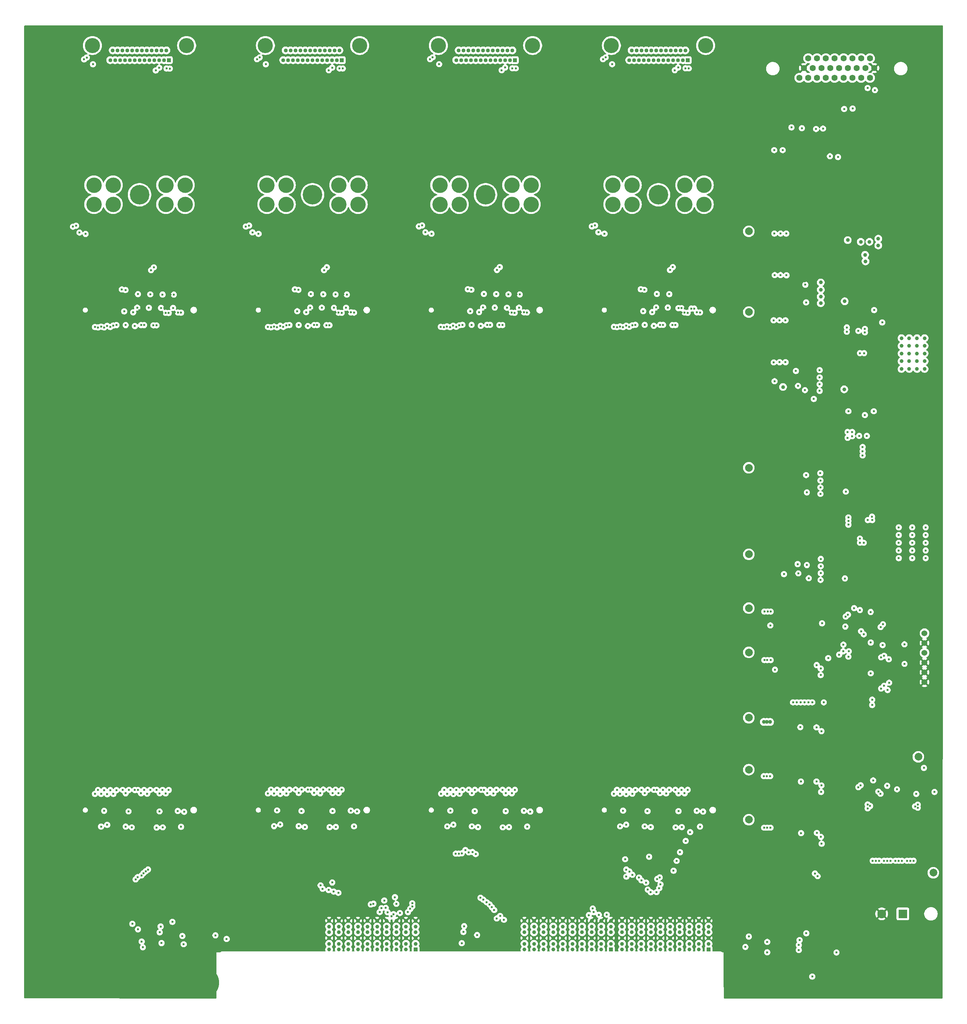
<source format=gbr>
%TF.GenerationSoftware,KiCad,Pcbnew,9.0.6-9.0.6~ubuntu22.04.1*%
%TF.CreationDate,2026-01-06T17:11:06-05:00*%
%TF.ProjectId,psc_carrier_brd,7073635f-6361-4727-9269-65725f627264,rev?*%
%TF.SameCoordinates,Original*%
%TF.FileFunction,Copper,L4,Inr*%
%TF.FilePolarity,Positive*%
%FSLAX46Y46*%
G04 Gerber Fmt 4.6, Leading zero omitted, Abs format (unit mm)*
G04 Created by KiCad (PCBNEW 9.0.6-9.0.6~ubuntu22.04.1) date 2026-01-06 17:11:06*
%MOMM*%
%LPD*%
G01*
G04 APERTURE LIST*
%TA.AperFunction,ComponentPad*%
%ADD10C,3.600000*%
%TD*%
%TA.AperFunction,ComponentPad*%
%ADD11C,2.000000*%
%TD*%
%TA.AperFunction,ComponentPad*%
%ADD12C,4.000000*%
%TD*%
%TA.AperFunction,ComponentPad*%
%ADD13C,5.080000*%
%TD*%
%TA.AperFunction,ComponentPad*%
%ADD14C,1.600200*%
%TD*%
%TA.AperFunction,ComponentPad*%
%ADD15C,7.500000*%
%TD*%
%TA.AperFunction,ComponentPad*%
%ADD16C,1.524000*%
%TD*%
%TA.AperFunction,ComponentPad*%
%ADD17R,1.016000X1.016000*%
%TD*%
%TA.AperFunction,ComponentPad*%
%ADD18C,1.016000*%
%TD*%
%TA.AperFunction,ComponentPad*%
%ADD19C,3.937000*%
%TD*%
%TA.AperFunction,ComponentPad*%
%ADD20R,1.000000X1.000000*%
%TD*%
%TA.AperFunction,ComponentPad*%
%ADD21C,1.000000*%
%TD*%
%TA.AperFunction,ComponentPad*%
%ADD22R,2.300000X2.300000*%
%TD*%
%TA.AperFunction,ComponentPad*%
%ADD23C,2.300000*%
%TD*%
%TA.AperFunction,ViaPad*%
%ADD24C,0.600000*%
%TD*%
%TA.AperFunction,ViaPad*%
%ADD25C,1.000000*%
%TD*%
G04 APERTURE END LIST*
D10*
%TO.N,GND*%
%TO.C,MT11*%
X125000000Y-145000000D03*
%TD*%
D11*
%TO.N,-5.3V*%
%TO.C,TP4*%
X253500000Y-232500000D03*
%TD*%
D12*
%TO.N,/Ch3 Burden Resistor/Iin0.dcct+*%
%TO.C,U17*%
X173142000Y-122500000D03*
%TO.N,/Ch3 Burden Resistor/Vout0.dcct+*%
X178142000Y-122500000D03*
%TO.N,/Ch3 Burden Resistor/Vout0.dcct-*%
X191858000Y-122500000D03*
%TO.N,/Ch3 Burden Resistor/Iin0.dcct-*%
X196858000Y-122500000D03*
%TO.N,/Ch3 Burden Resistor/Iin1.dcct+*%
X173142000Y-127500000D03*
%TO.N,/Ch3 Burden Resistor/Vout1.dcct+*%
X178142000Y-127500000D03*
%TO.N,/Ch3 Burden Resistor/Vout1.dcct-*%
X191858000Y-127500000D03*
%TO.N,/Ch3 Burden Resistor/Iin1.dcct-*%
X196858000Y-127500000D03*
D13*
%TO.N,N/C*%
X185000000Y-125000000D03*
%TD*%
D14*
%TO.N,+15V_DCCT*%
%TO.C,J7*%
X285000000Y-94600000D03*
%TO.N,/Ch1 Burden Resistor/Iin0.dcct+*%
X282714000Y-94600000D03*
%TO.N,/Ch1 Burden Resistor/Iin1.dcct+*%
X280428000Y-94600000D03*
%TO.N,/Ch2 Burden Resistor/Iin0.dcct+*%
X278142000Y-94600000D03*
%TO.N,/DCCT Fault Logic/dcct_flt.12*%
X275830600Y-94600000D03*
%TO.N,/Ch4 Burden Resistor/Iin0.dcct+*%
X273544600Y-94600000D03*
%TO.N,/Ch3 Burden Resistor/Iin1.dcct+*%
X271258600Y-94600000D03*
%TO.N,/Ch3 Burden Resistor/Iin0.dcct+*%
X268972600Y-94600000D03*
%TO.N,+15V_DCCT*%
X266686600Y-94600000D03*
%TO.N,GND*%
X286143000Y-92060000D03*
%TO.N,/Ch1 Burden Resistor/Iin0.dcct-*%
X283857000Y-92060000D03*
%TO.N,/Ch1 Burden Resistor/Iin1.dcct-*%
X281571000Y-92060000D03*
%TO.N,/Ch2 Burden Resistor/Iin0.dcct-*%
X279259600Y-92060000D03*
%TO.N,/DCCT Fault Logic/dcct_flt.34*%
X276973600Y-92060000D03*
%TO.N,/Ch4 Burden Resistor/Iin0.dcct-*%
X274687600Y-92060000D03*
%TO.N,/Ch3 Burden Resistor/Iin1.dcct-*%
X272401600Y-92060000D03*
%TO.N,/Ch3 Burden Resistor/Iin0.dcct-*%
X270115600Y-92060000D03*
%TO.N,GND*%
X267829600Y-92060000D03*
%TO.N,-15V_DCCT*%
X285000000Y-89520000D03*
%TO.N,/Ch2 Burden Resistor/Iin1.dcct+*%
X282714000Y-89520000D03*
%TO.N,/Ch2 Burden Resistor/Iin1.dcct-*%
X280428000Y-89520000D03*
%TO.N,/DCCT Fault Logic/dcct_flt.56*%
X278142000Y-89520000D03*
%TO.N,/DCCT Fault Logic/dcct_flt.78*%
X275830600Y-89520000D03*
%TO.N,/Ch4 Burden Resistor/Iin1.dcct+*%
X273544600Y-89520000D03*
%TO.N,/Ch4 Burden Resistor/Iin1.dcct-*%
X271258600Y-89520000D03*
%TO.N,-15V_DCCT*%
X268972600Y-89520000D03*
%TD*%
D15*
%TO.N,GND*%
%TO.C,MT2*%
X111960000Y-329920000D03*
%TD*%
D10*
%TO.N,GND*%
%TO.C,MT21*%
X214866500Y-295000000D03*
%TD*%
D12*
%TO.N,/Ch2 Burden Resistor/Iin0.dcct+*%
%TO.C,U16*%
X128142000Y-122500000D03*
%TO.N,/Ch2 Burden Resistor/Vout0.dcct+*%
X133142000Y-122500000D03*
%TO.N,/Ch2 Burden Resistor/Vout0.dcct-*%
X146858000Y-122500000D03*
%TO.N,/Ch2 Burden Resistor/Iin0.dcct-*%
X151858000Y-122500000D03*
%TO.N,/Ch2 Burden Resistor/Iin1.dcct+*%
X128142000Y-127500000D03*
%TO.N,/Ch2 Burden Resistor/Vout1.dcct+*%
X133142000Y-127500000D03*
%TO.N,/Ch2 Burden Resistor/Vout1.dcct-*%
X146858000Y-127500000D03*
%TO.N,/Ch2 Burden Resistor/Iin1.dcct-*%
X151858000Y-127500000D03*
D13*
%TO.N,N/C*%
X140000000Y-125000000D03*
%TD*%
D16*
%TO.N,+18V*%
%TO.C,U1*%
X299200000Y-239040000D03*
%TO.N,GND*%
X299200000Y-241580000D03*
%TO.N,-18V*%
X299200000Y-244120000D03*
%TO.N,GND*%
X299200000Y-246660000D03*
X299200000Y-249200000D03*
X299200000Y-251740000D03*
%TD*%
D11*
%TO.N,+3.3V*%
%TO.C,TP5*%
X253500000Y-261000000D03*
%TD*%
D10*
%TO.N,GND*%
%TO.C,MT22*%
X245000000Y-295000000D03*
%TD*%
D11*
%TO.N,+15V_DCCT*%
%TO.C,TP10*%
X253500000Y-134500000D03*
%TD*%
%TO.N,+5.3V*%
%TO.C,TP3*%
X253500000Y-244000000D03*
%TD*%
%TO.N,+2.5V*%
%TO.C,TP7*%
X253500000Y-274500000D03*
%TD*%
D10*
%TO.N,GND*%
%TO.C,MT14*%
X155000000Y-295000000D03*
%TD*%
%TO.N,GND*%
%TO.C,MT9*%
X80000000Y-295000000D03*
%TD*%
D12*
%TO.N,/Ch1 Burden Resistor/Iin0.dcct+*%
%TO.C,U15*%
X83142000Y-122500000D03*
%TO.N,/Ch1 Burden Resistor/Vout0.dcct+*%
X88142000Y-122500000D03*
%TO.N,/Ch1 Burden Resistor/Vout0.dcct-*%
X101858000Y-122500000D03*
%TO.N,/Ch1 Burden Resistor/Iin0.dcct-*%
X106858000Y-122500000D03*
%TO.N,/Ch1 Burden Resistor/Iin1.dcct+*%
X83142000Y-127500000D03*
%TO.N,/Ch1 Burden Resistor/Vout1.dcct+*%
X88142000Y-127500000D03*
%TO.N,/Ch1 Burden Resistor/Vout1.dcct-*%
X101858000Y-127500000D03*
%TO.N,/Ch1 Burden Resistor/Iin1.dcct-*%
X106858000Y-127500000D03*
D13*
%TO.N,N/C*%
X95000000Y-125000000D03*
%TD*%
D10*
%TO.N,GND*%
%TO.C,MT17*%
X170000000Y-295000000D03*
%TD*%
D15*
%TO.N,GND*%
%TO.C,MT4*%
X299920000Y-85000000D03*
%TD*%
D10*
%TO.N,GND*%
%TO.C,MT18*%
X200000000Y-295000000D03*
%TD*%
D11*
%TO.N,+5.0V*%
%TO.C,TP2*%
X301500000Y-301300000D03*
%TD*%
D15*
%TO.N,GND*%
%TO.C,MT5*%
X299920000Y-329920000D03*
%TD*%
D11*
%TO.N,+15V*%
%TO.C,TP8*%
X253500000Y-196000000D03*
%TD*%
D15*
%TO.N,GND*%
%TO.C,MT24*%
X68780000Y-180000000D03*
%TD*%
D10*
%TO.N,GND*%
%TO.C,MT16*%
X200000000Y-145000000D03*
%TD*%
D15*
%TO.N,GND*%
%TO.C,MT6*%
X68780000Y-85000000D03*
%TD*%
D17*
%TO.N,/Ch2 Daughterboard/reg.out+*%
%TO.C,J11*%
X147620000Y-90000000D03*
D18*
%TO.N,unconnected-(J11-Pad2)*%
X146350000Y-90000000D03*
%TO.N,/Ch2 Daughterboard/ps.vout+*%
X145080000Y-90000000D03*
%TO.N,/Ch2 Daughterboard/ps.ignd+*%
X143810000Y-90000000D03*
%TO.N,/Ch2 Daughterboard/ps.spare+*%
X142540000Y-90000000D03*
%TO.N,unconnected-(J11-Pad6)*%
X141270000Y-90000000D03*
%TO.N,/Ch2 Daughterboard/digout.on1*%
X140000000Y-90000000D03*
%TO.N,/Ch2 Daughterboard/digout.on2*%
X138730000Y-90000000D03*
%TO.N,/Ch2 Daughterboard/digout.reset*%
X137460000Y-90000000D03*
%TO.N,/Ch2 Daughterboard/digout.spare*%
X136190000Y-90000000D03*
%TO.N,/Ch2 Daughterboard/digout.rtn*%
X134920000Y-90000000D03*
X133650000Y-90000000D03*
%TO.N,unconnected-(J11-Pad13)*%
X132380000Y-90000000D03*
%TO.N,/Ch2 Daughterboard/reg.out-*%
X146985000Y-87460000D03*
%TO.N,unconnected-(J11-Pad15)*%
X145715000Y-87460000D03*
%TO.N,/Ch2 Daughterboard/ps.vout-*%
X144445000Y-87460000D03*
%TO.N,/Ch2 Daughterboard/ps.ignd-*%
X143175000Y-87460000D03*
%TO.N,/Ch2 Daughterboard/ps.spare-*%
X141905000Y-87460000D03*
%TO.N,unconnected-(J11-Pad19)*%
X140635000Y-87460000D03*
%TO.N,/Ch2 Daughterboard/digin.acon*%
X139365000Y-87460000D03*
%TO.N,/Ch2 Daughterboard/digin.flt1*%
X138095000Y-87460000D03*
%TO.N,/Ch2 Daughterboard/digin.flt2*%
X136825000Y-87460000D03*
%TO.N,/Ch2 Daughterboard/digin.spare*%
X135555000Y-87460000D03*
%TO.N,/Ch2 Daughterboard/digin.rtn*%
X134285000Y-87460000D03*
X133015000Y-87460000D03*
D19*
%TO.N,N/C*%
X127744500Y-86190000D03*
X152255500Y-86190000D03*
%TD*%
D17*
%TO.N,/Ch4 Daughterboard/reg.out+*%
%TO.C,J17*%
X237620000Y-90000000D03*
D18*
%TO.N,unconnected-(J17-Pad2)*%
X236350000Y-90000000D03*
%TO.N,/Ch4 Daughterboard/ps.vout+*%
X235080000Y-90000000D03*
%TO.N,/Ch4 Daughterboard/ps.ignd+*%
X233810000Y-90000000D03*
%TO.N,/Ch4 Daughterboard/ps.spare+*%
X232540000Y-90000000D03*
%TO.N,unconnected-(J17-Pad6)*%
X231270000Y-90000000D03*
%TO.N,/Ch4 Daughterboard/digout.on1*%
X230000000Y-90000000D03*
%TO.N,/Ch4 Daughterboard/digout.on2*%
X228730000Y-90000000D03*
%TO.N,/Ch4 Daughterboard/digout.reset*%
X227460000Y-90000000D03*
%TO.N,/Ch4 Daughterboard/digout.spare*%
X226190000Y-90000000D03*
%TO.N,/Ch4 Daughterboard/digout.rtn*%
X224920000Y-90000000D03*
X223650000Y-90000000D03*
%TO.N,unconnected-(J17-Pad13)*%
X222380000Y-90000000D03*
%TO.N,/Ch4 Daughterboard/reg.out-*%
X236985000Y-87460000D03*
%TO.N,unconnected-(J17-Pad15)*%
X235715000Y-87460000D03*
%TO.N,/Ch4 Daughterboard/ps.vout-*%
X234445000Y-87460000D03*
%TO.N,/Ch4 Daughterboard/ps.ignd-*%
X233175000Y-87460000D03*
%TO.N,/Ch4 Daughterboard/ps.spare-*%
X231905000Y-87460000D03*
%TO.N,unconnected-(J17-Pad19)*%
X230635000Y-87460000D03*
%TO.N,/Ch4 Daughterboard/digin.acon*%
X229365000Y-87460000D03*
%TO.N,/Ch4 Daughterboard/digin.flt1*%
X228095000Y-87460000D03*
%TO.N,/Ch4 Daughterboard/digin.flt2*%
X226825000Y-87460000D03*
%TO.N,/Ch4 Daughterboard/digin.spare*%
X225555000Y-87460000D03*
%TO.N,/Ch4 Daughterboard/digin.rtn*%
X224285000Y-87460000D03*
X223015000Y-87460000D03*
D19*
%TO.N,N/C*%
X217744500Y-86190000D03*
X242255500Y-86190000D03*
%TD*%
D11*
%TO.N,-15V*%
%TO.C,TP9*%
X253500000Y-218500000D03*
%TD*%
D10*
%TO.N,GND*%
%TO.C,MT20*%
X245000000Y-145000000D03*
%TD*%
D20*
%TO.N,/Ch2 Daughterboard/dcct.cnv*%
%TO.C,J2*%
X166824000Y-321284000D03*
D21*
%TO.N,/Ch2 Daughterboard/dcct.sdo1*%
X164324000Y-321284000D03*
%TO.N,/Ch2 Daughterboard/dac.syncn*%
X161824000Y-321284000D03*
%TO.N,/Ch2 Daughterboard/digio.out2*%
X159324000Y-321284000D03*
%TO.N,/Ch2 Daughterboard/digio.in2*%
X156824000Y-321284000D03*
%TO.N,unconnected-(J2-PadA6)*%
X154324000Y-321284000D03*
%TO.N,/Ch1 Daughterboard/dcct.sck*%
X151824000Y-321284000D03*
%TO.N,/Ch1 Daughterboard/dac.sclk*%
X149324000Y-321284000D03*
%TO.N,/Ch1 Daughterboard/digio.out0*%
X146824000Y-321284000D03*
%TO.N,/Ch1 Daughterboard/digio.in0*%
X144324000Y-321284000D03*
%TO.N,/Ch2 Daughterboard/dcct.busy*%
X166824000Y-319784000D03*
%TO.N,unconnected-(J2-PadB2)*%
X164324000Y-319784000D03*
%TO.N,unconnected-(J2-PadB3)*%
X161824000Y-319784000D03*
%TO.N,/Ch2 Daughterboard/digio.out3*%
X159324000Y-319784000D03*
%TO.N,/Ch2 Daughterboard/digio.in3*%
X156824000Y-319784000D03*
%TO.N,unconnected-(J2-PadB6)*%
X154324000Y-319784000D03*
%TO.N,/Ch1 Daughterboard/dcct.sdo0*%
X151824000Y-319784000D03*
%TO.N,/Ch1 Daughterboard/dac.sdin*%
X149324000Y-319784000D03*
%TO.N,/Ch1 Daughterboard/digio.out1*%
X146824000Y-319784000D03*
%TO.N,/Ch1 Daughterboard/digio.in1*%
X144324000Y-319784000D03*
%TO.N,GND*%
X166824000Y-318284000D03*
X164324000Y-318284000D03*
X161824000Y-318284000D03*
X159324000Y-318284000D03*
X156824000Y-318284000D03*
X154324000Y-318284000D03*
X151824000Y-318284000D03*
X149324000Y-318284000D03*
X146824000Y-318284000D03*
X144324000Y-318284000D03*
%TO.N,/Ch2 Daughterboard/dcct.sck*%
X166824000Y-316784000D03*
%TO.N,/Ch2 Daughterboard/dac.sclk*%
X164324000Y-316784000D03*
%TO.N,/Ch2 Daughterboard/digio.out0*%
X161824000Y-316784000D03*
%TO.N,/Ch2 Daughterboard/digio.in0*%
X159324000Y-316784000D03*
%TO.N,unconnected-(J2-PadC5)*%
X156824000Y-316784000D03*
%TO.N,/Ch1 Daughterboard/dcct.cnv*%
X154324000Y-316784000D03*
%TO.N,/Ch1 Daughterboard/dcct.sdo1*%
X151824000Y-316784000D03*
%TO.N,/Ch1 Daughterboard/dac.syncn*%
X149324000Y-316784000D03*
%TO.N,/Ch1 Daughterboard/digio.out2*%
X146824000Y-316784000D03*
%TO.N,/Ch1 Daughterboard/digio.in2*%
X144324000Y-316784000D03*
%TO.N,/Ch2 Daughterboard/dcct.sdo0*%
X166824000Y-315284000D03*
%TO.N,/Ch2 Daughterboard/dac.sdin*%
X164324000Y-315284000D03*
%TO.N,/Ch2 Daughterboard/digio.out1*%
X161824000Y-315284000D03*
%TO.N,/Ch2 Daughterboard/digio.in1*%
X159324000Y-315284000D03*
%TO.N,unconnected-(J2-PadD5)*%
X156824000Y-315284000D03*
%TO.N,/Ch1 Daughterboard/dcct.busy*%
X154324000Y-315284000D03*
%TO.N,unconnected-(J2-PadD7)*%
X151824000Y-315284000D03*
%TO.N,unconnected-(J2-PadD8)*%
X149324000Y-315284000D03*
%TO.N,/Ch1 Daughterboard/digio.out3*%
X146824000Y-315284000D03*
%TO.N,/Ch1 Daughterboard/digio.in3*%
X144324000Y-315284000D03*
%TO.N,GND*%
X166824000Y-313784000D03*
X164324000Y-313784000D03*
X161824000Y-313784000D03*
X159324000Y-313784000D03*
X156824000Y-313784000D03*
X154324000Y-313784000D03*
X151824000Y-313784000D03*
X149324000Y-313784000D03*
X146824000Y-313784000D03*
X144324000Y-313784000D03*
%TD*%
D20*
%TO.N,/Ch4 Daughterboard/dcct.cnv*%
%TO.C,J1*%
X217624000Y-321284000D03*
D21*
%TO.N,/Ch4 Daughterboard/dcct.sdo1*%
X215124000Y-321284000D03*
%TO.N,/Ch4 Daughterboard/dac.syncn*%
X212624000Y-321284000D03*
%TO.N,/Ch4 Daughterboard/digio.out2*%
X210124000Y-321284000D03*
%TO.N,/Ch4 Daughterboard/digio.in2*%
X207624000Y-321284000D03*
%TO.N,unconnected-(J1-PadA6)*%
X205124000Y-321284000D03*
%TO.N,/Ch3 Daughterboard/dcct.sck*%
X202624000Y-321284000D03*
%TO.N,/Ch3 Daughterboard/dac.sclk*%
X200124000Y-321284000D03*
%TO.N,/Ch3 Daughterboard/digio.out0*%
X197624000Y-321284000D03*
%TO.N,/Ch3 Daughterboard/digio.in0*%
X195124000Y-321284000D03*
%TO.N,/Ch4 Daughterboard/dcct.busy*%
X217624000Y-319784000D03*
%TO.N,unconnected-(J1-PadB2)*%
X215124000Y-319784000D03*
%TO.N,unconnected-(J1-PadB3)*%
X212624000Y-319784000D03*
%TO.N,/Ch4 Daughterboard/digio.out3*%
X210124000Y-319784000D03*
%TO.N,/Ch4 Daughterboard/digio.in3*%
X207624000Y-319784000D03*
%TO.N,unconnected-(J1-PadB6)*%
X205124000Y-319784000D03*
%TO.N,/Ch3 Daughterboard/dcct.sdo0*%
X202624000Y-319784000D03*
%TO.N,/Ch3 Daughterboard/dac.sdin*%
X200124000Y-319784000D03*
%TO.N,/Ch3 Daughterboard/digio.out1*%
X197624000Y-319784000D03*
%TO.N,/Ch3 Daughterboard/digio.in1*%
X195124000Y-319784000D03*
%TO.N,GND*%
X217624000Y-318284000D03*
X215124000Y-318284000D03*
X212624000Y-318284000D03*
X210124000Y-318284000D03*
X207624000Y-318284000D03*
X205124000Y-318284000D03*
X202624000Y-318284000D03*
X200124000Y-318284000D03*
X197624000Y-318284000D03*
X195124000Y-318284000D03*
%TO.N,/Ch4 Daughterboard/dcct.sck*%
X217624000Y-316784000D03*
%TO.N,/Ch4 Daughterboard/dac.sclk*%
X215124000Y-316784000D03*
%TO.N,/Ch4 Daughterboard/digio.out0*%
X212624000Y-316784000D03*
%TO.N,/Ch4 Daughterboard/digio.in0*%
X210124000Y-316784000D03*
%TO.N,unconnected-(J1-PadC5)*%
X207624000Y-316784000D03*
%TO.N,/Ch3 Daughterboard/dcct.cnv*%
X205124000Y-316784000D03*
%TO.N,/Ch3 Daughterboard/dcct.sdo1*%
X202624000Y-316784000D03*
%TO.N,/Ch3 Daughterboard/dac.syncn*%
X200124000Y-316784000D03*
%TO.N,/Ch3 Daughterboard/digio.out2*%
X197624000Y-316784000D03*
%TO.N,/Ch3 Daughterboard/digio.in2*%
X195124000Y-316784000D03*
%TO.N,/Ch4 Daughterboard/dcct.sdo0*%
X217624000Y-315284000D03*
%TO.N,/Ch4 Daughterboard/dac.sdin*%
X215124000Y-315284000D03*
%TO.N,/Ch4 Daughterboard/digio.out1*%
X212624000Y-315284000D03*
%TO.N,/Ch4 Daughterboard/digio.in1*%
X210124000Y-315284000D03*
%TO.N,unconnected-(J1-PadD5)*%
X207624000Y-315284000D03*
%TO.N,/Ch3 Daughterboard/dcct.busy*%
X205124000Y-315284000D03*
%TO.N,unconnected-(J1-PadD7)*%
X202624000Y-315284000D03*
%TO.N,unconnected-(J1-PadD8)*%
X200124000Y-315284000D03*
%TO.N,/Ch3 Daughterboard/digio.out3*%
X197624000Y-315284000D03*
%TO.N,/Ch3 Daughterboard/digio.in3*%
X195124000Y-315284000D03*
%TO.N,GND*%
X217624000Y-313784000D03*
X215124000Y-313784000D03*
X212624000Y-313784000D03*
X210124000Y-313784000D03*
X207624000Y-313784000D03*
X205124000Y-313784000D03*
X202624000Y-313784000D03*
X200124000Y-313784000D03*
X197624000Y-313784000D03*
X195124000Y-313784000D03*
%TD*%
D10*
%TO.N,GND*%
%TO.C,MT8*%
X110000000Y-145000000D03*
%TD*%
%TO.N,GND*%
%TO.C,MT19*%
X215000000Y-145000000D03*
%TD*%
D15*
%TO.N,GND*%
%TO.C,MT3*%
X250644000Y-329920000D03*
%TD*%
D22*
%TO.N,+5.0V*%
%TO.C,J4*%
X293570000Y-312000000D03*
D23*
%TO.N,GND*%
X288070000Y-312000000D03*
%TD*%
D12*
%TO.N,/Ch4 Burden Resistor/Iin0.dcct+*%
%TO.C,U18*%
X218142000Y-122500000D03*
%TO.N,/Ch4 Burden Resistor/Vout0.dcct+*%
X223142000Y-122500000D03*
%TO.N,/Ch4 Burden Resistor/Vout0.dcct-*%
X236858000Y-122500000D03*
%TO.N,/Ch4 Burden Resistor/Iin0.dcct-*%
X241858000Y-122500000D03*
%TO.N,/Ch4 Burden Resistor/Iin1.dcct+*%
X218142000Y-127500000D03*
%TO.N,/Ch4 Burden Resistor/Vout1.dcct+*%
X223142000Y-127500000D03*
%TO.N,/Ch4 Burden Resistor/Vout1.dcct-*%
X236858000Y-127500000D03*
%TO.N,/Ch4 Burden Resistor/Iin1.dcct-*%
X241858000Y-127500000D03*
D13*
%TO.N,N/C*%
X230000000Y-125000000D03*
%TD*%
D10*
%TO.N,GND*%
%TO.C,MT15*%
X170000000Y-145000000D03*
%TD*%
D20*
%TO.N,/DCCT Fault Logic/dcct_flt_buf.12*%
%TO.C,J3*%
X243024000Y-321284000D03*
D21*
%TO.N,unconnected-(J3-PadA2)*%
X240524000Y-321284000D03*
%TO.N,/Ch4 Daughterboard/mon.busy*%
X238024000Y-321284000D03*
%TO.N,unconnected-(J3-PadA4)*%
X235524000Y-321284000D03*
%TO.N,/Ch3 Daughterboard/mon.busy*%
X233024000Y-321284000D03*
%TO.N,unconnected-(J3-PadA6)*%
X230524000Y-321284000D03*
%TO.N,/Ch2 Daughterboard/mon.busy*%
X228024000Y-321284000D03*
%TO.N,unconnected-(J3-PadA8)*%
X225524000Y-321284000D03*
%TO.N,/Ch1 Daughterboard/mon.busy*%
X223024000Y-321284000D03*
%TO.N,unconnected-(J3-PadA10)*%
X220524000Y-321284000D03*
%TO.N,/DCCT Fault Logic/dcct_flt_buf.34*%
X243024000Y-319784000D03*
%TO.N,unconnected-(J3-PadB2)*%
X240524000Y-319784000D03*
%TO.N,/Ch4 Daughterboard/mon.fs*%
X238024000Y-319784000D03*
%TO.N,unconnected-(J3-PadB4)*%
X235524000Y-319784000D03*
%TO.N,/Ch3 Daughterboard/mon.fs*%
X233024000Y-319784000D03*
%TO.N,unconnected-(J3-PadB6)*%
X230524000Y-319784000D03*
%TO.N,/Ch2 Daughterboard/mon.fs*%
X228024000Y-319784000D03*
%TO.N,unconnected-(J3-PadB8)*%
X225524000Y-319784000D03*
%TO.N,/Ch1 Daughterboard/mon.fs*%
X223024000Y-319784000D03*
%TO.N,/regulators/enb*%
X220524000Y-319784000D03*
%TO.N,GND*%
X243024000Y-318284000D03*
X240524000Y-318284000D03*
X238024000Y-318284000D03*
X235524000Y-318284000D03*
X233024000Y-318284000D03*
X230524000Y-318284000D03*
X228024000Y-318284000D03*
X225524000Y-318284000D03*
X223024000Y-318284000D03*
X220524000Y-318284000D03*
%TO.N,/DCCT Fault Logic/dcct_flt_buf.56*%
X243024000Y-316784000D03*
%TO.N,/Ch4 Daughterboard/mon.reset*%
X240524000Y-316784000D03*
%TO.N,/Ch4 Daughterboard/mon.sdo*%
X238024000Y-316784000D03*
%TO.N,/Ch3 Daughterboard/mon.reset*%
X235524000Y-316784000D03*
%TO.N,/Ch3 Daughterboard/mon.sdo*%
X233024000Y-316784000D03*
%TO.N,/Ch2 Daughterboard/mon.reset*%
X230524000Y-316784000D03*
%TO.N,/Ch2 Daughterboard/mon.sdo*%
X228024000Y-316784000D03*
%TO.N,/Ch1 Daughterboard/mon.reset*%
X225524000Y-316784000D03*
%TO.N,/Ch1 Daughterboard/mon.sdo*%
X223024000Y-316784000D03*
%TO.N,/regulators/i2c_sda*%
X220524000Y-316784000D03*
%TO.N,/DCCT Fault Logic/dcct_flt_buf.78*%
X243024000Y-315284000D03*
%TO.N,/Ch4 Daughterboard/mon.cnvrt*%
X240524000Y-315284000D03*
%TO.N,/Ch4 Daughterboard/mon.sclk*%
X238024000Y-315284000D03*
%TO.N,/Ch3 Daughterboard/mon.cnvrt*%
X235524000Y-315284000D03*
%TO.N,/Ch3 Daughterboard/mon.sclk*%
X233024000Y-315284000D03*
%TO.N,/Ch2 Daughterboard/mon.cnvrt*%
X230524000Y-315284000D03*
%TO.N,/Ch2 Daughterboard/mon.sclk*%
X228024000Y-315284000D03*
%TO.N,/Ch1 Daughterboard/mon.cnvrt*%
X225524000Y-315284000D03*
%TO.N,/Ch1 Daughterboard/mon.sclk*%
X223024000Y-315284000D03*
%TO.N,/regulators/i2c_scl*%
X220524000Y-315284000D03*
%TO.N,GND*%
X243024000Y-313784000D03*
X240524000Y-313784000D03*
X238024000Y-313784000D03*
X235524000Y-313784000D03*
X233024000Y-313784000D03*
X230524000Y-313784000D03*
X228024000Y-313784000D03*
X225524000Y-313784000D03*
X223024000Y-313784000D03*
X220524000Y-313784000D03*
%TD*%
D10*
%TO.N,GND*%
%TO.C,MT13*%
X125100000Y-295000000D03*
%TD*%
D11*
%TO.N,Net-(Q1-G)*%
%TO.C,TP1*%
X297600000Y-271150000D03*
%TD*%
D10*
%TO.N,GND*%
%TO.C,MT10*%
X110000000Y-295000000D03*
%TD*%
%TO.N,GND*%
%TO.C,MT7*%
X80000000Y-145000000D03*
%TD*%
D17*
%TO.N,/Ch3 Daughterboard/reg.out+*%
%TO.C,J14*%
X192620000Y-90000000D03*
D18*
%TO.N,unconnected-(J14-Pad2)*%
X191350000Y-90000000D03*
%TO.N,/Ch3 Daughterboard/ps.vout+*%
X190080000Y-90000000D03*
%TO.N,/Ch3 Daughterboard/ps.ignd+*%
X188810000Y-90000000D03*
%TO.N,/Ch3 Daughterboard/ps.spare+*%
X187540000Y-90000000D03*
%TO.N,unconnected-(J14-Pad6)*%
X186270000Y-90000000D03*
%TO.N,/Ch3 Daughterboard/digout.on1*%
X185000000Y-90000000D03*
%TO.N,/Ch3 Daughterboard/digout.on2*%
X183730000Y-90000000D03*
%TO.N,/Ch3 Daughterboard/digout.reset*%
X182460000Y-90000000D03*
%TO.N,/Ch3 Daughterboard/digout.spare*%
X181190000Y-90000000D03*
%TO.N,/Ch3 Daughterboard/digout.rtn*%
X179920000Y-90000000D03*
X178650000Y-90000000D03*
%TO.N,unconnected-(J14-Pad13)*%
X177380000Y-90000000D03*
%TO.N,/Ch3 Daughterboard/reg.out-*%
X191985000Y-87460000D03*
%TO.N,unconnected-(J14-Pad15)*%
X190715000Y-87460000D03*
%TO.N,/Ch3 Daughterboard/ps.vout-*%
X189445000Y-87460000D03*
%TO.N,/Ch3 Daughterboard/ps.ignd-*%
X188175000Y-87460000D03*
%TO.N,/Ch3 Daughterboard/ps.spare-*%
X186905000Y-87460000D03*
%TO.N,unconnected-(J14-Pad19)*%
X185635000Y-87460000D03*
%TO.N,/Ch3 Daughterboard/digin.acon*%
X184365000Y-87460000D03*
%TO.N,/Ch3 Daughterboard/digin.flt1*%
X183095000Y-87460000D03*
%TO.N,/Ch3 Daughterboard/digin.flt2*%
X181825000Y-87460000D03*
%TO.N,/Ch3 Daughterboard/digin.spare*%
X180555000Y-87460000D03*
%TO.N,/Ch3 Daughterboard/digin.rtn*%
X179285000Y-87460000D03*
X178015000Y-87460000D03*
D19*
%TO.N,N/C*%
X172744500Y-86190000D03*
X197255500Y-86190000D03*
%TD*%
D15*
%TO.N,GND*%
%TO.C,MT23*%
X299920000Y-180000000D03*
%TD*%
D11*
%TO.N,-15V_DCCT*%
%TO.C,TP11*%
X253500000Y-155500000D03*
%TD*%
D10*
%TO.N,GND*%
%TO.C,MT12*%
X155000000Y-145000000D03*
%TD*%
D17*
%TO.N,/Ch1 Daughterboard/reg.out+*%
%TO.C,J8*%
X102620000Y-90000000D03*
D18*
%TO.N,unconnected-(J8-Pad2)*%
X101350000Y-90000000D03*
%TO.N,/Ch1 Daughterboard/ps.vout+*%
X100080000Y-90000000D03*
%TO.N,/Ch1 Daughterboard/ps.ignd+*%
X98810000Y-90000000D03*
%TO.N,/Ch1 Daughterboard/ps.spare+*%
X97540000Y-90000000D03*
%TO.N,unconnected-(J8-Pad6)*%
X96270000Y-90000000D03*
%TO.N,/Ch1 Daughterboard/digout.on1*%
X95000000Y-90000000D03*
%TO.N,/Ch1 Daughterboard/digout.on2*%
X93730000Y-90000000D03*
%TO.N,/Ch1 Daughterboard/digout.reset*%
X92460000Y-90000000D03*
%TO.N,/Ch1 Daughterboard/digout.spare*%
X91190000Y-90000000D03*
%TO.N,/Ch1 Daughterboard/digout.rtn*%
X89920000Y-90000000D03*
X88650000Y-90000000D03*
%TO.N,unconnected-(J8-Pad13)*%
X87380000Y-90000000D03*
%TO.N,/Ch1 Daughterboard/reg.out-*%
X101985000Y-87460000D03*
%TO.N,unconnected-(J8-Pad15)*%
X100715000Y-87460000D03*
%TO.N,/Ch1 Daughterboard/ps.vout-*%
X99445000Y-87460000D03*
%TO.N,/Ch1 Daughterboard/ps.ignd-*%
X98175000Y-87460000D03*
%TO.N,/Ch1 Daughterboard/ps.spare-*%
X96905000Y-87460000D03*
%TO.N,unconnected-(J8-Pad19)*%
X95635000Y-87460000D03*
%TO.N,/Ch1 Daughterboard/digin.acon*%
X94365000Y-87460000D03*
%TO.N,/Ch1 Daughterboard/digin.flt1*%
X93095000Y-87460000D03*
%TO.N,/Ch1 Daughterboard/digin.flt2*%
X91825000Y-87460000D03*
%TO.N,/Ch1 Daughterboard/digin.spare*%
X90555000Y-87460000D03*
%TO.N,/Ch1 Daughterboard/digin.rtn*%
X89285000Y-87460000D03*
X88015000Y-87460000D03*
D19*
%TO.N,N/C*%
X82744500Y-86190000D03*
X107255500Y-86190000D03*
%TD*%
D11*
%TO.N,+1.8V*%
%TO.C,TP6*%
X253500000Y-287500000D03*
%TD*%
D15*
%TO.N,GND*%
%TO.C,MT1*%
X68780000Y-329920000D03*
%TD*%
D24*
%TO.N,*%
X284450000Y-209600000D03*
X285550000Y-208700000D03*
X285600000Y-209600000D03*
%TO.N,GND*%
X290175000Y-283300000D03*
X138000000Y-280950000D03*
X283125000Y-174075000D03*
X194190000Y-155545000D03*
X150800000Y-280900000D03*
X146750000Y-285350000D03*
X239200000Y-281000000D03*
X263700000Y-319350000D03*
X143550000Y-285350000D03*
X283100000Y-206900000D03*
X148400000Y-285050000D03*
X225300000Y-154495000D03*
X149200000Y-289350000D03*
X260190000Y-269585000D03*
X194250000Y-281000000D03*
X230620000Y-150825000D03*
X287850000Y-282500000D03*
X281000000Y-174450000D03*
X267528302Y-143000000D03*
X224800000Y-280950000D03*
X282600000Y-133500000D03*
X90600000Y-285250000D03*
X258150000Y-285190000D03*
X194250000Y-289400000D03*
X188600000Y-285400000D03*
X233550000Y-285400000D03*
X142400000Y-158900000D03*
X296950000Y-278800000D03*
X136780000Y-150735000D03*
D25*
X264690000Y-292390000D03*
D24*
X101750000Y-285450000D03*
X187850000Y-289400000D03*
X286500950Y-242729431D03*
X289500000Y-303100000D03*
X296275000Y-282475000D03*
X258240000Y-298590000D03*
X103400000Y-281050000D03*
X271250000Y-283140000D03*
X141200000Y-289400000D03*
X224800000Y-150595000D03*
X268050000Y-240325000D03*
X145700000Y-159000000D03*
X299500000Y-192500000D03*
X275800000Y-321200000D03*
X260550000Y-240825000D03*
X267590494Y-208000000D03*
D25*
X294725000Y-148100000D03*
D24*
X266200000Y-198600000D03*
X260200000Y-283690000D03*
X286399809Y-243769431D03*
D25*
X298725000Y-142100000D03*
D24*
X193065000Y-150895000D03*
X228000000Y-281000000D03*
X240800000Y-280950000D03*
X261590000Y-296100000D03*
X296000000Y-198500000D03*
X140620000Y-150855000D03*
X129200000Y-285100000D03*
D25*
X292725000Y-148100000D03*
D24*
X98600000Y-154400000D03*
X260300000Y-253250000D03*
X183850000Y-285200000D03*
D25*
X296725000Y-140100000D03*
D24*
X90300000Y-154550000D03*
D25*
X298725000Y-140100000D03*
D24*
X282600000Y-151800000D03*
X236808205Y-154508205D03*
X134000000Y-285250000D03*
X225200000Y-159050000D03*
X292500000Y-190500000D03*
X283600000Y-156800000D03*
X283875000Y-153675000D03*
X242100000Y-154445000D03*
X194990000Y-154395000D03*
X259600000Y-297300000D03*
X293000000Y-274600000D03*
X256600000Y-283840000D03*
X104200000Y-281050000D03*
X146000000Y-155675000D03*
X77400000Y-326400000D03*
X290175000Y-281975000D03*
X137540000Y-151165000D03*
X240300000Y-154500000D03*
X89800000Y-289350000D03*
X258300000Y-242650000D03*
X268050000Y-252000000D03*
X299500000Y-198500000D03*
D25*
X294725000Y-146100000D03*
D24*
X268000000Y-216900000D03*
X264650000Y-248350000D03*
X281000000Y-203200000D03*
X147600000Y-289400000D03*
X134800000Y-280900000D03*
X197090000Y-154445000D03*
X280950000Y-206300000D03*
X184960000Y-154985000D03*
X269590000Y-296590000D03*
X152100000Y-154475000D03*
X263300000Y-235700000D03*
X269550000Y-252700000D03*
X192650000Y-289450000D03*
X267800000Y-194400000D03*
X101000000Y-155700000D03*
X265450000Y-248350000D03*
X96200000Y-289500000D03*
X180650000Y-285200000D03*
X146500000Y-154400000D03*
X269490000Y-269085000D03*
X266700000Y-316200000D03*
X271340000Y-296540000D03*
D25*
X264600000Y-278990000D03*
D24*
X268000000Y-215900000D03*
D25*
X269475000Y-220350000D03*
D24*
X264200000Y-276940000D03*
X261780000Y-289400000D03*
X282300000Y-202100000D03*
X271800000Y-330900000D03*
X261900000Y-252400000D03*
D25*
X292775000Y-144100000D03*
D24*
X95350000Y-285350000D03*
X296000000Y-196500000D03*
X284900000Y-134400000D03*
X91780000Y-150760000D03*
X283200000Y-194350000D03*
X178250000Y-289250000D03*
X137200000Y-154675000D03*
X151225000Y-151050000D03*
D25*
X264590000Y-264885000D03*
D24*
X266700000Y-322800000D03*
X195050000Y-281000000D03*
X89800000Y-150650000D03*
X291500000Y-274650000D03*
X232800000Y-289400000D03*
X296000000Y-192500000D03*
X267590494Y-210000000D03*
X138800000Y-285150000D03*
X173450000Y-289250000D03*
X188590000Y-154345000D03*
X196215000Y-151020000D03*
X94600000Y-289450000D03*
X267940000Y-268135000D03*
X239300000Y-159000000D03*
X239200000Y-289400000D03*
X99770000Y-151150000D03*
X139970000Y-155015000D03*
X283900000Y-330100000D03*
X286500000Y-302900000D03*
X264750000Y-249800000D03*
X219200000Y-285150000D03*
X97800000Y-289450000D03*
D25*
X298725000Y-148100000D03*
X292725000Y-146100000D03*
D24*
X285400000Y-238500000D03*
X283600000Y-204100000D03*
X233600000Y-154345000D03*
X258140000Y-271085000D03*
X190400000Y-158900000D03*
X267100000Y-196200000D03*
X292500000Y-303110000D03*
X285350000Y-278200000D03*
X287000000Y-235200000D03*
X267273794Y-160600000D03*
X143600000Y-280900000D03*
X149200000Y-280950000D03*
X224000000Y-285300000D03*
X267950000Y-282240000D03*
X283825000Y-213800000D03*
X262060000Y-240325000D03*
X105000000Y-154450000D03*
X83400000Y-289300000D03*
X233150000Y-155600000D03*
X295900000Y-194375000D03*
X180290000Y-154495000D03*
X149200000Y-155575000D03*
X133200000Y-289200000D03*
X267273794Y-159600000D03*
X268000000Y-185900000D03*
X268000000Y-187500000D03*
X299500000Y-190500000D03*
X98050000Y-155550000D03*
X106600000Y-281000000D03*
D25*
X264140000Y-262835000D03*
D24*
X269500000Y-283190000D03*
X142000000Y-285250000D03*
X269000000Y-171700000D03*
X190990000Y-155645000D03*
X94970000Y-155040000D03*
X262780000Y-234680000D03*
X230350000Y-285300000D03*
X174250000Y-285150000D03*
X150000000Y-280950000D03*
X285400000Y-282450000D03*
X193450000Y-285100000D03*
X286950000Y-248400000D03*
X98550000Y-285450000D03*
X296000000Y-190500000D03*
X267382094Y-137900000D03*
X268040000Y-295640000D03*
D25*
X261690000Y-261885000D03*
D24*
X179050000Y-285300000D03*
X142800000Y-289350000D03*
X286700000Y-234600000D03*
X283225000Y-223325000D03*
X264300000Y-290340000D03*
X104200000Y-289450000D03*
X148400000Y-159100000D03*
D25*
X296725000Y-144100000D03*
D24*
X294700000Y-120600000D03*
X284550000Y-278200000D03*
X267406108Y-167600000D03*
X265100000Y-249045000D03*
X271240000Y-269035000D03*
X66700000Y-97000000D03*
X92540000Y-151190000D03*
X143600000Y-154375000D03*
X259800000Y-241200000D03*
X289950000Y-272050000D03*
X259500000Y-283900000D03*
X195850000Y-280950000D03*
X264500000Y-246450000D03*
X268800000Y-174000000D03*
X185610000Y-150825000D03*
X262050000Y-245200000D03*
X188650000Y-280950000D03*
X218400000Y-289250000D03*
X151600000Y-280900000D03*
D25*
X283725000Y-144025000D03*
D24*
X227200000Y-154645000D03*
X132400000Y-285550000D03*
X281900000Y-156100000D03*
X93000000Y-281050000D03*
X185400000Y-285300000D03*
X292500000Y-196500000D03*
X299500000Y-194375000D03*
X260290000Y-297090000D03*
X180200000Y-158900000D03*
X97000000Y-285350000D03*
X267800000Y-193600000D03*
X151700000Y-159100000D03*
D25*
X294725000Y-144100000D03*
D24*
X224800000Y-289300000D03*
X268600000Y-200000000D03*
X179850000Y-280950000D03*
D25*
X296725000Y-146100000D03*
D24*
X97000000Y-155700000D03*
X269550000Y-240950000D03*
X267273794Y-158600000D03*
X281000000Y-152600000D03*
D25*
X292725000Y-142100000D03*
D24*
X291500000Y-283300000D03*
X90200000Y-159000000D03*
X191903205Y-154403205D03*
X128400000Y-289200000D03*
X88200000Y-289300000D03*
X148400000Y-280950000D03*
X267528302Y-144000000D03*
X289825000Y-213800000D03*
X278000000Y-246300000D03*
X139600000Y-289350000D03*
X182190000Y-154645000D03*
X135300000Y-154525000D03*
X267590494Y-209000000D03*
X286650000Y-251250000D03*
X268000000Y-214900000D03*
X231200000Y-289450000D03*
X233600000Y-280950000D03*
X92200000Y-154700000D03*
X106600000Y-158800000D03*
X238350000Y-158850000D03*
X103400000Y-285150000D03*
X266100000Y-148600000D03*
X105800000Y-281000000D03*
X95620000Y-150880000D03*
X191800000Y-285400000D03*
X102600000Y-289500000D03*
X98600000Y-281000000D03*
X186250000Y-289450000D03*
X263750000Y-322000000D03*
X281025000Y-223625000D03*
X101500000Y-154425000D03*
X238400000Y-285100000D03*
X196600000Y-158900000D03*
X268000000Y-186700000D03*
X290000000Y-243000000D03*
X184650000Y-289400000D03*
X182530000Y-151135000D03*
X293850000Y-282700000D03*
X89000000Y-285350000D03*
X226780000Y-150705000D03*
X135600000Y-285150000D03*
X267406108Y-166600000D03*
X235200000Y-155750000D03*
X267382094Y-135900000D03*
D25*
X296725000Y-148100000D03*
D24*
X105000000Y-281050000D03*
X258250000Y-254750000D03*
X187400000Y-159000000D03*
X275500000Y-329600000D03*
X291000000Y-155000000D03*
X107100000Y-154500000D03*
X291500000Y-281975000D03*
X292500000Y-192500000D03*
X225600000Y-285200000D03*
X140350000Y-285250000D03*
D25*
X298725000Y-144100000D03*
D24*
X261490000Y-268635000D03*
X84200000Y-285200000D03*
X229600000Y-289400000D03*
X89800000Y-281000000D03*
X286500000Y-235900000D03*
X237600000Y-289450000D03*
D25*
X284225000Y-164600000D03*
D24*
X267800000Y-192800000D03*
X267528302Y-145000000D03*
X186990000Y-155645000D03*
X228800000Y-285200000D03*
X193450000Y-281000000D03*
X87400000Y-285650000D03*
X238400000Y-281000000D03*
X271290000Y-241080000D03*
D25*
X294725000Y-140100000D03*
D24*
X298850000Y-275350000D03*
X193400000Y-159000000D03*
D25*
X290225000Y-164600000D03*
D24*
X287000000Y-232500000D03*
X238075000Y-150895000D03*
D25*
X296725000Y-142100000D03*
D24*
X268400000Y-150300000D03*
X106225000Y-151075000D03*
X263800000Y-176600000D03*
D25*
X264730000Y-293340000D03*
D24*
X285200000Y-254400000D03*
D25*
X264630000Y-265835000D03*
D24*
X183050000Y-281000000D03*
X142000000Y-155675000D03*
X283500000Y-276750000D03*
D25*
X264640000Y-279940000D03*
D24*
X103400000Y-158900000D03*
X256900000Y-297300000D03*
X222400000Y-285600000D03*
X295500000Y-303150000D03*
X265500000Y-249800000D03*
X187050000Y-285300000D03*
X269150000Y-222345000D03*
X241225000Y-151020000D03*
X240000000Y-281000000D03*
X234770000Y-151095000D03*
X287475000Y-274875000D03*
X264162500Y-225412500D03*
X299500000Y-196500000D03*
X103075000Y-150950000D03*
X189760000Y-151095000D03*
X150000000Y-154425000D03*
X268100000Y-147500000D03*
X179790000Y-150595000D03*
D25*
X292725000Y-140100000D03*
D24*
X256800000Y-241200000D03*
X100700000Y-159000000D03*
X275900000Y-319400000D03*
X66400000Y-198000000D03*
X135200000Y-159100000D03*
X284100000Y-184500000D03*
D25*
X294725000Y-142100000D03*
D24*
X296700000Y-226800000D03*
X292500000Y-198500000D03*
X263650000Y-318000000D03*
X134800000Y-289250000D03*
X227540000Y-151135000D03*
X236000000Y-155645000D03*
X144770000Y-151125000D03*
X104200000Y-155600000D03*
X232000000Y-155645000D03*
X263750000Y-320600000D03*
X134800000Y-150625000D03*
X223200000Y-289250000D03*
X282100000Y-183500000D03*
X93800000Y-285250000D03*
X148075000Y-150925000D03*
X177450000Y-285600000D03*
X271300000Y-252600000D03*
X261500000Y-282740000D03*
X286200000Y-239500000D03*
X261690000Y-276000000D03*
X232000000Y-285300000D03*
X196650000Y-280950000D03*
X286450000Y-245770950D03*
X292550000Y-194375000D03*
X236750000Y-285400000D03*
X241650000Y-158900000D03*
X266800000Y-235700000D03*
X241600000Y-280950000D03*
X181770000Y-150705000D03*
X267406108Y-165600000D03*
D25*
X298725000Y-146100000D03*
D24*
X296950000Y-279800000D03*
X267382094Y-136900000D03*
X179850000Y-289300000D03*
X229970000Y-154985000D03*
%TO.N,-15V*%
X272225000Y-219700000D03*
X97800000Y-150900000D03*
X187790000Y-150845000D03*
X272225000Y-221600000D03*
X142420000Y-154365000D03*
X187410000Y-154335000D03*
X232800000Y-150845000D03*
X97420000Y-154390000D03*
X272225000Y-223400000D03*
X272550000Y-236450000D03*
X272162500Y-225162500D03*
X142800000Y-150875000D03*
X232420000Y-154335000D03*
%TO.N,+15V*%
X274150000Y-245500000D03*
X184390000Y-154315000D03*
X94400000Y-154370000D03*
X184590000Y-150795000D03*
X229600000Y-150795000D03*
X272100000Y-197400000D03*
X272125000Y-202800000D03*
X229400000Y-154315000D03*
X139600000Y-150825000D03*
X272125000Y-201100000D03*
X272200000Y-248200000D03*
X139400000Y-154345000D03*
X271150200Y-247300000D03*
X272200000Y-249900000D03*
X94600000Y-150850000D03*
X272125000Y-199300000D03*
%TO.N,+5.3V*%
X257550000Y-246000000D03*
X235200000Y-154500000D03*
X101000000Y-150950000D03*
X282700000Y-238500000D03*
X145590000Y-154415000D03*
X258300000Y-246000000D03*
X259200000Y-246000000D03*
X236000000Y-154500000D03*
X100590000Y-154440000D03*
X190990000Y-150895000D03*
X190580000Y-154385000D03*
X146000000Y-150925000D03*
%TO.N,-5.3V*%
X239300000Y-154600000D03*
X259200000Y-233400000D03*
X148925000Y-150950000D03*
X257550000Y-233400000D03*
X103925000Y-150975000D03*
X103725000Y-154425000D03*
X258400000Y-233400000D03*
X148725000Y-154400000D03*
X238550000Y-154591981D03*
X193915000Y-150920000D03*
X193715000Y-154370000D03*
%TO.N,+5.0V*%
X271200000Y-290950000D03*
X272300000Y-280300000D03*
X288650000Y-298200000D03*
X269000000Y-257000000D03*
X287200000Y-280200000D03*
X287750000Y-280750000D03*
X267000000Y-257000000D03*
X270000000Y-257000000D03*
X99450000Y-289550000D03*
X272450000Y-293750000D03*
X266000000Y-257000000D03*
X189500000Y-289500000D03*
X100200000Y-285350000D03*
X285850000Y-277300000D03*
X287400000Y-298200000D03*
X272250000Y-291990000D03*
X271100000Y-263500000D03*
X268100000Y-175800000D03*
X265000000Y-257000000D03*
X289500000Y-298200000D03*
X236050000Y-289450000D03*
X292500000Y-298200000D03*
X234450000Y-289500000D03*
X272400000Y-264500000D03*
X296350000Y-298200000D03*
X101050000Y-289500000D03*
X269100000Y-224725000D03*
X291650000Y-298200000D03*
X144450000Y-289450000D03*
X145200000Y-285250000D03*
X295500000Y-298200000D03*
X294650000Y-298200000D03*
X271100000Y-277600000D03*
X293350000Y-298200000D03*
X285700000Y-298200000D03*
X268000000Y-257000000D03*
X272400000Y-278600000D03*
X290350000Y-298200000D03*
X286550000Y-298200000D03*
X235200000Y-285300000D03*
X146050000Y-289400000D03*
X273000000Y-257000000D03*
X190250000Y-285300000D03*
X191100000Y-289450000D03*
%TO.N,+3.3V*%
X285600000Y-257700000D03*
X268450000Y-317050000D03*
X138000000Y-289400000D03*
X285215600Y-249451330D03*
X285215600Y-241451330D03*
X227150000Y-285300000D03*
X137150000Y-285250000D03*
X226400000Y-289250000D03*
X288300000Y-242100000D03*
X181450000Y-289250000D03*
X182200000Y-285300000D03*
D25*
X259040000Y-262085000D03*
X258190000Y-262085000D03*
D24*
X93000000Y-289500000D03*
X183050000Y-289450000D03*
X136400000Y-289200000D03*
X92150000Y-285350000D03*
X285200000Y-233500000D03*
X91400000Y-289300000D03*
X228000000Y-289450000D03*
X285600000Y-256300000D03*
D25*
X257390000Y-262085000D03*
D24*
X290000000Y-251900000D03*
%TO.N,+1.8V*%
X258300000Y-289590000D03*
X131602000Y-288750000D03*
X175850000Y-285150000D03*
X220000000Y-289250000D03*
X85800000Y-285200000D03*
X86602000Y-288850000D03*
X85000000Y-289300000D03*
X130800000Y-285100000D03*
X130000000Y-289200000D03*
X220800000Y-285150000D03*
X176652000Y-288800000D03*
X257490000Y-289590000D03*
X259140000Y-289590000D03*
X221602000Y-288800000D03*
X175050000Y-289250000D03*
%TO.N,+18V*%
X284200000Y-187700000D03*
X279200000Y-186700000D03*
D25*
X287175000Y-136450000D03*
D24*
X286000000Y-181300000D03*
X296750000Y-284050000D03*
X282200000Y-187700000D03*
X293990000Y-241910000D03*
D25*
X282625000Y-137250000D03*
D24*
X294000000Y-247000000D03*
X301800000Y-280300000D03*
X278100000Y-242000000D03*
D25*
X287175000Y-138200000D03*
X284875000Y-137250000D03*
D24*
X280400000Y-187800000D03*
X285050000Y-283950000D03*
X284400000Y-284550000D03*
X283100000Y-190600000D03*
D25*
X283850000Y-142325000D03*
D24*
X279200000Y-188200000D03*
X283100000Y-191700000D03*
D25*
X279225000Y-136800000D03*
D24*
X283100000Y-192800000D03*
X297050000Y-280800000D03*
X280400000Y-186700000D03*
X297450000Y-283600000D03*
D25*
X283750000Y-140625000D03*
D24*
X284400000Y-283550000D03*
X297450000Y-284400000D03*
%TO.N,-18V*%
X279400000Y-210800000D03*
D25*
X299225000Y-164300000D03*
D24*
X283700000Y-160800000D03*
X279400000Y-209800000D03*
X296000000Y-211500000D03*
X279400000Y-208900000D03*
X289900000Y-245800000D03*
X299500000Y-213500000D03*
D25*
X293225000Y-162300000D03*
D24*
X299500000Y-215500000D03*
D25*
X295225000Y-170300000D03*
D24*
X299500000Y-211500000D03*
D25*
X295225000Y-164300000D03*
X295225000Y-162300000D03*
D24*
X292500000Y-211500000D03*
D25*
X293225000Y-164300000D03*
D24*
X282400000Y-214400000D03*
X282400000Y-166200000D03*
D25*
X297225000Y-170300000D03*
X293225000Y-166300000D03*
X297225000Y-164300000D03*
D24*
X283400000Y-215500000D03*
X296000000Y-217500000D03*
X292500000Y-219500000D03*
X283500000Y-166200000D03*
X279000000Y-160600000D03*
D25*
X295225000Y-166300000D03*
X297225000Y-162300000D03*
D24*
X282400000Y-215500000D03*
D25*
X299225000Y-162300000D03*
X297225000Y-168300000D03*
X299225000Y-168300000D03*
D24*
X283700000Y-159900000D03*
X292500000Y-215500000D03*
D25*
X299225000Y-166300000D03*
D24*
X299500000Y-217500000D03*
X282000000Y-160400000D03*
D25*
X293225000Y-168300000D03*
X297225000Y-166300000D03*
D24*
X299500000Y-219500000D03*
X296000000Y-219500000D03*
X279000000Y-159500000D03*
D25*
X295225000Y-168300000D03*
D24*
X296000000Y-213500000D03*
D25*
X299225000Y-170300000D03*
D24*
X292500000Y-217500000D03*
D25*
X293225000Y-170300000D03*
D24*
X292500000Y-213500000D03*
X296000000Y-215500000D03*
D25*
%TO.N,/regulators/+15v -15v DCCT Regulators/-15V_DCCT_REG*%
X278325000Y-175600000D03*
D24*
X266300000Y-174700000D03*
X270400000Y-178100000D03*
X265750000Y-170825000D03*
D25*
X262400000Y-175000000D03*
%TO.N,/regulators/+15v -15v DCCT Regulators/+15V_DCCT_REG*%
X278425000Y-152700000D03*
D24*
X268400000Y-153000000D03*
%TO.N,/regulators/+15v -15v PSC Regulators/-15V_PSC_REG*%
X266200000Y-221050000D03*
X262650000Y-223650000D03*
X278500000Y-224775000D03*
X266387500Y-223462500D03*
%TO.N,/regulators/+15v -15v PSC Regulators/+15V_PSC_REG*%
X268600000Y-202400000D03*
X278725000Y-202200000D03*
%TO.N,+2.5V*%
X257400000Y-276190000D03*
X104950000Y-285250000D03*
X105800000Y-289350000D03*
X151600000Y-285350000D03*
X240800000Y-289300000D03*
X241600000Y-285400000D03*
X195000000Y-285200000D03*
X196650000Y-285400000D03*
X258200000Y-276200000D03*
X195850000Y-289300000D03*
X150800000Y-289250000D03*
X239950000Y-285200000D03*
X259050000Y-276190000D03*
X149950000Y-285150000D03*
X106600000Y-285450000D03*
%TO.N,-15V_DCCT*%
X259950000Y-157650000D03*
X261500000Y-157650000D03*
X263050000Y-157650000D03*
X279400000Y-181300000D03*
%TO.N,+15V_DCCT*%
X263250000Y-135100000D03*
X260150000Y-135100000D03*
X286100000Y-155000000D03*
X261750000Y-135100000D03*
%TO.N,/regulators/+15v -15v DCCT Regulators/isense_-15v*%
X260200000Y-173500000D03*
X278700000Y-234700000D03*
%TO.N,/regulators/+15v -15v DCCT Regulators/isense_+15v*%
X279300000Y-234200000D03*
X268200000Y-148400000D03*
%TO.N,/regulators/enb*%
X266900000Y-263450000D03*
X267100000Y-291000000D03*
X270000000Y-328300000D03*
X267050000Y-277600000D03*
%TO.N,/regulators/+15v -15v PSC Regulators/isense_-15v*%
X282400000Y-233000000D03*
X268600000Y-221300000D03*
%TO.N,/regulators/+15v -15v PSC Regulators/isense_+15v*%
X280900000Y-232500000D03*
X268400000Y-197900000D03*
%TO.N,/regulators/i2c_scl*%
X270700000Y-301500000D03*
X288700000Y-244900000D03*
X288400000Y-236700000D03*
X288700000Y-252700000D03*
%TO.N,/regulators/i2c_sda*%
X289600000Y-253800000D03*
X287800000Y-237400000D03*
X287900000Y-253400000D03*
X287900000Y-245300000D03*
X271400000Y-302200000D03*
%TO.N,/regulators/+5VA regulator/+5.3Vout*%
X283400000Y-239300000D03*
X260300000Y-248500000D03*
%TO.N,/regulators/+5VA regulator/-5.3Vout*%
X278600000Y-237300000D03*
X259100000Y-237000000D03*
%TO.N,/Ch2 Daughterboard/mon.sdo*%
X146725000Y-306525000D03*
X142000000Y-280650000D03*
X229500000Y-306350000D03*
%TO.N,/Ch2 Daughterboard/mon.reset*%
X138800000Y-279700000D03*
X230200000Y-305325000D03*
X142625000Y-305475000D03*
%TO.N,/Ch2 Daughterboard/mon.sclk*%
X142800000Y-279675000D03*
X145150000Y-303850000D03*
X226800000Y-303875000D03*
%TO.N,/Ch2 Daughterboard/mon.busy*%
X227200000Y-305700000D03*
X144200000Y-305800000D03*
X140400000Y-280550000D03*
%TO.N,/Ch1 Daughterboard/mon.sdo*%
X96625000Y-300900000D03*
X222450000Y-301000000D03*
X97000000Y-280750000D03*
%TO.N,/Ch2 Daughterboard/mon.cnvrt*%
X139600000Y-279700000D03*
X142100000Y-304575000D03*
X230525000Y-304325000D03*
%TO.N,/Ch1 Daughterboard/mon.fs*%
X223225000Y-301850000D03*
X96025000Y-301425000D03*
X96200000Y-279800000D03*
%TO.N,/Ch1 Daughterboard/mon.cnvrt*%
X224950000Y-302575000D03*
X94500000Y-302450000D03*
X94600000Y-279800000D03*
%TO.N,/Ch2 Daughterboard/mon.fs*%
X227975000Y-306375000D03*
X145525000Y-306200000D03*
X141200000Y-279700000D03*
%TO.N,/Ch1 Daughterboard/mon.sclk*%
X97800000Y-279775000D03*
X221625000Y-300474000D03*
X97224000Y-300474000D03*
%TO.N,/Ch1 Daughterboard/mon.reset*%
X225575000Y-303305285D03*
X94000000Y-303025000D03*
X93800000Y-279800000D03*
%TO.N,/Ch1 Daughterboard/mon.busy*%
X95400000Y-280650000D03*
X221650000Y-302301000D03*
X95500000Y-302000000D03*
%TO.N,/Ch2 Daughterboard/dac.sclk*%
X162725000Y-311775000D03*
X135600000Y-279675000D03*
%TO.N,/Ch1 Daughterboard/digio.out1*%
X95575000Y-319200000D03*
X84200000Y-279800000D03*
%TO.N,/Ch2 Daughterboard/dcct.busy*%
X165975000Y-310050000D03*
X145200000Y-280600000D03*
%TO.N,/Ch2 Daughterboard/dcct.sck*%
X146000000Y-279700000D03*
X161450000Y-307663252D03*
%TO.N,/Ch2 Daughterboard/digio.in3*%
X134000000Y-279725000D03*
X155848832Y-309356690D03*
%TO.N,/Ch1 Daughterboard/dac.syncn*%
X103550000Y-314075000D03*
X92200000Y-279800000D03*
%TO.N,/Ch1 Daughterboard/dac.sdin*%
X106150000Y-317750000D03*
X91400000Y-280650000D03*
%TO.N,/Ch1 Daughterboard/digio.in0*%
X86600000Y-280900000D03*
%TO.N,/Ch2 Daughterboard/digio.in2*%
X133200000Y-280700000D03*
X155150000Y-309530000D03*
%TO.N,/Ch1 Daughterboard/dcct.sdo0*%
X101800000Y-280700000D03*
%TO.N,/Ch2 Daughterboard/digio.out1*%
X129200000Y-279700000D03*
X161075000Y-312075000D03*
%TO.N,/Ch1 Daughterboard/dcct.busy*%
X100200000Y-280700000D03*
X117675000Y-318525000D03*
%TO.N,/Ch2 Daughterboard/digio.in1*%
X132400000Y-279725000D03*
X159050000Y-310450000D03*
%TO.N,/Ch1 Daughterboard/dcct.sck*%
X101000000Y-279800000D03*
%TO.N,/Ch1 Daughterboard/dcct.cnv*%
X114750000Y-317588000D03*
X99400000Y-279800000D03*
%TO.N,/Ch1 Daughterboard/digio.in1*%
X100725000Y-319600000D03*
X87400000Y-279825000D03*
%TO.N,/Ch1 Daughterboard/digio.out2*%
X94600000Y-316025000D03*
X85000000Y-280800000D03*
%TO.N,/Ch1 Daughterboard/digio.in3*%
X89000000Y-279825000D03*
X100500000Y-315284000D03*
%TO.N,/Ch2 Daughterboard/dcct.sdo0*%
X146800000Y-280600000D03*
X165950000Y-309250000D03*
%TO.N,/Ch2 Daughterboard/dcct.cnv*%
X144400000Y-279700000D03*
X165425000Y-310700000D03*
%TO.N,/Ch2 Daughterboard/dac.syncn*%
X158662500Y-308537500D03*
X137200000Y-279700000D03*
%TO.N,/Ch1 Daughterboard/digio.out3*%
X93150000Y-314588000D03*
X85800000Y-279825000D03*
%TO.N,/Ch1 Daughterboard/dac.sclk*%
X106500000Y-319895000D03*
X90600000Y-279775000D03*
%TO.N,/Ch2 Daughterboard/digio.out3*%
X130800000Y-279725000D03*
X159525000Y-311575000D03*
%TO.N,/Ch1 Daughterboard/dcct.sdo1*%
X102600000Y-279800000D03*
%TO.N,/Ch2 Daughterboard/dcct.sdo1*%
X164825000Y-311550000D03*
X147600000Y-279700000D03*
%TO.N,/Ch2 Daughterboard/digio.out0*%
X160605000Y-312650000D03*
X128400000Y-280700000D03*
%TO.N,/Ch1 Daughterboard/digio.in2*%
X88200000Y-280800000D03*
X100250000Y-316784000D03*
%TO.N,/Ch2 Daughterboard/digio.out2*%
X130000000Y-280700000D03*
X157475000Y-311525000D03*
%TO.N,/Ch2 Daughterboard/digio.in0*%
X157950000Y-310534000D03*
X131600000Y-280800000D03*
%TO.N,/Ch1 Daughterboard/digio.out0*%
X95875000Y-320675000D03*
X83400000Y-280800000D03*
%TO.N,/Ch2 Daughterboard/dac.sdin*%
X161825000Y-309400000D03*
X136400000Y-280550000D03*
%TO.N,/Ch2 Daughterboard/digin.rtn*%
X127857598Y-91072794D03*
%TO.N,/Ch2 Daughterboard/ps.vout+*%
X141200000Y-158875000D03*
X145125000Y-91950000D03*
%TO.N,/Ch2 Daughterboard/digin.spare*%
X125575000Y-89775000D03*
X131600000Y-159075000D03*
%TO.N,/Ch2 Daughterboard/ps.vout-*%
X144225000Y-92650000D03*
X140425000Y-158875000D03*
%TO.N,/Ch2 Daughterboard/digout.on2*%
X130000000Y-159275000D03*
X124375000Y-134800000D03*
%TO.N,/Ch2 Daughterboard/digin.acon*%
X134000000Y-158875000D03*
%TO.N,/Ch2 Daughterboard/digin.flt1*%
X133200000Y-158975000D03*
%TO.N,/Ch2 Burden Resistor/Vout0.dcct-*%
X147600000Y-155725000D03*
%TO.N,/Ch2 Daughterboard/reg.out-*%
X143625000Y-158925000D03*
X143000000Y-144600000D03*
X147025000Y-92150000D03*
%TO.N,/Ch2 Daughterboard/ps.ignd-*%
X138350000Y-155550000D03*
%TO.N,/Ch2 Daughterboard/digout.reset*%
X129200000Y-159475000D03*
X123500000Y-133025000D03*
%TO.N,/Ch2 Burden Resistor/Vout1.dcct+*%
X150000000Y-155600000D03*
%TO.N,/Ch2 Daughterboard/ps.spare+*%
X136400000Y-158875000D03*
X135400000Y-149600000D03*
%TO.N,/Ch2 Burden Resistor/Vout1.dcct-*%
X150800000Y-155650000D03*
%TO.N,/Ch2 Daughterboard/digin.flt2*%
X126275000Y-89300000D03*
X132400000Y-159375000D03*
%TO.N,/Ch2 Daughterboard/digout.on1*%
X125972000Y-135167696D03*
X130800000Y-159475000D03*
%TO.N,/Ch2 Daughterboard/ps.spare-*%
X136025000Y-155300000D03*
X136350000Y-149750000D03*
%TO.N,/Ch2 Burden Resistor/Vout0.dcct+*%
X146800000Y-155675000D03*
%TO.N,/Ch2 Daughterboard/reg.out+*%
X143725000Y-143850000D03*
X144425000Y-158925000D03*
X147875000Y-92175000D03*
%TO.N,/Ch2 Daughterboard/digout.spare*%
X122675000Y-133275000D03*
X128400000Y-159375000D03*
%TO.N,/Ch2 Daughterboard/ps.ignd+*%
X138800000Y-159125000D03*
%TO.N,/Ch1 Daughterboard/digin.flt2*%
X87400000Y-159400000D03*
X81275000Y-89325000D03*
%TO.N,/Ch1 Daughterboard/digin.acon*%
X89000000Y-158900000D03*
%TO.N,/Ch1 Daughterboard/ps.spare-*%
X91025000Y-155325000D03*
X91350000Y-149775000D03*
%TO.N,/Ch1 Daughterboard/ps.vout+*%
X96200000Y-158900000D03*
X100125000Y-91975000D03*
%TO.N,/Ch1 Daughterboard/digout.on2*%
X85000000Y-159300000D03*
X79375000Y-134825000D03*
%TO.N,/Ch1 Daughterboard/digin.rtn*%
X82895196Y-91065196D03*
%TO.N,/Ch1 Daughterboard/digout.spare*%
X83400000Y-159400000D03*
X77675000Y-133300000D03*
%TO.N,/Ch1 Daughterboard/reg.out-*%
X102025000Y-92175000D03*
X98625000Y-158950000D03*
X98000000Y-144625000D03*
%TO.N,/Ch1 Daughterboard/digout.reset*%
X84200000Y-159500000D03*
X78500000Y-133050000D03*
%TO.N,/Ch1 Daughterboard/ps.spare+*%
X90400000Y-149625000D03*
X91400000Y-158900000D03*
%TO.N,/Ch1 Daughterboard/digout.on1*%
X85800000Y-159500000D03*
X80972000Y-135192696D03*
%TO.N,/Ch1 Daughterboard/ps.vout-*%
X99225000Y-92675000D03*
X95425000Y-158900000D03*
%TO.N,/Ch1 Daughterboard/digin.flt1*%
X88200000Y-159000000D03*
%TO.N,/Ch1 Daughterboard/ps.ignd-*%
X93350000Y-155575000D03*
%TO.N,/Ch1 Daughterboard/digin.spare*%
X86600000Y-159100000D03*
X80575000Y-89800000D03*
%TO.N,/Ch1 Daughterboard/reg.out+*%
X99425000Y-158950000D03*
X102875000Y-92200000D03*
X98725000Y-143875000D03*
%TO.N,/Ch1 Daughterboard/ps.ignd+*%
X93800000Y-159150000D03*
%TO.N,/Ch1 Burden Resistor/Vout0.dcct+*%
X101800000Y-155700000D03*
%TO.N,/Ch1 Burden Resistor/Vout1.dcct-*%
X105800000Y-155675000D03*
%TO.N,/Ch1 Burden Resistor/Vout1.dcct+*%
X105000000Y-155625000D03*
%TO.N,/Ch1 Burden Resistor/Vout0.dcct-*%
X102600000Y-155750000D03*
%TO.N,/Ch1 Burden Resistor/Iin0.dcct+*%
X284400000Y-97250000D03*
%TO.N,/Ch1 Burden Resistor/Iin0.dcct-*%
X286300000Y-97800000D03*
%TO.N,/Ch2 Burden Resistor/Iin0.dcct-*%
X280500000Y-102600000D03*
%TO.N,/Ch2 Burden Resistor/Iin0.dcct+*%
X278300000Y-102700000D03*
%TO.N,/DCCT Fault Logic/dcct_flt_buf.78*%
X276300000Y-322025001D03*
%TO.N,/DCCT Fault Logic/dcct_flt_buf.56*%
X266500000Y-321400000D03*
%TO.N,/DCCT Fault Logic/dcct_flt_buf.34*%
X266500000Y-320100000D03*
%TO.N,/DCCT Fault Logic/dcct_flt_buf.12*%
X266700000Y-318800000D03*
%TO.N,/DCCT Fault Logic/dcct_flt.78*%
X258300000Y-322000000D03*
%TO.N,/DCCT Fault Logic/dcct_flt.34*%
X258300000Y-319300000D03*
%TO.N,Net-(Q1-G)*%
X289500000Y-278700000D03*
X282000000Y-279050000D03*
X299050000Y-274050000D03*
%TO.N,Net-(U11-SYNC{slash}MODE)*%
X292050000Y-279600000D03*
X282600000Y-278550000D03*
%TO.N,Net-(U13-V2)*%
X278055390Y-243720000D03*
X277000000Y-244600000D03*
%TO.N,/Ch3 Daughterboard/dcct.busy*%
X188800000Y-312550000D03*
X190250000Y-280650000D03*
%TO.N,/Ch4 Daughterboard/digio.in0*%
X221600000Y-280850000D03*
%TO.N,/Ch4 Daughterboard/digio.in1*%
X222400000Y-279775000D03*
%TO.N,/Ch4 Daughterboard/dac.sdin*%
X216550000Y-312200000D03*
X226400000Y-280600000D03*
%TO.N,/Ch3 Daughterboard/digio.out1*%
X174250000Y-279750000D03*
%TO.N,/Ch3 Daughterboard/digio.out0*%
X173450000Y-280750000D03*
%TO.N,/Ch3 Daughterboard/dcct.sdo1*%
X192650000Y-279750000D03*
%TO.N,/Ch4 Daughterboard/dac.sclk*%
X225600000Y-279725000D03*
%TO.N,/Ch3 Daughterboard/digio.in2*%
X179250000Y-316700000D03*
X178850000Y-296250000D03*
X178250000Y-280750000D03*
%TO.N,/Ch4 Daughterboard/dcct.busy*%
X235200000Y-280650000D03*
X234725000Y-298225000D03*
%TO.N,/Ch3 Daughterboard/digio.in0*%
X176650000Y-280850000D03*
X177250000Y-296350000D03*
%TO.N,/Ch3 Daughterboard/digio.in1*%
X178050000Y-296350000D03*
X177450000Y-279775000D03*
X178825000Y-319625000D03*
%TO.N,/Ch3 Daughterboard/digio.out3*%
X175850000Y-279775000D03*
%TO.N,/Ch3 Daughterboard/dcct.sck*%
X191050000Y-279750000D03*
X189800000Y-313550000D03*
%TO.N,/Ch3 Daughterboard/dac.sdin*%
X181450000Y-280600000D03*
X181625000Y-295925000D03*
%TO.N,/Ch3 Daughterboard/digio.out2*%
X175050000Y-280750000D03*
%TO.N,/Ch4 Daughterboard/digio.in2*%
X223200000Y-280750000D03*
%TO.N,/Ch4 Daughterboard/digio.out3*%
X220800000Y-279775000D03*
%TO.N,/Ch4 Daughterboard/digio.out1*%
X213180000Y-311549982D03*
X219200000Y-279750000D03*
%TO.N,/Ch4 Daughterboard/digio.out2*%
X220000000Y-280750000D03*
X211875000Y-312325000D03*
%TO.N,/Ch3 Daughterboard/dcct.sdo0*%
X191850000Y-280650000D03*
%TO.N,/Ch4 Daughterboard/dcct.sdo0*%
X237075000Y-293025000D03*
X236800000Y-280650000D03*
%TO.N,/Ch3 Daughterboard/digio.in3*%
X179050000Y-279775000D03*
X179450000Y-315200000D03*
X179750000Y-295400000D03*
%TO.N,/Ch4 Daughterboard/digio.in3*%
X224000000Y-279775000D03*
%TO.N,/Ch4 Daughterboard/dcct.cnv*%
X234400000Y-279750000D03*
X233925000Y-300775000D03*
%TO.N,/Ch3 Daughterboard/dac.sclk*%
X180650000Y-296000000D03*
X180650000Y-279725000D03*
%TO.N,/Ch4 Daughterboard/dac.syncn*%
X227200000Y-279750000D03*
X214500000Y-312250000D03*
X221325000Y-297800000D03*
X227550000Y-297150000D03*
%TO.N,/Ch4 Daughterboard/dcct.sck*%
X235600000Y-295975000D03*
X236000000Y-279750000D03*
%TO.N,/Ch3 Daughterboard/dac.syncn*%
X182825000Y-317500000D03*
X182450000Y-296450000D03*
X182250000Y-279750000D03*
%TO.N,/Ch4 Daughterboard/dcct.sdo1*%
X237600000Y-279750000D03*
X238237500Y-290737500D03*
%TO.N,/Ch3 Daughterboard/dcct.cnv*%
X189450000Y-279750000D03*
X187925000Y-313200000D03*
%TO.N,/Ch4 Daughterboard/digio.out0*%
X212900000Y-310625000D03*
X218400000Y-280750000D03*
%TO.N,/Ch4 Daughterboard/mon.fs*%
X231200000Y-279750000D03*
%TO.N,/Ch3 Daughterboard/mon.sdo*%
X187050000Y-280700000D03*
X186675000Y-310275000D03*
%TO.N,/Ch4 Daughterboard/mon.reset*%
X229675000Y-302925000D03*
X228800000Y-279750000D03*
%TO.N,/Ch4 Daughterboard/mon.sclk*%
X232800000Y-279725000D03*
%TO.N,/Ch3 Daughterboard/mon.reset*%
X183700000Y-307825000D03*
X183850000Y-279750000D03*
%TO.N,/Ch3 Daughterboard/mon.sclk*%
X187850000Y-279725000D03*
X187274000Y-311000000D03*
%TO.N,/Ch3 Daughterboard/mon.busy*%
X185300000Y-308975000D03*
X185450000Y-280600000D03*
%TO.N,/Ch3 Daughterboard/mon.cnvrt*%
X184450000Y-308325000D03*
X184650000Y-279750000D03*
%TO.N,/Ch4 Daughterboard/mon.sdo*%
X232000000Y-280700000D03*
%TO.N,/Ch3 Daughterboard/mon.fs*%
X186075000Y-309550000D03*
X186250000Y-279750000D03*
%TO.N,/Ch4 Daughterboard/mon.cnvrt*%
X229600000Y-279750000D03*
X230300000Y-302525000D03*
%TO.N,/Ch4 Daughterboard/mon.busy*%
X230400000Y-280600000D03*
%TO.N,/DCCT Fault Logic/dcct_flt.12*%
X253500000Y-317900000D03*
%TO.N,/Ch3 Burden Resistor/Iin0.dcct-*%
X267300000Y-107700000D03*
%TO.N,/DCCT Fault Logic/dcct_flt.56*%
X252600000Y-320600000D03*
%TO.N,/Ch4 Burden Resistor/Iin1.dcct-*%
X262300000Y-113400000D03*
%TO.N,/Ch3 Burden Resistor/Iin0.dcct+*%
X264600000Y-107500000D03*
%TO.N,/Ch4 Burden Resistor/Iin0.dcct+*%
X274600000Y-115000000D03*
%TO.N,/Ch4 Burden Resistor/Iin1.dcct+*%
X260100000Y-113400000D03*
%TO.N,/Ch4 Burden Resistor/Iin0.dcct-*%
X276700000Y-115200000D03*
%TO.N,/Ch3 Burden Resistor/Iin1.dcct-*%
X272800000Y-107800000D03*
%TO.N,/Ch3 Burden Resistor/Iin1.dcct+*%
X271000000Y-107900000D03*
%TO.N,/Ch3 Burden Resistor/Vout0.dcct-*%
X192590000Y-155695000D03*
%TO.N,/Ch3 Daughterboard/digout.on1*%
X170962000Y-135137696D03*
X175790000Y-159445000D03*
%TO.N,/Ch3 Daughterboard/digin.flt1*%
X178190000Y-158945000D03*
%TO.N,/Ch3 Daughterboard/digin.rtn*%
X172937598Y-91042794D03*
%TO.N,/Ch3 Daughterboard/digout.on2*%
X169365000Y-134770000D03*
X174990000Y-159245000D03*
%TO.N,/Ch3 Daughterboard/ps.ignd+*%
X183790000Y-159095000D03*
%TO.N,/Ch3 Daughterboard/ps.spare-*%
X181340000Y-149720000D03*
X181015000Y-155270000D03*
%TO.N,/Ch3 Daughterboard/digout.reset*%
X174190000Y-159445000D03*
X168490000Y-132995000D03*
%TO.N,/Ch3 Daughterboard/digin.spare*%
X176590000Y-159045000D03*
X170565000Y-89745000D03*
%TO.N,/Ch3 Burden Resistor/Vout1.dcct-*%
X195790000Y-155620000D03*
%TO.N,/Ch3 Daughterboard/ps.vout+*%
X190115000Y-91920000D03*
X186190000Y-158845000D03*
%TO.N,/Ch3 Daughterboard/reg.out-*%
X188615000Y-158895000D03*
X187990000Y-144570000D03*
X192015000Y-92120000D03*
%TO.N,/Ch3 Daughterboard/digin.acon*%
X178990000Y-158845000D03*
%TO.N,/Ch3 Daughterboard/ps.vout-*%
X185415000Y-158845000D03*
X189215000Y-92620000D03*
%TO.N,/Ch3 Daughterboard/digout.spare*%
X173390000Y-159345000D03*
X167665000Y-133245000D03*
%TO.N,/Ch3 Daughterboard/digin.flt2*%
X177390000Y-159345000D03*
X171265000Y-89270000D03*
%TO.N,/Ch3 Daughterboard/reg.out+*%
X192865000Y-92145000D03*
X189415000Y-158895000D03*
X188715000Y-143820000D03*
%TO.N,/Ch3 Burden Resistor/Vout1.dcct+*%
X194990000Y-155570000D03*
%TO.N,/Ch3 Burden Resistor/Vout0.dcct+*%
X191790000Y-155645000D03*
%TO.N,/Ch3 Daughterboard/ps.ignd-*%
X183340000Y-155520000D03*
%TO.N,/Ch3 Daughterboard/ps.spare+*%
X181390000Y-158845000D03*
X180390000Y-149570000D03*
%TO.N,Net-(U13-V3)*%
X279500000Y-243700000D03*
X288200000Y-158200000D03*
%TO.N,Net-(U13-V6)*%
X279400000Y-245100000D03*
X283700000Y-182300000D03*
%TO.N,/Ch4 Daughterboard/digout.on2*%
X214375000Y-134770000D03*
X220000000Y-159245000D03*
%TO.N,/Ch4 Daughterboard/digin.flt1*%
X223200000Y-158945000D03*
%TO.N,/Ch4 Daughterboard/digin.rtn*%
X217937598Y-91052794D03*
%TO.N,/Ch4 Daughterboard/digin.acon*%
X224000000Y-158845000D03*
%TO.N,/Ch4 Daughterboard/digout.spare*%
X218400000Y-159345000D03*
X212675000Y-133245000D03*
%TO.N,/Ch4 Daughterboard/digin.spare*%
X215575000Y-89745000D03*
X221600000Y-159045000D03*
%TO.N,/Ch4 Burden Resistor/Vout1.dcct-*%
X240800000Y-155620000D03*
%TO.N,/Ch4 Daughterboard/ps.vout-*%
X234225000Y-92620000D03*
X230425000Y-158845000D03*
%TO.N,/Ch4 Burden Resistor/Vout0.dcct-*%
X237600000Y-155695000D03*
%TO.N,/Ch4 Daughterboard/digout.on1*%
X215972000Y-135137696D03*
X220800000Y-159445000D03*
%TO.N,/Ch4 Daughterboard/digout.reset*%
X213500000Y-132995000D03*
X219200000Y-159445000D03*
%TO.N,/Ch4 Daughterboard/ps.spare-*%
X226025000Y-155270000D03*
X226350000Y-149720000D03*
%TO.N,/Ch4 Daughterboard/ps.vout+*%
X231200000Y-158845000D03*
X235125000Y-91920000D03*
%TO.N,/Ch4 Daughterboard/ps.ignd-*%
X228350000Y-155520000D03*
%TO.N,/Ch4 Burden Resistor/Vout1.dcct+*%
X240000000Y-155570000D03*
%TO.N,/Ch4 Daughterboard/reg.out-*%
X237025000Y-92120000D03*
X233000000Y-144570000D03*
X233625000Y-158895000D03*
%TO.N,/Ch4 Daughterboard/ps.spare+*%
X225400000Y-149570000D03*
X226400000Y-158845000D03*
%TO.N,/Ch4 Daughterboard/reg.out+*%
X237875000Y-92145000D03*
X234425000Y-158895000D03*
X233725000Y-143820000D03*
%TO.N,/Ch4 Daughterboard/digin.flt2*%
X222400000Y-159345000D03*
X216275000Y-89270000D03*
%TO.N,/Ch4 Daughterboard/ps.ignd+*%
X228800000Y-159095000D03*
%TO.N,/Ch4 Burden Resistor/Vout0.dcct+*%
X236800000Y-155645000D03*
%TO.N,/regulators/+15v -15v DCCT Regulators/+15V_DCCT_uf*%
X260250000Y-145900000D03*
D25*
X272225000Y-149700000D03*
D24*
X263300000Y-145944000D03*
D25*
X272225000Y-147800000D03*
D24*
X261750000Y-145900000D03*
D25*
X272225000Y-151500000D03*
X272225000Y-153200000D03*
D24*
%TO.N,/regulators/+15v -15v DCCT Regulators/-15V_DCCT_uf*%
X260000000Y-168600000D03*
X271925000Y-170600000D03*
X271925000Y-174300000D03*
X271925000Y-172500000D03*
X263050000Y-168550000D03*
X261500000Y-168550000D03*
X271925000Y-176000000D03*
%TD*%
%TA.AperFunction,Conductor*%
%TO.N,GND*%
G36*
X285634116Y-92270787D02*
G01*
X285706011Y-92395313D01*
X285807687Y-92496989D01*
X285932213Y-92568884D01*
X285975949Y-92580603D01*
X285417005Y-93139545D01*
X285421376Y-93195073D01*
X285407012Y-93263451D01*
X285357960Y-93313207D01*
X285289795Y-93328546D01*
X285278360Y-93327275D01*
X285102364Y-93299400D01*
X285102359Y-93299400D01*
X284897641Y-93299400D01*
X284897636Y-93299400D01*
X284725152Y-93326719D01*
X284655859Y-93317765D01*
X284602407Y-93272768D01*
X284581767Y-93206017D01*
X284600492Y-93138703D01*
X284632869Y-93103928D01*
X284704284Y-93052042D01*
X284849042Y-92907284D01*
X284903178Y-92832772D01*
X284958506Y-92790107D01*
X285013224Y-92782040D01*
X285063453Y-92785993D01*
X285622396Y-92227050D01*
X285634116Y-92270787D01*
G37*
%TD.AperFunction*%
%TA.AperFunction,Conductor*%
G36*
X268909144Y-92785992D02*
G01*
X268959374Y-92782039D01*
X269027751Y-92796403D01*
X269069421Y-92832771D01*
X269123558Y-92907284D01*
X269268316Y-93052042D01*
X269339731Y-93103928D01*
X269382396Y-93159259D01*
X269388375Y-93228872D01*
X269355769Y-93290667D01*
X269294930Y-93325024D01*
X269247447Y-93326719D01*
X269074964Y-93299400D01*
X269074959Y-93299400D01*
X268870241Y-93299400D01*
X268870236Y-93299400D01*
X268694238Y-93327275D01*
X268624944Y-93318320D01*
X268571492Y-93273324D01*
X268550853Y-93206572D01*
X268551222Y-93195073D01*
X268555592Y-93139545D01*
X267996650Y-92580603D01*
X268040387Y-92568884D01*
X268164913Y-92496989D01*
X268266589Y-92395313D01*
X268338484Y-92270787D01*
X268350203Y-92227050D01*
X268909144Y-92785992D01*
G37*
%TD.AperFunction*%
%TA.AperFunction,Conductor*%
G36*
X285347653Y-90801678D02*
G01*
X285401105Y-90846674D01*
X285421745Y-90913426D01*
X285421376Y-90924926D01*
X285417005Y-90980452D01*
X285975950Y-91539396D01*
X285932213Y-91551116D01*
X285807687Y-91623011D01*
X285706011Y-91724687D01*
X285634116Y-91849213D01*
X285622396Y-91892949D01*
X285063452Y-91334005D01*
X285013224Y-91337959D01*
X284944847Y-91323595D01*
X284903178Y-91287228D01*
X284849042Y-91212716D01*
X284704284Y-91067958D01*
X284632868Y-91016071D01*
X284590202Y-90960740D01*
X284584224Y-90891127D01*
X284616830Y-90829332D01*
X284677669Y-90794975D01*
X284725149Y-90793280D01*
X284816698Y-90807780D01*
X284897637Y-90820600D01*
X284897641Y-90820600D01*
X285102363Y-90820600D01*
X285206637Y-90804084D01*
X285278360Y-90792724D01*
X285347653Y-90801678D01*
G37*
%TD.AperFunction*%
%TA.AperFunction,Conductor*%
G36*
X268694235Y-90792723D02*
G01*
X268726010Y-90797756D01*
X268870236Y-90820600D01*
X268870241Y-90820600D01*
X269074963Y-90820600D01*
X269146559Y-90809259D01*
X269247449Y-90793280D01*
X269316740Y-90802234D01*
X269370192Y-90847230D01*
X269390832Y-90913981D01*
X269372108Y-90981295D01*
X269339732Y-91016070D01*
X269268316Y-91067957D01*
X269123560Y-91212713D01*
X269123553Y-91212722D01*
X269069421Y-91287227D01*
X269014091Y-91329893D01*
X268959375Y-91337959D01*
X268909145Y-91334005D01*
X268350202Y-91892948D01*
X268338484Y-91849213D01*
X268266589Y-91724687D01*
X268164913Y-91623011D01*
X268040387Y-91551116D01*
X267996649Y-91539396D01*
X268555593Y-90980453D01*
X268551223Y-90924926D01*
X268565587Y-90856548D01*
X268614639Y-90806792D01*
X268682804Y-90791453D01*
X268694235Y-90792723D01*
G37*
%TD.AperFunction*%
%TA.AperFunction,Conductor*%
G36*
X303943000Y-81019685D02*
G01*
X303988755Y-81072489D01*
X303999960Y-81124037D01*
X303958959Y-210790609D01*
X303920039Y-333876039D01*
X303900333Y-333943072D01*
X303847515Y-333988811D01*
X303796039Y-334000000D01*
X247122909Y-334000000D01*
X247055870Y-333980315D01*
X247010115Y-333927511D01*
X246998914Y-333877095D01*
X246998653Y-333847529D01*
X246948953Y-328221153D01*
X269199500Y-328221153D01*
X269199500Y-328378846D01*
X269230261Y-328533489D01*
X269230264Y-328533501D01*
X269290602Y-328679172D01*
X269290609Y-328679185D01*
X269378210Y-328810288D01*
X269378213Y-328810292D01*
X269489707Y-328921786D01*
X269489711Y-328921789D01*
X269620814Y-329009390D01*
X269620827Y-329009397D01*
X269766498Y-329069735D01*
X269766503Y-329069737D01*
X269921153Y-329100499D01*
X269921156Y-329100500D01*
X269921158Y-329100500D01*
X270078844Y-329100500D01*
X270078845Y-329100499D01*
X270233497Y-329069737D01*
X270379179Y-329009394D01*
X270510289Y-328921789D01*
X270621789Y-328810289D01*
X270709394Y-328679179D01*
X270769737Y-328533497D01*
X270800500Y-328378842D01*
X270800500Y-328221158D01*
X270800500Y-328221155D01*
X270800499Y-328221153D01*
X270769738Y-328066510D01*
X270769737Y-328066503D01*
X270769735Y-328066498D01*
X270709397Y-327920827D01*
X270709390Y-327920814D01*
X270621789Y-327789711D01*
X270621786Y-327789707D01*
X270510292Y-327678213D01*
X270510288Y-327678210D01*
X270379185Y-327590609D01*
X270379172Y-327590602D01*
X270233501Y-327530264D01*
X270233489Y-327530261D01*
X270078845Y-327499500D01*
X270078842Y-327499500D01*
X269921158Y-327499500D01*
X269921155Y-327499500D01*
X269766510Y-327530261D01*
X269766498Y-327530264D01*
X269620827Y-327590602D01*
X269620814Y-327590609D01*
X269489711Y-327678210D01*
X269489707Y-327678213D01*
X269378213Y-327789707D01*
X269378210Y-327789711D01*
X269290609Y-327920814D01*
X269290602Y-327920827D01*
X269230264Y-328066498D01*
X269230261Y-328066510D01*
X269199500Y-328221153D01*
X246948953Y-328221153D01*
X246894000Y-322000000D01*
X246893999Y-322000000D01*
X246658177Y-322000000D01*
X246591138Y-321980315D01*
X246570496Y-321963682D01*
X246552968Y-321946154D01*
X246527967Y-321921153D01*
X257499500Y-321921153D01*
X257499500Y-322078846D01*
X257530261Y-322233489D01*
X257530264Y-322233501D01*
X257590602Y-322379172D01*
X257590609Y-322379185D01*
X257678210Y-322510288D01*
X257678213Y-322510292D01*
X257789707Y-322621786D01*
X257789711Y-322621789D01*
X257920814Y-322709390D01*
X257920827Y-322709397D01*
X257981186Y-322734398D01*
X258066503Y-322769737D01*
X258192181Y-322794736D01*
X258221153Y-322800499D01*
X258221156Y-322800500D01*
X258221158Y-322800500D01*
X258378844Y-322800500D01*
X258378845Y-322800499D01*
X258533497Y-322769737D01*
X258679179Y-322709394D01*
X258810289Y-322621789D01*
X258921789Y-322510289D01*
X259009394Y-322379179D01*
X259069737Y-322233497D01*
X259100500Y-322078842D01*
X259100500Y-321921158D01*
X259100500Y-321921155D01*
X259100499Y-321921153D01*
X259083085Y-321833608D01*
X259069737Y-321766503D01*
X259053379Y-321727011D01*
X259009397Y-321620827D01*
X259009390Y-321620814D01*
X258921789Y-321489711D01*
X258921786Y-321489707D01*
X258810292Y-321378213D01*
X258810288Y-321378210D01*
X258679185Y-321290609D01*
X258679172Y-321290602D01*
X258533501Y-321230264D01*
X258533489Y-321230261D01*
X258378845Y-321199500D01*
X258378842Y-321199500D01*
X258221158Y-321199500D01*
X258221155Y-321199500D01*
X258066510Y-321230261D01*
X258066498Y-321230264D01*
X257920827Y-321290602D01*
X257920814Y-321290609D01*
X257789711Y-321378210D01*
X257789707Y-321378213D01*
X257678213Y-321489707D01*
X257678210Y-321489711D01*
X257590609Y-321620814D01*
X257590602Y-321620827D01*
X257530264Y-321766498D01*
X257530261Y-321766510D01*
X257499500Y-321921153D01*
X246527967Y-321921153D01*
X246506314Y-321899500D01*
X246449250Y-321866554D01*
X246392187Y-321833608D01*
X246328539Y-321816554D01*
X246264892Y-321799500D01*
X246264891Y-321799500D01*
X244148500Y-321799500D01*
X244081461Y-321779815D01*
X244035706Y-321727011D01*
X244024500Y-321675500D01*
X244024499Y-320736129D01*
X244024498Y-320736123D01*
X244024497Y-320736116D01*
X244018091Y-320676517D01*
X244013697Y-320664737D01*
X243979050Y-320571842D01*
X243979049Y-320571841D01*
X243967796Y-320541669D01*
X243952438Y-320521153D01*
X251799500Y-320521153D01*
X251799500Y-320678846D01*
X251830261Y-320833489D01*
X251830264Y-320833501D01*
X251890602Y-320979172D01*
X251890609Y-320979185D01*
X251978210Y-321110288D01*
X251978213Y-321110292D01*
X252089707Y-321221786D01*
X252089711Y-321221789D01*
X252220814Y-321309390D01*
X252220827Y-321309397D01*
X252366498Y-321369735D01*
X252366503Y-321369737D01*
X252521153Y-321400499D01*
X252521156Y-321400500D01*
X252521158Y-321400500D01*
X252678844Y-321400500D01*
X252678845Y-321400499D01*
X252833497Y-321369737D01*
X252964172Y-321315610D01*
X252979172Y-321309397D01*
X252979172Y-321309396D01*
X252979179Y-321309394D01*
X253110289Y-321221789D01*
X253221789Y-321110289D01*
X253309394Y-320979179D01*
X253369737Y-320833497D01*
X253400500Y-320678842D01*
X253400500Y-320521158D01*
X253400500Y-320521155D01*
X253400499Y-320521153D01*
X253384657Y-320441510D01*
X253369737Y-320366503D01*
X253369295Y-320365436D01*
X253309397Y-320220827D01*
X253309390Y-320220814D01*
X253221789Y-320089711D01*
X253221786Y-320089707D01*
X253110292Y-319978213D01*
X253110288Y-319978210D01*
X252979185Y-319890609D01*
X252979172Y-319890602D01*
X252833501Y-319830264D01*
X252833489Y-319830261D01*
X252678845Y-319799500D01*
X252678842Y-319799500D01*
X252521158Y-319799500D01*
X252521155Y-319799500D01*
X252366510Y-319830261D01*
X252366498Y-319830264D01*
X252220827Y-319890602D01*
X252220814Y-319890609D01*
X252089711Y-319978210D01*
X252089707Y-319978213D01*
X251978213Y-320089707D01*
X251978210Y-320089711D01*
X251890609Y-320220814D01*
X251890602Y-320220827D01*
X251830264Y-320366498D01*
X251830261Y-320366510D01*
X251799500Y-320521153D01*
X243952438Y-320521153D01*
X243887945Y-320435003D01*
X243886045Y-320432148D01*
X243876637Y-320401928D01*
X243865578Y-320372276D01*
X243866330Y-320368816D01*
X243865278Y-320365436D01*
X243873704Y-320334919D01*
X243880430Y-320304003D01*
X243883760Y-320298501D01*
X243883875Y-320298087D01*
X243884172Y-320297820D01*
X243886153Y-320294548D01*
X243910632Y-320257914D01*
X243986051Y-320075835D01*
X244005279Y-319979172D01*
X244024500Y-319882543D01*
X244024500Y-319685456D01*
X243986052Y-319492170D01*
X243986051Y-319492169D01*
X243986051Y-319492165D01*
X243944354Y-319391498D01*
X243910635Y-319310092D01*
X243910625Y-319310074D01*
X243893175Y-319283958D01*
X243893174Y-319283957D01*
X243851209Y-319221153D01*
X257499500Y-319221153D01*
X257499500Y-319378846D01*
X257530261Y-319533489D01*
X257530264Y-319533501D01*
X257590602Y-319679172D01*
X257590609Y-319679185D01*
X257678210Y-319810288D01*
X257678213Y-319810292D01*
X257789707Y-319921786D01*
X257789711Y-319921789D01*
X257920814Y-320009390D01*
X257920827Y-320009397D01*
X258026603Y-320053210D01*
X258066503Y-320069737D01*
X258221153Y-320100499D01*
X258221156Y-320100500D01*
X258221158Y-320100500D01*
X258378844Y-320100500D01*
X258378845Y-320100499D01*
X258533497Y-320069737D01*
X258650790Y-320021153D01*
X265699500Y-320021153D01*
X265699500Y-320178846D01*
X265730261Y-320333489D01*
X265730264Y-320333501D01*
X265790602Y-320479172D01*
X265790609Y-320479185D01*
X265878210Y-320610288D01*
X265878213Y-320610292D01*
X265930240Y-320662319D01*
X265963725Y-320723642D01*
X265958741Y-320793334D01*
X265930240Y-320837681D01*
X265878213Y-320889707D01*
X265878210Y-320889711D01*
X265790609Y-321020814D01*
X265790602Y-321020827D01*
X265730264Y-321166498D01*
X265730261Y-321166510D01*
X265699500Y-321321153D01*
X265699500Y-321478846D01*
X265730261Y-321633489D01*
X265730264Y-321633501D01*
X265790602Y-321779172D01*
X265790609Y-321779185D01*
X265878210Y-321910288D01*
X265878213Y-321910292D01*
X265989707Y-322021786D01*
X265989711Y-322021789D01*
X266120814Y-322109390D01*
X266120827Y-322109397D01*
X266266498Y-322169735D01*
X266266503Y-322169737D01*
X266421153Y-322200499D01*
X266421156Y-322200500D01*
X266421158Y-322200500D01*
X266578844Y-322200500D01*
X266578845Y-322200499D01*
X266733497Y-322169737D01*
X266879179Y-322109394D01*
X267010289Y-322021789D01*
X267085924Y-321946154D01*
X275499500Y-321946154D01*
X275499500Y-322103847D01*
X275530261Y-322258490D01*
X275530264Y-322258502D01*
X275590602Y-322404173D01*
X275590609Y-322404186D01*
X275678210Y-322535289D01*
X275678213Y-322535293D01*
X275789707Y-322646787D01*
X275789711Y-322646790D01*
X275920814Y-322734391D01*
X275920827Y-322734398D01*
X276006147Y-322769738D01*
X276066503Y-322794738D01*
X276221153Y-322825500D01*
X276221156Y-322825501D01*
X276221158Y-322825501D01*
X276378844Y-322825501D01*
X276378845Y-322825500D01*
X276533497Y-322794738D01*
X276679179Y-322734395D01*
X276810289Y-322646790D01*
X276921789Y-322535290D01*
X277009394Y-322404180D01*
X277069737Y-322258498D01*
X277100500Y-322103843D01*
X277100500Y-321946159D01*
X277100500Y-321946156D01*
X277100499Y-321946154D01*
X277095526Y-321921153D01*
X277069737Y-321791504D01*
X277049455Y-321742539D01*
X277009397Y-321645828D01*
X277009390Y-321645815D01*
X276921789Y-321514712D01*
X276921786Y-321514708D01*
X276810292Y-321403214D01*
X276810288Y-321403211D01*
X276679185Y-321315610D01*
X276679172Y-321315603D01*
X276533501Y-321255265D01*
X276533489Y-321255262D01*
X276378845Y-321224501D01*
X276378842Y-321224501D01*
X276221158Y-321224501D01*
X276221155Y-321224501D01*
X276066510Y-321255262D01*
X276066498Y-321255265D01*
X275920827Y-321315603D01*
X275920814Y-321315610D01*
X275789711Y-321403211D01*
X275789707Y-321403214D01*
X275678213Y-321514708D01*
X275678210Y-321514712D01*
X275590609Y-321645815D01*
X275590602Y-321645828D01*
X275530264Y-321791499D01*
X275530261Y-321791511D01*
X275499500Y-321946154D01*
X267085924Y-321946154D01*
X267121789Y-321910289D01*
X267209394Y-321779179D01*
X267269737Y-321633497D01*
X267300500Y-321478842D01*
X267300500Y-321321158D01*
X267300500Y-321321155D01*
X267300499Y-321321153D01*
X267282419Y-321230261D01*
X267269737Y-321166503D01*
X267223214Y-321054185D01*
X267209397Y-321020827D01*
X267209390Y-321020814D01*
X267121789Y-320889711D01*
X267121786Y-320889707D01*
X267069760Y-320837681D01*
X267036275Y-320776358D01*
X267041259Y-320706666D01*
X267069760Y-320662319D01*
X267121786Y-320610292D01*
X267121789Y-320610289D01*
X267209394Y-320479179D01*
X267269737Y-320333497D01*
X267300500Y-320178842D01*
X267300500Y-320021158D01*
X267300500Y-320021155D01*
X267300499Y-320021153D01*
X267291089Y-319973846D01*
X267269737Y-319866503D01*
X267269735Y-319866498D01*
X267209397Y-319720827D01*
X267209390Y-319720814D01*
X267140426Y-319617603D01*
X267119548Y-319550926D01*
X267138032Y-319483546D01*
X267174634Y-319445612D01*
X267210289Y-319421789D01*
X267321789Y-319310289D01*
X267409394Y-319179179D01*
X267469737Y-319033497D01*
X267500500Y-318878842D01*
X267500500Y-318721158D01*
X267500500Y-318721155D01*
X267500499Y-318721153D01*
X267478269Y-318609397D01*
X267469737Y-318566503D01*
X267469735Y-318566498D01*
X267409397Y-318420827D01*
X267409390Y-318420814D01*
X267321789Y-318289711D01*
X267321786Y-318289707D01*
X267210292Y-318178213D01*
X267210288Y-318178210D01*
X267079185Y-318090609D01*
X267079172Y-318090602D01*
X266933501Y-318030264D01*
X266933489Y-318030261D01*
X266778845Y-317999500D01*
X266778842Y-317999500D01*
X266621158Y-317999500D01*
X266621155Y-317999500D01*
X266466510Y-318030261D01*
X266466498Y-318030264D01*
X266320827Y-318090602D01*
X266320814Y-318090609D01*
X266189711Y-318178210D01*
X266189707Y-318178213D01*
X266078213Y-318289707D01*
X266078210Y-318289711D01*
X265990609Y-318420814D01*
X265990602Y-318420827D01*
X265930264Y-318566498D01*
X265930261Y-318566510D01*
X265899500Y-318721153D01*
X265899500Y-318878846D01*
X265930261Y-319033489D01*
X265930264Y-319033501D01*
X265990602Y-319179172D01*
X265990609Y-319179185D01*
X266059573Y-319282396D01*
X266080451Y-319349074D01*
X266061967Y-319416454D01*
X266025362Y-319454389D01*
X265989711Y-319478210D01*
X265989707Y-319478213D01*
X265878213Y-319589707D01*
X265878210Y-319589711D01*
X265790609Y-319720814D01*
X265790602Y-319720827D01*
X265730264Y-319866498D01*
X265730261Y-319866510D01*
X265699500Y-320021153D01*
X258650790Y-320021153D01*
X258679179Y-320009394D01*
X258810289Y-319921789D01*
X258921789Y-319810289D01*
X259009394Y-319679179D01*
X259069737Y-319533497D01*
X259100500Y-319378842D01*
X259100500Y-319221158D01*
X259100500Y-319221155D01*
X259100499Y-319221153D01*
X259085593Y-319146218D01*
X259069737Y-319066503D01*
X259056808Y-319035289D01*
X259009397Y-318920827D01*
X259009390Y-318920814D01*
X258921789Y-318789711D01*
X258921786Y-318789707D01*
X258810292Y-318678213D01*
X258810288Y-318678210D01*
X258679185Y-318590609D01*
X258679172Y-318590602D01*
X258533501Y-318530264D01*
X258533489Y-318530261D01*
X258378845Y-318499500D01*
X258378842Y-318499500D01*
X258221158Y-318499500D01*
X258221155Y-318499500D01*
X258066510Y-318530261D01*
X258066498Y-318530264D01*
X257920827Y-318590602D01*
X257920814Y-318590609D01*
X257789711Y-318678210D01*
X257789707Y-318678213D01*
X257678213Y-318789707D01*
X257678210Y-318789711D01*
X257590609Y-318920814D01*
X257590602Y-318920827D01*
X257530264Y-319066498D01*
X257530261Y-319066510D01*
X257499500Y-319221153D01*
X243851209Y-319221153D01*
X243801139Y-319146218D01*
X243801136Y-319146214D01*
X243661785Y-319006863D01*
X243661781Y-319006860D01*
X243497920Y-318897371D01*
X243497907Y-318897364D01*
X243315839Y-318821950D01*
X243315827Y-318821947D01*
X243218610Y-318802609D01*
X243156699Y-318770224D01*
X243155119Y-318768673D01*
X243024000Y-318637553D01*
X242892879Y-318768674D01*
X242831556Y-318802158D01*
X242829390Y-318802609D01*
X242732170Y-318821947D01*
X242732160Y-318821950D01*
X242550092Y-318897364D01*
X242550079Y-318897371D01*
X242386218Y-319006860D01*
X242386214Y-319006863D01*
X242246863Y-319146214D01*
X242246860Y-319146218D01*
X242137371Y-319310079D01*
X242137364Y-319310092D01*
X242061950Y-319492160D01*
X242061947Y-319492170D01*
X242023500Y-319685456D01*
X242023500Y-319685459D01*
X242023500Y-319882541D01*
X242023500Y-319882543D01*
X242023499Y-319882543D01*
X242061947Y-320075829D01*
X242061950Y-320075839D01*
X242137364Y-320257906D01*
X242137371Y-320257919D01*
X242161840Y-320294539D01*
X242182718Y-320361217D01*
X242164233Y-320428597D01*
X242158004Y-320437741D01*
X242080206Y-320541664D01*
X242080202Y-320541671D01*
X242029908Y-320676517D01*
X242024842Y-320723642D01*
X242023500Y-320736127D01*
X242023500Y-321255265D01*
X242023501Y-321675500D01*
X242003817Y-321742539D01*
X241951013Y-321788294D01*
X241899501Y-321799500D01*
X241578985Y-321799500D01*
X241511946Y-321779815D01*
X241466191Y-321727011D01*
X241456247Y-321657853D01*
X241464424Y-321628047D01*
X241486051Y-321575835D01*
X241512128Y-321444738D01*
X241524500Y-321382543D01*
X241524500Y-321185456D01*
X241486052Y-320992170D01*
X241486051Y-320992169D01*
X241486051Y-320992165D01*
X241451392Y-320908489D01*
X241410635Y-320810092D01*
X241410628Y-320810079D01*
X241301140Y-320646219D01*
X241301135Y-320646214D01*
X241276601Y-320621680D01*
X241243117Y-320560360D01*
X241248100Y-320490668D01*
X241276601Y-320446319D01*
X241301139Y-320421782D01*
X241410632Y-320257914D01*
X241486051Y-320075835D01*
X241505279Y-319979172D01*
X241524500Y-319882543D01*
X241524500Y-319685456D01*
X241486052Y-319492170D01*
X241486051Y-319492169D01*
X241486051Y-319492165D01*
X241444354Y-319391498D01*
X241410635Y-319310092D01*
X241410628Y-319310079D01*
X241301139Y-319146218D01*
X241301136Y-319146214D01*
X241161785Y-319006863D01*
X241161781Y-319006860D01*
X240997920Y-318897371D01*
X240997907Y-318897364D01*
X240815839Y-318821950D01*
X240815827Y-318821947D01*
X240718610Y-318802609D01*
X240656699Y-318770224D01*
X240655119Y-318768673D01*
X240524000Y-318637553D01*
X240392879Y-318768674D01*
X240331556Y-318802158D01*
X240329390Y-318802609D01*
X240232170Y-318821947D01*
X240232160Y-318821950D01*
X240050092Y-318897364D01*
X240050079Y-318897371D01*
X239886218Y-319006860D01*
X239886214Y-319006863D01*
X239746863Y-319146214D01*
X239746860Y-319146218D01*
X239637371Y-319310079D01*
X239637364Y-319310092D01*
X239561950Y-319492160D01*
X239561947Y-319492170D01*
X239523500Y-319685456D01*
X239523500Y-319685459D01*
X239523500Y-319882541D01*
X239523500Y-319882543D01*
X239523499Y-319882543D01*
X239561947Y-320075829D01*
X239561950Y-320075839D01*
X239637364Y-320257907D01*
X239637371Y-320257920D01*
X239746860Y-320421781D01*
X239746863Y-320421785D01*
X239771397Y-320446319D01*
X239804882Y-320507642D01*
X239799898Y-320577334D01*
X239771397Y-320621681D01*
X239746863Y-320646214D01*
X239746860Y-320646218D01*
X239637371Y-320810079D01*
X239637364Y-320810092D01*
X239561950Y-320992160D01*
X239561947Y-320992170D01*
X239523500Y-321185456D01*
X239523500Y-321185459D01*
X239523500Y-321382541D01*
X239523500Y-321382543D01*
X239523499Y-321382543D01*
X239561947Y-321575829D01*
X239561949Y-321575835D01*
X239583576Y-321628047D01*
X239591045Y-321697517D01*
X239559770Y-321759996D01*
X239499681Y-321795648D01*
X239469015Y-321799500D01*
X239078985Y-321799500D01*
X239011946Y-321779815D01*
X238966191Y-321727011D01*
X238956247Y-321657853D01*
X238964424Y-321628047D01*
X238986051Y-321575835D01*
X239012128Y-321444738D01*
X239024500Y-321382543D01*
X239024500Y-321185456D01*
X238986052Y-320992170D01*
X238986051Y-320992169D01*
X238986051Y-320992165D01*
X238951392Y-320908489D01*
X238910635Y-320810092D01*
X238910628Y-320810079D01*
X238801140Y-320646219D01*
X238801135Y-320646214D01*
X238776601Y-320621680D01*
X238743117Y-320560360D01*
X238748100Y-320490668D01*
X238776601Y-320446319D01*
X238801139Y-320421782D01*
X238910632Y-320257914D01*
X238986051Y-320075835D01*
X239005279Y-319979172D01*
X239024500Y-319882543D01*
X239024500Y-319685456D01*
X238986052Y-319492170D01*
X238986051Y-319492169D01*
X238986051Y-319492165D01*
X238944354Y-319391498D01*
X238910635Y-319310092D01*
X238910628Y-319310079D01*
X238801139Y-319146218D01*
X238801136Y-319146214D01*
X238661785Y-319006863D01*
X238661781Y-319006860D01*
X238497920Y-318897371D01*
X238497907Y-318897364D01*
X238315839Y-318821950D01*
X238315827Y-318821947D01*
X238218610Y-318802609D01*
X238156699Y-318770224D01*
X238155119Y-318768673D01*
X238024000Y-318637553D01*
X237892879Y-318768674D01*
X237831556Y-318802158D01*
X237829390Y-318802609D01*
X237732170Y-318821947D01*
X237732160Y-318821950D01*
X237550092Y-318897364D01*
X237550079Y-318897371D01*
X237386218Y-319006860D01*
X237386214Y-319006863D01*
X237246863Y-319146214D01*
X237246860Y-319146218D01*
X237137371Y-319310079D01*
X237137364Y-319310092D01*
X237061950Y-319492160D01*
X237061947Y-319492170D01*
X237023500Y-319685456D01*
X237023500Y-319685459D01*
X237023500Y-319882541D01*
X237023500Y-319882543D01*
X237023499Y-319882543D01*
X237061947Y-320075829D01*
X237061950Y-320075839D01*
X237137364Y-320257907D01*
X237137371Y-320257920D01*
X237246860Y-320421781D01*
X237246863Y-320421785D01*
X237271397Y-320446319D01*
X237304882Y-320507642D01*
X237299898Y-320577334D01*
X237271397Y-320621681D01*
X237246863Y-320646214D01*
X237246860Y-320646218D01*
X237137371Y-320810079D01*
X237137364Y-320810092D01*
X237061950Y-320992160D01*
X237061947Y-320992170D01*
X237023500Y-321185456D01*
X237023500Y-321185459D01*
X237023500Y-321382541D01*
X237023500Y-321382543D01*
X237023499Y-321382543D01*
X237061947Y-321575829D01*
X237061949Y-321575835D01*
X237083576Y-321628047D01*
X237091045Y-321697517D01*
X237059770Y-321759996D01*
X236999681Y-321795648D01*
X236969015Y-321799500D01*
X236578985Y-321799500D01*
X236511946Y-321779815D01*
X236466191Y-321727011D01*
X236456247Y-321657853D01*
X236464424Y-321628047D01*
X236486051Y-321575835D01*
X236512128Y-321444738D01*
X236524500Y-321382543D01*
X236524500Y-321185456D01*
X236486052Y-320992170D01*
X236486051Y-320992169D01*
X236486051Y-320992165D01*
X236451392Y-320908489D01*
X236410635Y-320810092D01*
X236410628Y-320810079D01*
X236301140Y-320646219D01*
X236301135Y-320646214D01*
X236276601Y-320621680D01*
X236243117Y-320560360D01*
X236248100Y-320490668D01*
X236276601Y-320446319D01*
X236301139Y-320421782D01*
X236410632Y-320257914D01*
X236486051Y-320075835D01*
X236505279Y-319979172D01*
X236524500Y-319882543D01*
X236524500Y-319685456D01*
X236486052Y-319492170D01*
X236486051Y-319492169D01*
X236486051Y-319492165D01*
X236444354Y-319391498D01*
X236410635Y-319310092D01*
X236410628Y-319310079D01*
X236301139Y-319146218D01*
X236301136Y-319146214D01*
X236161785Y-319006863D01*
X236161781Y-319006860D01*
X235997920Y-318897371D01*
X235997907Y-318897364D01*
X235815839Y-318821950D01*
X235815827Y-318821947D01*
X235718610Y-318802609D01*
X235656699Y-318770224D01*
X235655119Y-318768673D01*
X235524000Y-318637553D01*
X235392879Y-318768674D01*
X235331556Y-318802158D01*
X235329390Y-318802609D01*
X235232170Y-318821947D01*
X235232160Y-318821950D01*
X235050092Y-318897364D01*
X235050079Y-318897371D01*
X234886218Y-319006860D01*
X234886214Y-319006863D01*
X234746863Y-319146214D01*
X234746860Y-319146218D01*
X234637371Y-319310079D01*
X234637364Y-319310092D01*
X234561950Y-319492160D01*
X234561947Y-319492170D01*
X234523500Y-319685456D01*
X234523500Y-319685459D01*
X234523500Y-319882541D01*
X234523500Y-319882543D01*
X234523499Y-319882543D01*
X234561947Y-320075829D01*
X234561950Y-320075839D01*
X234637364Y-320257907D01*
X234637371Y-320257920D01*
X234746860Y-320421781D01*
X234746863Y-320421785D01*
X234771397Y-320446319D01*
X234804882Y-320507642D01*
X234799898Y-320577334D01*
X234771397Y-320621681D01*
X234746863Y-320646214D01*
X234746860Y-320646218D01*
X234637371Y-320810079D01*
X234637364Y-320810092D01*
X234561950Y-320992160D01*
X234561947Y-320992170D01*
X234523500Y-321185456D01*
X234523500Y-321185459D01*
X234523500Y-321382541D01*
X234523500Y-321382543D01*
X234523499Y-321382543D01*
X234561947Y-321575829D01*
X234561949Y-321575835D01*
X234583576Y-321628047D01*
X234591045Y-321697517D01*
X234559770Y-321759996D01*
X234499681Y-321795648D01*
X234469015Y-321799500D01*
X234078985Y-321799500D01*
X234011946Y-321779815D01*
X233966191Y-321727011D01*
X233956247Y-321657853D01*
X233964424Y-321628047D01*
X233986051Y-321575835D01*
X234012128Y-321444738D01*
X234024500Y-321382543D01*
X234024500Y-321185456D01*
X233986052Y-320992170D01*
X233986051Y-320992169D01*
X233986051Y-320992165D01*
X233951392Y-320908489D01*
X233910635Y-320810092D01*
X233910628Y-320810079D01*
X233801140Y-320646219D01*
X233801135Y-320646214D01*
X233776601Y-320621680D01*
X233743117Y-320560360D01*
X233748100Y-320490668D01*
X233776601Y-320446319D01*
X233801139Y-320421782D01*
X233910632Y-320257914D01*
X233986051Y-320075835D01*
X234005279Y-319979172D01*
X234024500Y-319882543D01*
X234024500Y-319685456D01*
X233986052Y-319492170D01*
X233986051Y-319492169D01*
X233986051Y-319492165D01*
X233944354Y-319391498D01*
X233910635Y-319310092D01*
X233910628Y-319310079D01*
X233801139Y-319146218D01*
X233801136Y-319146214D01*
X233661785Y-319006863D01*
X233661781Y-319006860D01*
X233497920Y-318897371D01*
X233497907Y-318897364D01*
X233315839Y-318821950D01*
X233315827Y-318821947D01*
X233218610Y-318802609D01*
X233156699Y-318770224D01*
X233155119Y-318768673D01*
X233024000Y-318637553D01*
X232892879Y-318768674D01*
X232831556Y-318802158D01*
X232829390Y-318802609D01*
X232732170Y-318821947D01*
X232732160Y-318821950D01*
X232550092Y-318897364D01*
X232550079Y-318897371D01*
X232386218Y-319006860D01*
X232386214Y-319006863D01*
X232246863Y-319146214D01*
X232246860Y-319146218D01*
X232137371Y-319310079D01*
X232137364Y-319310092D01*
X232061950Y-319492160D01*
X232061947Y-319492170D01*
X232023500Y-319685456D01*
X232023500Y-319685459D01*
X232023500Y-319882541D01*
X232023500Y-319882543D01*
X232023499Y-319882543D01*
X232061947Y-320075829D01*
X232061950Y-320075839D01*
X232137364Y-320257907D01*
X232137371Y-320257920D01*
X232246860Y-320421781D01*
X232246863Y-320421785D01*
X232271397Y-320446319D01*
X232304882Y-320507642D01*
X232299898Y-320577334D01*
X232271397Y-320621681D01*
X232246863Y-320646214D01*
X232246860Y-320646218D01*
X232137371Y-320810079D01*
X232137364Y-320810092D01*
X232061950Y-320992160D01*
X232061947Y-320992170D01*
X232023500Y-321185456D01*
X232023500Y-321185459D01*
X232023500Y-321382541D01*
X232023500Y-321382543D01*
X232023499Y-321382543D01*
X232061947Y-321575829D01*
X232061949Y-321575835D01*
X232083576Y-321628047D01*
X232091045Y-321697517D01*
X232059770Y-321759996D01*
X231999681Y-321795648D01*
X231969015Y-321799500D01*
X231578985Y-321799500D01*
X231511946Y-321779815D01*
X231466191Y-321727011D01*
X231456247Y-321657853D01*
X231464424Y-321628047D01*
X231486051Y-321575835D01*
X231512128Y-321444738D01*
X231524500Y-321382543D01*
X231524500Y-321185456D01*
X231486052Y-320992170D01*
X231486051Y-320992169D01*
X231486051Y-320992165D01*
X231451392Y-320908489D01*
X231410635Y-320810092D01*
X231410628Y-320810079D01*
X231301140Y-320646219D01*
X231301135Y-320646214D01*
X231276601Y-320621680D01*
X231243117Y-320560360D01*
X231248100Y-320490668D01*
X231276601Y-320446319D01*
X231301139Y-320421782D01*
X231410632Y-320257914D01*
X231486051Y-320075835D01*
X231505279Y-319979172D01*
X231524500Y-319882543D01*
X231524500Y-319685456D01*
X231486052Y-319492170D01*
X231486051Y-319492169D01*
X231486051Y-319492165D01*
X231444354Y-319391498D01*
X231410635Y-319310092D01*
X231410628Y-319310079D01*
X231301139Y-319146218D01*
X231301136Y-319146214D01*
X231161785Y-319006863D01*
X231161781Y-319006860D01*
X230997920Y-318897371D01*
X230997907Y-318897364D01*
X230815839Y-318821950D01*
X230815827Y-318821947D01*
X230718610Y-318802609D01*
X230656699Y-318770224D01*
X230655119Y-318768673D01*
X230524000Y-318637553D01*
X230392879Y-318768674D01*
X230331556Y-318802158D01*
X230329390Y-318802609D01*
X230232170Y-318821947D01*
X230232160Y-318821950D01*
X230050092Y-318897364D01*
X230050079Y-318897371D01*
X229886218Y-319006860D01*
X229886214Y-319006863D01*
X229746863Y-319146214D01*
X229746860Y-319146218D01*
X229637371Y-319310079D01*
X229637364Y-319310092D01*
X229561950Y-319492160D01*
X229561947Y-319492170D01*
X229523500Y-319685456D01*
X229523500Y-319685459D01*
X229523500Y-319882541D01*
X229523500Y-319882543D01*
X229523499Y-319882543D01*
X229561947Y-320075829D01*
X229561950Y-320075839D01*
X229637364Y-320257907D01*
X229637371Y-320257920D01*
X229746860Y-320421781D01*
X229746863Y-320421785D01*
X229771397Y-320446319D01*
X229804882Y-320507642D01*
X229799898Y-320577334D01*
X229771397Y-320621681D01*
X229746863Y-320646214D01*
X229746860Y-320646218D01*
X229637371Y-320810079D01*
X229637364Y-320810092D01*
X229561950Y-320992160D01*
X229561947Y-320992170D01*
X229523500Y-321185456D01*
X229523500Y-321185459D01*
X229523500Y-321382541D01*
X229523500Y-321382543D01*
X229523499Y-321382543D01*
X229561947Y-321575829D01*
X229561949Y-321575835D01*
X229583576Y-321628047D01*
X229591045Y-321697517D01*
X229559770Y-321759996D01*
X229499681Y-321795648D01*
X229469015Y-321799500D01*
X229078985Y-321799500D01*
X229011946Y-321779815D01*
X228966191Y-321727011D01*
X228956247Y-321657853D01*
X228964424Y-321628047D01*
X228986051Y-321575835D01*
X229012128Y-321444738D01*
X229024500Y-321382543D01*
X229024500Y-321185456D01*
X228986052Y-320992170D01*
X228986051Y-320992169D01*
X228986051Y-320992165D01*
X228951392Y-320908489D01*
X228910635Y-320810092D01*
X228910628Y-320810079D01*
X228801140Y-320646219D01*
X228801135Y-320646214D01*
X228776601Y-320621680D01*
X228743117Y-320560360D01*
X228748100Y-320490668D01*
X228776601Y-320446319D01*
X228801139Y-320421782D01*
X228910632Y-320257914D01*
X228986051Y-320075835D01*
X229005279Y-319979172D01*
X229024500Y-319882543D01*
X229024500Y-319685456D01*
X228986052Y-319492170D01*
X228986051Y-319492169D01*
X228986051Y-319492165D01*
X228944354Y-319391498D01*
X228910635Y-319310092D01*
X228910628Y-319310079D01*
X228801139Y-319146218D01*
X228801136Y-319146214D01*
X228661785Y-319006863D01*
X228661781Y-319006860D01*
X228497920Y-318897371D01*
X228497907Y-318897364D01*
X228315839Y-318821950D01*
X228315827Y-318821947D01*
X228218610Y-318802609D01*
X228156699Y-318770224D01*
X228155119Y-318768673D01*
X228024000Y-318637553D01*
X227892879Y-318768674D01*
X227831556Y-318802158D01*
X227829390Y-318802609D01*
X227732170Y-318821947D01*
X227732160Y-318821950D01*
X227550092Y-318897364D01*
X227550079Y-318897371D01*
X227386218Y-319006860D01*
X227386214Y-319006863D01*
X227246863Y-319146214D01*
X227246860Y-319146218D01*
X227137371Y-319310079D01*
X227137364Y-319310092D01*
X227061950Y-319492160D01*
X227061947Y-319492170D01*
X227023500Y-319685456D01*
X227023500Y-319685459D01*
X227023500Y-319882541D01*
X227023500Y-319882543D01*
X227023499Y-319882543D01*
X227061947Y-320075829D01*
X227061950Y-320075839D01*
X227137364Y-320257907D01*
X227137371Y-320257920D01*
X227246860Y-320421781D01*
X227246863Y-320421785D01*
X227271397Y-320446319D01*
X227304882Y-320507642D01*
X227299898Y-320577334D01*
X227271397Y-320621681D01*
X227246863Y-320646214D01*
X227246860Y-320646218D01*
X227137371Y-320810079D01*
X227137364Y-320810092D01*
X227061950Y-320992160D01*
X227061947Y-320992170D01*
X227023500Y-321185456D01*
X227023500Y-321185459D01*
X227023500Y-321382541D01*
X227023500Y-321382543D01*
X227023499Y-321382543D01*
X227061947Y-321575829D01*
X227061949Y-321575835D01*
X227083576Y-321628047D01*
X227091045Y-321697517D01*
X227059770Y-321759996D01*
X226999681Y-321795648D01*
X226969015Y-321799500D01*
X226578985Y-321799500D01*
X226511946Y-321779815D01*
X226466191Y-321727011D01*
X226456247Y-321657853D01*
X226464424Y-321628047D01*
X226486051Y-321575835D01*
X226512128Y-321444738D01*
X226524500Y-321382543D01*
X226524500Y-321185456D01*
X226486052Y-320992170D01*
X226486051Y-320992169D01*
X226486051Y-320992165D01*
X226451392Y-320908489D01*
X226410635Y-320810092D01*
X226410628Y-320810079D01*
X226301140Y-320646219D01*
X226301135Y-320646214D01*
X226276601Y-320621680D01*
X226243117Y-320560360D01*
X226248100Y-320490668D01*
X226276601Y-320446319D01*
X226301139Y-320421782D01*
X226410632Y-320257914D01*
X226486051Y-320075835D01*
X226505279Y-319979172D01*
X226524500Y-319882543D01*
X226524500Y-319685456D01*
X226486052Y-319492170D01*
X226486051Y-319492169D01*
X226486051Y-319492165D01*
X226444354Y-319391498D01*
X226410635Y-319310092D01*
X226410628Y-319310079D01*
X226301139Y-319146218D01*
X226301136Y-319146214D01*
X226161785Y-319006863D01*
X226161781Y-319006860D01*
X225997920Y-318897371D01*
X225997907Y-318897364D01*
X225815839Y-318821950D01*
X225815827Y-318821947D01*
X225718610Y-318802609D01*
X225656699Y-318770224D01*
X225655119Y-318768673D01*
X225524000Y-318637553D01*
X225392879Y-318768674D01*
X225331556Y-318802158D01*
X225329390Y-318802609D01*
X225232170Y-318821947D01*
X225232160Y-318821950D01*
X225050092Y-318897364D01*
X225050079Y-318897371D01*
X224886218Y-319006860D01*
X224886214Y-319006863D01*
X224746863Y-319146214D01*
X224746860Y-319146218D01*
X224637371Y-319310079D01*
X224637364Y-319310092D01*
X224561950Y-319492160D01*
X224561947Y-319492170D01*
X224523500Y-319685456D01*
X224523500Y-319685459D01*
X224523500Y-319882541D01*
X224523500Y-319882543D01*
X224523499Y-319882543D01*
X224561947Y-320075829D01*
X224561950Y-320075839D01*
X224637364Y-320257907D01*
X224637371Y-320257920D01*
X224746860Y-320421781D01*
X224746863Y-320421785D01*
X224771397Y-320446319D01*
X224804882Y-320507642D01*
X224799898Y-320577334D01*
X224771397Y-320621681D01*
X224746863Y-320646214D01*
X224746860Y-320646218D01*
X224637371Y-320810079D01*
X224637364Y-320810092D01*
X224561950Y-320992160D01*
X224561947Y-320992170D01*
X224523500Y-321185456D01*
X224523500Y-321185459D01*
X224523500Y-321382541D01*
X224523500Y-321382543D01*
X224523499Y-321382543D01*
X224561947Y-321575829D01*
X224561949Y-321575835D01*
X224583576Y-321628047D01*
X224591045Y-321697517D01*
X224559770Y-321759996D01*
X224499681Y-321795648D01*
X224469015Y-321799500D01*
X224078985Y-321799500D01*
X224011946Y-321779815D01*
X223966191Y-321727011D01*
X223956247Y-321657853D01*
X223964424Y-321628047D01*
X223986051Y-321575835D01*
X224012128Y-321444738D01*
X224024500Y-321382543D01*
X224024500Y-321185456D01*
X223986052Y-320992170D01*
X223986051Y-320992169D01*
X223986051Y-320992165D01*
X223951392Y-320908489D01*
X223910635Y-320810092D01*
X223910628Y-320810079D01*
X223801140Y-320646219D01*
X223801135Y-320646214D01*
X223776601Y-320621680D01*
X223743117Y-320560360D01*
X223748100Y-320490668D01*
X223776601Y-320446319D01*
X223801139Y-320421782D01*
X223910632Y-320257914D01*
X223986051Y-320075835D01*
X224005279Y-319979172D01*
X224024500Y-319882543D01*
X224024500Y-319685456D01*
X223986052Y-319492170D01*
X223986051Y-319492169D01*
X223986051Y-319492165D01*
X223944354Y-319391498D01*
X223910635Y-319310092D01*
X223910628Y-319310079D01*
X223801139Y-319146218D01*
X223801136Y-319146214D01*
X223661785Y-319006863D01*
X223661781Y-319006860D01*
X223497920Y-318897371D01*
X223497907Y-318897364D01*
X223315839Y-318821950D01*
X223315827Y-318821947D01*
X223218610Y-318802609D01*
X223156699Y-318770224D01*
X223155119Y-318768673D01*
X223024000Y-318637553D01*
X222892879Y-318768674D01*
X222831556Y-318802158D01*
X222829390Y-318802609D01*
X222732170Y-318821947D01*
X222732160Y-318821950D01*
X222550092Y-318897364D01*
X222550079Y-318897371D01*
X222386218Y-319006860D01*
X222386214Y-319006863D01*
X222246863Y-319146214D01*
X222246860Y-319146218D01*
X222137371Y-319310079D01*
X222137364Y-319310092D01*
X222061950Y-319492160D01*
X222061947Y-319492170D01*
X222023500Y-319685456D01*
X222023500Y-319685459D01*
X222023500Y-319882541D01*
X222023500Y-319882543D01*
X222023499Y-319882543D01*
X222061947Y-320075829D01*
X222061950Y-320075839D01*
X222137364Y-320257907D01*
X222137371Y-320257920D01*
X222246860Y-320421781D01*
X222246863Y-320421785D01*
X222271397Y-320446319D01*
X222304882Y-320507642D01*
X222299898Y-320577334D01*
X222271397Y-320621681D01*
X222246863Y-320646214D01*
X222246860Y-320646218D01*
X222137371Y-320810079D01*
X222137364Y-320810092D01*
X222061950Y-320992160D01*
X222061947Y-320992170D01*
X222023500Y-321185456D01*
X222023500Y-321185459D01*
X222023500Y-321382541D01*
X222023500Y-321382543D01*
X222023499Y-321382543D01*
X222061947Y-321575829D01*
X222061949Y-321575835D01*
X222083576Y-321628047D01*
X222091045Y-321697517D01*
X222059770Y-321759996D01*
X221999681Y-321795648D01*
X221969015Y-321799500D01*
X221578985Y-321799500D01*
X221511946Y-321779815D01*
X221466191Y-321727011D01*
X221456247Y-321657853D01*
X221464424Y-321628047D01*
X221486051Y-321575835D01*
X221512128Y-321444738D01*
X221524500Y-321382543D01*
X221524500Y-321185456D01*
X221486052Y-320992170D01*
X221486051Y-320992169D01*
X221486051Y-320992165D01*
X221451392Y-320908489D01*
X221410635Y-320810092D01*
X221410628Y-320810079D01*
X221301140Y-320646219D01*
X221301135Y-320646214D01*
X221276601Y-320621680D01*
X221243117Y-320560360D01*
X221248100Y-320490668D01*
X221276601Y-320446319D01*
X221301139Y-320421782D01*
X221410632Y-320257914D01*
X221486051Y-320075835D01*
X221505279Y-319979172D01*
X221524500Y-319882543D01*
X221524500Y-319685456D01*
X221486052Y-319492170D01*
X221486051Y-319492169D01*
X221486051Y-319492165D01*
X221444354Y-319391498D01*
X221410635Y-319310092D01*
X221410628Y-319310079D01*
X221301139Y-319146218D01*
X221301136Y-319146214D01*
X221161785Y-319006863D01*
X221161781Y-319006860D01*
X220997920Y-318897371D01*
X220997907Y-318897364D01*
X220815839Y-318821950D01*
X220815827Y-318821947D01*
X220718610Y-318802609D01*
X220656699Y-318770224D01*
X220655119Y-318768673D01*
X220524000Y-318637553D01*
X220392879Y-318768674D01*
X220331556Y-318802158D01*
X220329390Y-318802609D01*
X220232170Y-318821947D01*
X220232160Y-318821950D01*
X220050092Y-318897364D01*
X220050079Y-318897371D01*
X219886218Y-319006860D01*
X219886214Y-319006863D01*
X219746863Y-319146214D01*
X219746860Y-319146218D01*
X219637371Y-319310079D01*
X219637364Y-319310092D01*
X219561950Y-319492160D01*
X219561947Y-319492170D01*
X219523500Y-319685456D01*
X219523500Y-319685459D01*
X219523500Y-319882541D01*
X219523500Y-319882543D01*
X219523499Y-319882543D01*
X219561947Y-320075829D01*
X219561950Y-320075839D01*
X219637364Y-320257907D01*
X219637371Y-320257920D01*
X219746860Y-320421781D01*
X219746863Y-320421785D01*
X219771397Y-320446319D01*
X219804882Y-320507642D01*
X219799898Y-320577334D01*
X219771397Y-320621681D01*
X219746863Y-320646214D01*
X219746860Y-320646218D01*
X219637371Y-320810079D01*
X219637364Y-320810092D01*
X219561950Y-320992160D01*
X219561947Y-320992170D01*
X219523500Y-321185456D01*
X219523500Y-321185459D01*
X219523500Y-321382541D01*
X219523500Y-321382543D01*
X219523499Y-321382543D01*
X219561947Y-321575829D01*
X219561949Y-321575835D01*
X219583576Y-321628047D01*
X219591045Y-321697517D01*
X219559770Y-321759996D01*
X219499681Y-321795648D01*
X219469015Y-321799500D01*
X218748500Y-321799500D01*
X218681461Y-321779815D01*
X218635706Y-321727011D01*
X218624500Y-321675500D01*
X218624499Y-320736129D01*
X218624498Y-320736123D01*
X218624497Y-320736116D01*
X218618091Y-320676517D01*
X218613697Y-320664737D01*
X218567797Y-320541671D01*
X218567795Y-320541668D01*
X218549168Y-320516786D01*
X218529617Y-320490668D01*
X218489995Y-320437740D01*
X218465578Y-320372276D01*
X218480430Y-320304003D01*
X218486153Y-320294548D01*
X218510632Y-320257914D01*
X218586051Y-320075835D01*
X218605279Y-319979172D01*
X218624500Y-319882543D01*
X218624500Y-319685456D01*
X218586052Y-319492170D01*
X218586051Y-319492169D01*
X218586051Y-319492165D01*
X218544354Y-319391498D01*
X218510635Y-319310092D01*
X218510628Y-319310079D01*
X218401139Y-319146218D01*
X218401136Y-319146214D01*
X218261785Y-319006863D01*
X218261781Y-319006860D01*
X218097920Y-318897371D01*
X218097907Y-318897364D01*
X217915839Y-318821950D01*
X217915827Y-318821947D01*
X217818610Y-318802609D01*
X217756699Y-318770224D01*
X217755119Y-318768673D01*
X217624000Y-318637553D01*
X217492879Y-318768674D01*
X217431556Y-318802158D01*
X217429390Y-318802609D01*
X217332170Y-318821947D01*
X217332160Y-318821950D01*
X217150092Y-318897364D01*
X217150079Y-318897371D01*
X216986218Y-319006860D01*
X216986214Y-319006863D01*
X216846863Y-319146214D01*
X216846860Y-319146218D01*
X216737371Y-319310079D01*
X216737364Y-319310092D01*
X216661950Y-319492160D01*
X216661947Y-319492170D01*
X216623500Y-319685456D01*
X216623500Y-319685459D01*
X216623500Y-319882541D01*
X216623500Y-319882543D01*
X216623499Y-319882543D01*
X216661947Y-320075829D01*
X216661950Y-320075839D01*
X216737364Y-320257906D01*
X216737371Y-320257919D01*
X216761840Y-320294539D01*
X216782718Y-320361217D01*
X216764233Y-320428597D01*
X216758004Y-320437741D01*
X216680206Y-320541664D01*
X216680202Y-320541671D01*
X216629908Y-320676517D01*
X216624842Y-320723642D01*
X216623500Y-320736127D01*
X216623500Y-321255265D01*
X216623501Y-321675500D01*
X216603817Y-321742539D01*
X216551013Y-321788294D01*
X216499501Y-321799500D01*
X216178985Y-321799500D01*
X216111946Y-321779815D01*
X216066191Y-321727011D01*
X216056247Y-321657853D01*
X216064424Y-321628047D01*
X216086051Y-321575835D01*
X216112128Y-321444738D01*
X216124500Y-321382543D01*
X216124500Y-321185456D01*
X216086052Y-320992170D01*
X216086051Y-320992169D01*
X216086051Y-320992165D01*
X216051392Y-320908489D01*
X216010635Y-320810092D01*
X216010628Y-320810079D01*
X215901140Y-320646219D01*
X215901135Y-320646214D01*
X215876601Y-320621680D01*
X215843117Y-320560360D01*
X215848100Y-320490668D01*
X215876601Y-320446319D01*
X215901139Y-320421782D01*
X216010632Y-320257914D01*
X216086051Y-320075835D01*
X216105279Y-319979172D01*
X216124500Y-319882543D01*
X216124500Y-319685456D01*
X216086052Y-319492170D01*
X216086051Y-319492169D01*
X216086051Y-319492165D01*
X216044354Y-319391498D01*
X216010635Y-319310092D01*
X216010628Y-319310079D01*
X215901139Y-319146218D01*
X215901136Y-319146214D01*
X215761785Y-319006863D01*
X215761781Y-319006860D01*
X215597920Y-318897371D01*
X215597907Y-318897364D01*
X215415839Y-318821950D01*
X215415827Y-318821947D01*
X215318610Y-318802609D01*
X215256699Y-318770224D01*
X215255119Y-318768673D01*
X215124000Y-318637553D01*
X214992879Y-318768674D01*
X214931556Y-318802158D01*
X214929390Y-318802609D01*
X214832170Y-318821947D01*
X214832160Y-318821950D01*
X214650092Y-318897364D01*
X214650079Y-318897371D01*
X214486218Y-319006860D01*
X214486214Y-319006863D01*
X214346863Y-319146214D01*
X214346860Y-319146218D01*
X214237371Y-319310079D01*
X214237364Y-319310092D01*
X214161950Y-319492160D01*
X214161947Y-319492170D01*
X214123500Y-319685456D01*
X214123500Y-319685459D01*
X214123500Y-319882541D01*
X214123500Y-319882543D01*
X214123499Y-319882543D01*
X214161947Y-320075829D01*
X214161950Y-320075839D01*
X214237364Y-320257907D01*
X214237371Y-320257920D01*
X214346860Y-320421781D01*
X214346863Y-320421785D01*
X214371397Y-320446319D01*
X214404882Y-320507642D01*
X214399898Y-320577334D01*
X214371397Y-320621681D01*
X214346863Y-320646214D01*
X214346860Y-320646218D01*
X214237371Y-320810079D01*
X214237364Y-320810092D01*
X214161950Y-320992160D01*
X214161947Y-320992170D01*
X214123500Y-321185456D01*
X214123500Y-321185459D01*
X214123500Y-321382541D01*
X214123500Y-321382543D01*
X214123499Y-321382543D01*
X214161947Y-321575829D01*
X214161949Y-321575835D01*
X214183576Y-321628047D01*
X214191045Y-321697517D01*
X214159770Y-321759996D01*
X214099681Y-321795648D01*
X214069015Y-321799500D01*
X213678985Y-321799500D01*
X213611946Y-321779815D01*
X213566191Y-321727011D01*
X213556247Y-321657853D01*
X213564424Y-321628047D01*
X213586051Y-321575835D01*
X213612128Y-321444738D01*
X213624500Y-321382543D01*
X213624500Y-321185456D01*
X213586052Y-320992170D01*
X213586051Y-320992169D01*
X213586051Y-320992165D01*
X213551392Y-320908489D01*
X213510635Y-320810092D01*
X213510628Y-320810079D01*
X213401140Y-320646219D01*
X213401135Y-320646214D01*
X213376601Y-320621680D01*
X213343117Y-320560360D01*
X213348100Y-320490668D01*
X213376601Y-320446319D01*
X213401139Y-320421782D01*
X213510632Y-320257914D01*
X213586051Y-320075835D01*
X213605279Y-319979172D01*
X213624500Y-319882543D01*
X213624500Y-319685456D01*
X213586052Y-319492170D01*
X213586051Y-319492169D01*
X213586051Y-319492165D01*
X213544354Y-319391498D01*
X213510635Y-319310092D01*
X213510628Y-319310079D01*
X213401139Y-319146218D01*
X213401136Y-319146214D01*
X213261785Y-319006863D01*
X213261781Y-319006860D01*
X213097920Y-318897371D01*
X213097907Y-318897364D01*
X212915839Y-318821950D01*
X212915827Y-318821947D01*
X212818610Y-318802609D01*
X212756699Y-318770224D01*
X212755119Y-318768673D01*
X212624000Y-318637553D01*
X212492879Y-318768674D01*
X212431556Y-318802158D01*
X212429390Y-318802609D01*
X212332170Y-318821947D01*
X212332160Y-318821950D01*
X212150092Y-318897364D01*
X212150079Y-318897371D01*
X211986218Y-319006860D01*
X211986214Y-319006863D01*
X211846863Y-319146214D01*
X211846860Y-319146218D01*
X211737371Y-319310079D01*
X211737364Y-319310092D01*
X211661950Y-319492160D01*
X211661947Y-319492170D01*
X211623500Y-319685456D01*
X211623500Y-319685459D01*
X211623500Y-319882541D01*
X211623500Y-319882543D01*
X211623499Y-319882543D01*
X211661947Y-320075829D01*
X211661950Y-320075839D01*
X211737364Y-320257907D01*
X211737371Y-320257920D01*
X211846860Y-320421781D01*
X211846863Y-320421785D01*
X211871397Y-320446319D01*
X211904882Y-320507642D01*
X211899898Y-320577334D01*
X211871397Y-320621681D01*
X211846863Y-320646214D01*
X211846860Y-320646218D01*
X211737371Y-320810079D01*
X211737364Y-320810092D01*
X211661950Y-320992160D01*
X211661947Y-320992170D01*
X211623500Y-321185456D01*
X211623500Y-321185459D01*
X211623500Y-321382541D01*
X211623500Y-321382543D01*
X211623499Y-321382543D01*
X211661947Y-321575829D01*
X211661949Y-321575835D01*
X211683576Y-321628047D01*
X211691045Y-321697517D01*
X211659770Y-321759996D01*
X211599681Y-321795648D01*
X211569015Y-321799500D01*
X211178985Y-321799500D01*
X211111946Y-321779815D01*
X211066191Y-321727011D01*
X211056247Y-321657853D01*
X211064424Y-321628047D01*
X211086051Y-321575835D01*
X211112128Y-321444738D01*
X211124500Y-321382543D01*
X211124500Y-321185456D01*
X211086052Y-320992170D01*
X211086051Y-320992169D01*
X211086051Y-320992165D01*
X211051392Y-320908489D01*
X211010635Y-320810092D01*
X211010628Y-320810079D01*
X210901140Y-320646219D01*
X210901135Y-320646214D01*
X210876601Y-320621680D01*
X210843117Y-320560360D01*
X210848100Y-320490668D01*
X210876601Y-320446319D01*
X210901139Y-320421782D01*
X211010632Y-320257914D01*
X211086051Y-320075835D01*
X211105279Y-319979172D01*
X211124500Y-319882543D01*
X211124500Y-319685456D01*
X211086052Y-319492170D01*
X211086051Y-319492169D01*
X211086051Y-319492165D01*
X211044354Y-319391498D01*
X211010635Y-319310092D01*
X211010628Y-319310079D01*
X210901139Y-319146218D01*
X210901136Y-319146214D01*
X210761785Y-319006863D01*
X210761781Y-319006860D01*
X210597920Y-318897371D01*
X210597907Y-318897364D01*
X210415839Y-318821950D01*
X210415827Y-318821947D01*
X210318610Y-318802609D01*
X210256699Y-318770224D01*
X210255119Y-318768673D01*
X210124000Y-318637553D01*
X209992879Y-318768674D01*
X209931556Y-318802158D01*
X209929390Y-318802609D01*
X209832170Y-318821947D01*
X209832160Y-318821950D01*
X209650092Y-318897364D01*
X209650079Y-318897371D01*
X209486218Y-319006860D01*
X209486214Y-319006863D01*
X209346863Y-319146214D01*
X209346860Y-319146218D01*
X209237371Y-319310079D01*
X209237364Y-319310092D01*
X209161950Y-319492160D01*
X209161947Y-319492170D01*
X209123500Y-319685456D01*
X209123500Y-319685459D01*
X209123500Y-319882541D01*
X209123500Y-319882543D01*
X209123499Y-319882543D01*
X209161947Y-320075829D01*
X209161950Y-320075839D01*
X209237364Y-320257907D01*
X209237371Y-320257920D01*
X209346860Y-320421781D01*
X209346863Y-320421785D01*
X209371397Y-320446319D01*
X209404882Y-320507642D01*
X209399898Y-320577334D01*
X209371397Y-320621681D01*
X209346863Y-320646214D01*
X209346860Y-320646218D01*
X209237371Y-320810079D01*
X209237364Y-320810092D01*
X209161950Y-320992160D01*
X209161947Y-320992170D01*
X209123500Y-321185456D01*
X209123500Y-321185459D01*
X209123500Y-321382541D01*
X209123500Y-321382543D01*
X209123499Y-321382543D01*
X209161947Y-321575829D01*
X209161949Y-321575835D01*
X209183576Y-321628047D01*
X209191045Y-321697517D01*
X209159770Y-321759996D01*
X209099681Y-321795648D01*
X209069015Y-321799500D01*
X208678985Y-321799500D01*
X208611946Y-321779815D01*
X208566191Y-321727011D01*
X208556247Y-321657853D01*
X208564424Y-321628047D01*
X208586051Y-321575835D01*
X208612128Y-321444738D01*
X208624500Y-321382543D01*
X208624500Y-321185456D01*
X208586052Y-320992170D01*
X208586051Y-320992169D01*
X208586051Y-320992165D01*
X208551392Y-320908489D01*
X208510635Y-320810092D01*
X208510628Y-320810079D01*
X208401140Y-320646219D01*
X208401135Y-320646214D01*
X208376601Y-320621680D01*
X208343117Y-320560360D01*
X208348100Y-320490668D01*
X208376601Y-320446319D01*
X208401139Y-320421782D01*
X208510632Y-320257914D01*
X208586051Y-320075835D01*
X208605279Y-319979172D01*
X208624500Y-319882543D01*
X208624500Y-319685456D01*
X208586052Y-319492170D01*
X208586051Y-319492169D01*
X208586051Y-319492165D01*
X208544354Y-319391498D01*
X208510635Y-319310092D01*
X208510628Y-319310079D01*
X208401139Y-319146218D01*
X208401136Y-319146214D01*
X208261785Y-319006863D01*
X208261781Y-319006860D01*
X208097920Y-318897371D01*
X208097907Y-318897364D01*
X207915839Y-318821950D01*
X207915827Y-318821947D01*
X207818610Y-318802609D01*
X207756699Y-318770224D01*
X207755119Y-318768673D01*
X207624000Y-318637553D01*
X207492879Y-318768674D01*
X207431556Y-318802158D01*
X207429390Y-318802609D01*
X207332170Y-318821947D01*
X207332160Y-318821950D01*
X207150092Y-318897364D01*
X207150079Y-318897371D01*
X206986218Y-319006860D01*
X206986214Y-319006863D01*
X206846863Y-319146214D01*
X206846860Y-319146218D01*
X206737371Y-319310079D01*
X206737364Y-319310092D01*
X206661950Y-319492160D01*
X206661947Y-319492170D01*
X206623500Y-319685456D01*
X206623500Y-319685459D01*
X206623500Y-319882541D01*
X206623500Y-319882543D01*
X206623499Y-319882543D01*
X206661947Y-320075829D01*
X206661950Y-320075839D01*
X206737364Y-320257907D01*
X206737371Y-320257920D01*
X206846860Y-320421781D01*
X206846863Y-320421785D01*
X206871397Y-320446319D01*
X206904882Y-320507642D01*
X206899898Y-320577334D01*
X206871397Y-320621681D01*
X206846863Y-320646214D01*
X206846860Y-320646218D01*
X206737371Y-320810079D01*
X206737364Y-320810092D01*
X206661950Y-320992160D01*
X206661947Y-320992170D01*
X206623500Y-321185456D01*
X206623500Y-321185459D01*
X206623500Y-321382541D01*
X206623500Y-321382543D01*
X206623499Y-321382543D01*
X206661947Y-321575829D01*
X206661949Y-321575835D01*
X206683576Y-321628047D01*
X206691045Y-321697517D01*
X206659770Y-321759996D01*
X206599681Y-321795648D01*
X206569015Y-321799500D01*
X206178985Y-321799500D01*
X206111946Y-321779815D01*
X206066191Y-321727011D01*
X206056247Y-321657853D01*
X206064424Y-321628047D01*
X206086051Y-321575835D01*
X206112128Y-321444738D01*
X206124500Y-321382543D01*
X206124500Y-321185456D01*
X206086052Y-320992170D01*
X206086051Y-320992169D01*
X206086051Y-320992165D01*
X206051392Y-320908489D01*
X206010635Y-320810092D01*
X206010628Y-320810079D01*
X205901140Y-320646219D01*
X205901135Y-320646214D01*
X205876601Y-320621680D01*
X205843117Y-320560360D01*
X205848100Y-320490668D01*
X205876601Y-320446319D01*
X205901139Y-320421782D01*
X206010632Y-320257914D01*
X206086051Y-320075835D01*
X206105279Y-319979172D01*
X206124500Y-319882543D01*
X206124500Y-319685456D01*
X206086052Y-319492170D01*
X206086051Y-319492169D01*
X206086051Y-319492165D01*
X206044354Y-319391498D01*
X206010635Y-319310092D01*
X206010628Y-319310079D01*
X205901139Y-319146218D01*
X205901136Y-319146214D01*
X205761785Y-319006863D01*
X205761781Y-319006860D01*
X205597920Y-318897371D01*
X205597907Y-318897364D01*
X205415839Y-318821950D01*
X205415827Y-318821947D01*
X205318610Y-318802609D01*
X205256699Y-318770224D01*
X205255119Y-318768673D01*
X205124000Y-318637553D01*
X204992879Y-318768674D01*
X204931556Y-318802158D01*
X204929390Y-318802609D01*
X204832170Y-318821947D01*
X204832160Y-318821950D01*
X204650092Y-318897364D01*
X204650079Y-318897371D01*
X204486218Y-319006860D01*
X204486214Y-319006863D01*
X204346863Y-319146214D01*
X204346860Y-319146218D01*
X204237371Y-319310079D01*
X204237364Y-319310092D01*
X204161950Y-319492160D01*
X204161947Y-319492170D01*
X204123500Y-319685456D01*
X204123500Y-319685459D01*
X204123500Y-319882541D01*
X204123500Y-319882543D01*
X204123499Y-319882543D01*
X204161947Y-320075829D01*
X204161950Y-320075839D01*
X204237364Y-320257907D01*
X204237371Y-320257920D01*
X204346860Y-320421781D01*
X204346863Y-320421785D01*
X204371397Y-320446319D01*
X204404882Y-320507642D01*
X204399898Y-320577334D01*
X204371397Y-320621681D01*
X204346863Y-320646214D01*
X204346860Y-320646218D01*
X204237371Y-320810079D01*
X204237364Y-320810092D01*
X204161950Y-320992160D01*
X204161947Y-320992170D01*
X204123500Y-321185456D01*
X204123500Y-321185459D01*
X204123500Y-321382541D01*
X204123500Y-321382543D01*
X204123499Y-321382543D01*
X204161947Y-321575829D01*
X204161949Y-321575835D01*
X204183576Y-321628047D01*
X204191045Y-321697517D01*
X204159770Y-321759996D01*
X204099681Y-321795648D01*
X204069015Y-321799500D01*
X203678985Y-321799500D01*
X203611946Y-321779815D01*
X203566191Y-321727011D01*
X203556247Y-321657853D01*
X203564424Y-321628047D01*
X203586051Y-321575835D01*
X203612128Y-321444738D01*
X203624500Y-321382543D01*
X203624500Y-321185456D01*
X203586052Y-320992170D01*
X203586051Y-320992169D01*
X203586051Y-320992165D01*
X203551392Y-320908489D01*
X203510635Y-320810092D01*
X203510628Y-320810079D01*
X203401140Y-320646219D01*
X203401135Y-320646214D01*
X203376601Y-320621680D01*
X203343117Y-320560360D01*
X203348100Y-320490668D01*
X203376601Y-320446319D01*
X203401139Y-320421782D01*
X203510632Y-320257914D01*
X203586051Y-320075835D01*
X203605279Y-319979172D01*
X203624500Y-319882543D01*
X203624500Y-319685456D01*
X203586052Y-319492170D01*
X203586051Y-319492169D01*
X203586051Y-319492165D01*
X203544354Y-319391498D01*
X203510635Y-319310092D01*
X203510628Y-319310079D01*
X203401139Y-319146218D01*
X203401136Y-319146214D01*
X203261785Y-319006863D01*
X203261781Y-319006860D01*
X203097920Y-318897371D01*
X203097907Y-318897364D01*
X202915839Y-318821950D01*
X202915827Y-318821947D01*
X202818610Y-318802609D01*
X202756699Y-318770224D01*
X202755119Y-318768673D01*
X202624000Y-318637553D01*
X202492879Y-318768674D01*
X202431556Y-318802158D01*
X202429390Y-318802609D01*
X202332170Y-318821947D01*
X202332160Y-318821950D01*
X202150092Y-318897364D01*
X202150079Y-318897371D01*
X201986218Y-319006860D01*
X201986214Y-319006863D01*
X201846863Y-319146214D01*
X201846860Y-319146218D01*
X201737371Y-319310079D01*
X201737364Y-319310092D01*
X201661950Y-319492160D01*
X201661947Y-319492170D01*
X201623500Y-319685456D01*
X201623500Y-319685459D01*
X201623500Y-319882541D01*
X201623500Y-319882543D01*
X201623499Y-319882543D01*
X201661947Y-320075829D01*
X201661950Y-320075839D01*
X201737364Y-320257907D01*
X201737371Y-320257920D01*
X201846860Y-320421781D01*
X201846863Y-320421785D01*
X201871397Y-320446319D01*
X201904882Y-320507642D01*
X201899898Y-320577334D01*
X201871397Y-320621681D01*
X201846863Y-320646214D01*
X201846860Y-320646218D01*
X201737371Y-320810079D01*
X201737364Y-320810092D01*
X201661950Y-320992160D01*
X201661947Y-320992170D01*
X201623500Y-321185456D01*
X201623500Y-321185459D01*
X201623500Y-321382541D01*
X201623500Y-321382543D01*
X201623499Y-321382543D01*
X201661947Y-321575829D01*
X201661949Y-321575835D01*
X201683576Y-321628047D01*
X201691045Y-321697517D01*
X201659770Y-321759996D01*
X201599681Y-321795648D01*
X201569015Y-321799500D01*
X201178985Y-321799500D01*
X201111946Y-321779815D01*
X201066191Y-321727011D01*
X201056247Y-321657853D01*
X201064424Y-321628047D01*
X201086051Y-321575835D01*
X201112128Y-321444738D01*
X201124500Y-321382543D01*
X201124500Y-321185456D01*
X201086052Y-320992170D01*
X201086051Y-320992169D01*
X201086051Y-320992165D01*
X201051392Y-320908489D01*
X201010635Y-320810092D01*
X201010628Y-320810079D01*
X200901140Y-320646219D01*
X200901135Y-320646214D01*
X200876601Y-320621680D01*
X200843117Y-320560360D01*
X200848100Y-320490668D01*
X200876601Y-320446319D01*
X200901139Y-320421782D01*
X201010632Y-320257914D01*
X201086051Y-320075835D01*
X201105279Y-319979172D01*
X201124500Y-319882543D01*
X201124500Y-319685456D01*
X201086052Y-319492170D01*
X201086051Y-319492169D01*
X201086051Y-319492165D01*
X201044354Y-319391498D01*
X201010635Y-319310092D01*
X201010628Y-319310079D01*
X200901139Y-319146218D01*
X200901136Y-319146214D01*
X200761785Y-319006863D01*
X200761781Y-319006860D01*
X200597920Y-318897371D01*
X200597907Y-318897364D01*
X200415839Y-318821950D01*
X200415827Y-318821947D01*
X200318610Y-318802609D01*
X200256699Y-318770224D01*
X200255119Y-318768673D01*
X200124000Y-318637553D01*
X199992879Y-318768674D01*
X199931556Y-318802158D01*
X199929390Y-318802609D01*
X199832170Y-318821947D01*
X199832160Y-318821950D01*
X199650092Y-318897364D01*
X199650079Y-318897371D01*
X199486218Y-319006860D01*
X199486214Y-319006863D01*
X199346863Y-319146214D01*
X199346860Y-319146218D01*
X199237371Y-319310079D01*
X199237364Y-319310092D01*
X199161950Y-319492160D01*
X199161947Y-319492170D01*
X199123500Y-319685456D01*
X199123500Y-319685459D01*
X199123500Y-319882541D01*
X199123500Y-319882543D01*
X199123499Y-319882543D01*
X199161947Y-320075829D01*
X199161950Y-320075839D01*
X199237364Y-320257907D01*
X199237371Y-320257920D01*
X199346860Y-320421781D01*
X199346863Y-320421785D01*
X199371397Y-320446319D01*
X199404882Y-320507642D01*
X199399898Y-320577334D01*
X199371397Y-320621681D01*
X199346863Y-320646214D01*
X199346860Y-320646218D01*
X199237371Y-320810079D01*
X199237364Y-320810092D01*
X199161950Y-320992160D01*
X199161947Y-320992170D01*
X199123500Y-321185456D01*
X199123500Y-321185459D01*
X199123500Y-321382541D01*
X199123500Y-321382543D01*
X199123499Y-321382543D01*
X199161947Y-321575829D01*
X199161949Y-321575835D01*
X199183576Y-321628047D01*
X199191045Y-321697517D01*
X199159770Y-321759996D01*
X199099681Y-321795648D01*
X199069015Y-321799500D01*
X198678985Y-321799500D01*
X198611946Y-321779815D01*
X198566191Y-321727011D01*
X198556247Y-321657853D01*
X198564424Y-321628047D01*
X198586051Y-321575835D01*
X198612128Y-321444738D01*
X198624500Y-321382543D01*
X198624500Y-321185456D01*
X198586052Y-320992170D01*
X198586051Y-320992169D01*
X198586051Y-320992165D01*
X198551392Y-320908489D01*
X198510635Y-320810092D01*
X198510628Y-320810079D01*
X198401140Y-320646219D01*
X198401135Y-320646214D01*
X198376601Y-320621680D01*
X198343117Y-320560360D01*
X198348100Y-320490668D01*
X198376601Y-320446319D01*
X198401139Y-320421782D01*
X198510632Y-320257914D01*
X198586051Y-320075835D01*
X198605279Y-319979172D01*
X198624500Y-319882543D01*
X198624500Y-319685456D01*
X198586052Y-319492170D01*
X198586051Y-319492169D01*
X198586051Y-319492165D01*
X198544354Y-319391498D01*
X198510635Y-319310092D01*
X198510628Y-319310079D01*
X198401139Y-319146218D01*
X198401136Y-319146214D01*
X198261785Y-319006863D01*
X198261781Y-319006860D01*
X198097920Y-318897371D01*
X198097907Y-318897364D01*
X197915839Y-318821950D01*
X197915827Y-318821947D01*
X197818610Y-318802609D01*
X197756699Y-318770224D01*
X197755119Y-318768673D01*
X197624000Y-318637553D01*
X197492879Y-318768674D01*
X197431556Y-318802158D01*
X197429390Y-318802609D01*
X197332170Y-318821947D01*
X197332160Y-318821950D01*
X197150092Y-318897364D01*
X197150079Y-318897371D01*
X196986218Y-319006860D01*
X196986214Y-319006863D01*
X196846863Y-319146214D01*
X196846860Y-319146218D01*
X196737371Y-319310079D01*
X196737364Y-319310092D01*
X196661950Y-319492160D01*
X196661947Y-319492170D01*
X196623500Y-319685456D01*
X196623500Y-319685459D01*
X196623500Y-319882541D01*
X196623500Y-319882543D01*
X196623499Y-319882543D01*
X196661947Y-320075829D01*
X196661950Y-320075839D01*
X196737364Y-320257907D01*
X196737371Y-320257920D01*
X196846860Y-320421781D01*
X196846863Y-320421785D01*
X196871397Y-320446319D01*
X196904882Y-320507642D01*
X196899898Y-320577334D01*
X196871397Y-320621681D01*
X196846863Y-320646214D01*
X196846860Y-320646218D01*
X196737371Y-320810079D01*
X196737364Y-320810092D01*
X196661950Y-320992160D01*
X196661947Y-320992170D01*
X196623500Y-321185456D01*
X196623500Y-321185459D01*
X196623500Y-321382541D01*
X196623500Y-321382543D01*
X196623499Y-321382543D01*
X196661947Y-321575829D01*
X196661949Y-321575835D01*
X196683576Y-321628047D01*
X196691045Y-321697517D01*
X196659770Y-321759996D01*
X196599681Y-321795648D01*
X196569015Y-321799500D01*
X196178985Y-321799500D01*
X196111946Y-321779815D01*
X196066191Y-321727011D01*
X196056247Y-321657853D01*
X196064424Y-321628047D01*
X196086051Y-321575835D01*
X196112128Y-321444738D01*
X196124500Y-321382543D01*
X196124500Y-321185456D01*
X196086052Y-320992170D01*
X196086051Y-320992169D01*
X196086051Y-320992165D01*
X196051392Y-320908489D01*
X196010635Y-320810092D01*
X196010628Y-320810079D01*
X195901140Y-320646219D01*
X195901135Y-320646214D01*
X195876601Y-320621680D01*
X195843117Y-320560360D01*
X195848100Y-320490668D01*
X195876601Y-320446319D01*
X195901139Y-320421782D01*
X196010632Y-320257914D01*
X196086051Y-320075835D01*
X196105279Y-319979172D01*
X196124500Y-319882543D01*
X196124500Y-319685456D01*
X196086052Y-319492170D01*
X196086051Y-319492169D01*
X196086051Y-319492165D01*
X196044354Y-319391498D01*
X196010635Y-319310092D01*
X196010628Y-319310079D01*
X195901139Y-319146218D01*
X195901136Y-319146214D01*
X195761785Y-319006863D01*
X195761781Y-319006860D01*
X195597920Y-318897371D01*
X195597907Y-318897364D01*
X195415839Y-318821950D01*
X195415827Y-318821947D01*
X195318610Y-318802609D01*
X195256699Y-318770224D01*
X195255119Y-318768673D01*
X195124000Y-318637553D01*
X194992879Y-318768674D01*
X194931556Y-318802158D01*
X194929390Y-318802609D01*
X194832170Y-318821947D01*
X194832160Y-318821950D01*
X194650092Y-318897364D01*
X194650079Y-318897371D01*
X194486218Y-319006860D01*
X194486214Y-319006863D01*
X194346863Y-319146214D01*
X194346860Y-319146218D01*
X194237371Y-319310079D01*
X194237364Y-319310092D01*
X194161950Y-319492160D01*
X194161947Y-319492170D01*
X194123500Y-319685456D01*
X194123500Y-319685459D01*
X194123500Y-319882541D01*
X194123500Y-319882543D01*
X194123499Y-319882543D01*
X194161947Y-320075829D01*
X194161950Y-320075839D01*
X194237364Y-320257907D01*
X194237371Y-320257920D01*
X194346860Y-320421781D01*
X194346863Y-320421785D01*
X194371397Y-320446319D01*
X194404882Y-320507642D01*
X194399898Y-320577334D01*
X194371397Y-320621681D01*
X194346863Y-320646214D01*
X194346860Y-320646218D01*
X194237371Y-320810079D01*
X194237364Y-320810092D01*
X194161950Y-320992160D01*
X194161947Y-320992170D01*
X194123500Y-321185456D01*
X194123500Y-321185459D01*
X194123500Y-321382541D01*
X194123500Y-321382543D01*
X194123499Y-321382543D01*
X194161947Y-321575829D01*
X194161949Y-321575835D01*
X194183576Y-321628047D01*
X194191045Y-321697517D01*
X194159770Y-321759996D01*
X194099681Y-321795648D01*
X194069015Y-321799500D01*
X167948500Y-321799500D01*
X167881461Y-321779815D01*
X167835706Y-321727011D01*
X167824500Y-321675500D01*
X167824499Y-320736129D01*
X167824498Y-320736123D01*
X167824497Y-320736116D01*
X167818091Y-320676517D01*
X167813697Y-320664737D01*
X167767797Y-320541671D01*
X167767795Y-320541668D01*
X167749168Y-320516786D01*
X167729617Y-320490668D01*
X167689995Y-320437740D01*
X167665578Y-320372276D01*
X167680430Y-320304003D01*
X167686153Y-320294548D01*
X167710632Y-320257914D01*
X167786051Y-320075835D01*
X167805279Y-319979172D01*
X167824500Y-319882543D01*
X167824500Y-319685456D01*
X167824499Y-319685454D01*
X167800392Y-319564257D01*
X167796791Y-319546153D01*
X178024500Y-319546153D01*
X178024500Y-319703846D01*
X178055261Y-319858489D01*
X178055264Y-319858501D01*
X178115602Y-320004172D01*
X178115609Y-320004185D01*
X178203210Y-320135288D01*
X178203213Y-320135292D01*
X178314707Y-320246786D01*
X178314711Y-320246789D01*
X178445814Y-320334390D01*
X178445827Y-320334397D01*
X178591498Y-320394735D01*
X178591503Y-320394737D01*
X178727482Y-320421785D01*
X178746153Y-320425499D01*
X178746156Y-320425500D01*
X178746158Y-320425500D01*
X178903844Y-320425500D01*
X178903845Y-320425499D01*
X179058497Y-320394737D01*
X179204179Y-320334394D01*
X179335289Y-320246789D01*
X179446789Y-320135289D01*
X179534394Y-320004179D01*
X179594737Y-319858497D01*
X179625500Y-319703842D01*
X179625500Y-319546158D01*
X179625500Y-319546155D01*
X179625499Y-319546153D01*
X179620527Y-319521158D01*
X179594737Y-319391503D01*
X179594735Y-319391498D01*
X179534397Y-319245827D01*
X179534390Y-319245814D01*
X179446789Y-319114711D01*
X179446786Y-319114707D01*
X179335292Y-319003213D01*
X179335288Y-319003210D01*
X179204185Y-318915609D01*
X179204172Y-318915602D01*
X179058501Y-318855264D01*
X179058489Y-318855261D01*
X178903845Y-318824500D01*
X178903842Y-318824500D01*
X178746158Y-318824500D01*
X178746155Y-318824500D01*
X178591510Y-318855261D01*
X178591498Y-318855264D01*
X178445827Y-318915602D01*
X178445814Y-318915609D01*
X178314711Y-319003210D01*
X178314707Y-319003213D01*
X178203213Y-319114707D01*
X178203210Y-319114711D01*
X178115609Y-319245814D01*
X178115602Y-319245827D01*
X178055264Y-319391498D01*
X178055261Y-319391510D01*
X178024500Y-319546153D01*
X167796791Y-319546153D01*
X167786052Y-319492170D01*
X167786051Y-319492169D01*
X167786051Y-319492165D01*
X167744354Y-319391498D01*
X167710635Y-319310092D01*
X167710628Y-319310079D01*
X167601139Y-319146218D01*
X167601136Y-319146214D01*
X167461785Y-319006863D01*
X167461781Y-319006860D01*
X167297920Y-318897371D01*
X167297907Y-318897364D01*
X167115839Y-318821950D01*
X167115827Y-318821947D01*
X167018610Y-318802609D01*
X166956699Y-318770224D01*
X166955119Y-318768673D01*
X166824000Y-318637553D01*
X166692879Y-318768674D01*
X166631556Y-318802158D01*
X166629390Y-318802609D01*
X166532170Y-318821947D01*
X166532160Y-318821950D01*
X166350092Y-318897364D01*
X166350079Y-318897371D01*
X166186218Y-319006860D01*
X166186214Y-319006863D01*
X166046863Y-319146214D01*
X166046860Y-319146218D01*
X165937371Y-319310079D01*
X165937364Y-319310092D01*
X165861950Y-319492160D01*
X165861947Y-319492170D01*
X165823500Y-319685456D01*
X165823500Y-319685459D01*
X165823500Y-319882541D01*
X165823500Y-319882543D01*
X165823499Y-319882543D01*
X165861947Y-320075829D01*
X165861950Y-320075839D01*
X165937364Y-320257906D01*
X165937371Y-320257919D01*
X165961840Y-320294539D01*
X165982718Y-320361217D01*
X165964233Y-320428597D01*
X165958004Y-320437741D01*
X165880206Y-320541664D01*
X165880202Y-320541671D01*
X165829908Y-320676517D01*
X165824842Y-320723642D01*
X165823500Y-320736127D01*
X165823500Y-321255265D01*
X165823501Y-321675500D01*
X165803817Y-321742539D01*
X165751013Y-321788294D01*
X165699501Y-321799500D01*
X165378985Y-321799500D01*
X165311946Y-321779815D01*
X165266191Y-321727011D01*
X165256247Y-321657853D01*
X165264424Y-321628047D01*
X165286051Y-321575835D01*
X165312128Y-321444738D01*
X165324500Y-321382543D01*
X165324500Y-321185456D01*
X165286052Y-320992170D01*
X165286051Y-320992169D01*
X165286051Y-320992165D01*
X165251392Y-320908489D01*
X165210635Y-320810092D01*
X165210628Y-320810079D01*
X165101140Y-320646219D01*
X165101135Y-320646214D01*
X165076601Y-320621680D01*
X165043117Y-320560360D01*
X165048100Y-320490668D01*
X165076601Y-320446319D01*
X165101139Y-320421782D01*
X165210632Y-320257914D01*
X165286051Y-320075835D01*
X165305279Y-319979172D01*
X165324500Y-319882543D01*
X165324500Y-319685456D01*
X165286052Y-319492170D01*
X165286051Y-319492169D01*
X165286051Y-319492165D01*
X165244354Y-319391498D01*
X165210635Y-319310092D01*
X165210628Y-319310079D01*
X165101139Y-319146218D01*
X165101136Y-319146214D01*
X164961785Y-319006863D01*
X164961781Y-319006860D01*
X164797920Y-318897371D01*
X164797907Y-318897364D01*
X164615839Y-318821950D01*
X164615827Y-318821947D01*
X164518610Y-318802609D01*
X164456699Y-318770224D01*
X164455119Y-318768673D01*
X164324000Y-318637553D01*
X164192879Y-318768674D01*
X164131556Y-318802158D01*
X164129390Y-318802609D01*
X164032170Y-318821947D01*
X164032160Y-318821950D01*
X163850092Y-318897364D01*
X163850079Y-318897371D01*
X163686218Y-319006860D01*
X163686214Y-319006863D01*
X163546863Y-319146214D01*
X163546860Y-319146218D01*
X163437371Y-319310079D01*
X163437364Y-319310092D01*
X163361950Y-319492160D01*
X163361947Y-319492170D01*
X163323500Y-319685456D01*
X163323500Y-319685459D01*
X163323500Y-319882541D01*
X163323500Y-319882543D01*
X163323499Y-319882543D01*
X163361947Y-320075829D01*
X163361950Y-320075839D01*
X163437364Y-320257907D01*
X163437371Y-320257920D01*
X163546860Y-320421781D01*
X163546863Y-320421785D01*
X163571397Y-320446319D01*
X163604882Y-320507642D01*
X163599898Y-320577334D01*
X163571397Y-320621681D01*
X163546863Y-320646214D01*
X163546860Y-320646218D01*
X163437371Y-320810079D01*
X163437364Y-320810092D01*
X163361950Y-320992160D01*
X163361947Y-320992170D01*
X163323500Y-321185456D01*
X163323500Y-321185459D01*
X163323500Y-321382541D01*
X163323500Y-321382543D01*
X163323499Y-321382543D01*
X163361947Y-321575829D01*
X163361949Y-321575835D01*
X163383576Y-321628047D01*
X163391045Y-321697517D01*
X163359770Y-321759996D01*
X163299681Y-321795648D01*
X163269015Y-321799500D01*
X162878985Y-321799500D01*
X162811946Y-321779815D01*
X162766191Y-321727011D01*
X162756247Y-321657853D01*
X162764424Y-321628047D01*
X162786051Y-321575835D01*
X162812128Y-321444738D01*
X162824500Y-321382543D01*
X162824500Y-321185456D01*
X162786052Y-320992170D01*
X162786051Y-320992169D01*
X162786051Y-320992165D01*
X162751392Y-320908489D01*
X162710635Y-320810092D01*
X162710628Y-320810079D01*
X162601140Y-320646219D01*
X162601135Y-320646214D01*
X162576601Y-320621680D01*
X162543117Y-320560360D01*
X162548100Y-320490668D01*
X162576601Y-320446319D01*
X162601139Y-320421782D01*
X162710632Y-320257914D01*
X162786051Y-320075835D01*
X162805279Y-319979172D01*
X162824500Y-319882543D01*
X162824500Y-319685456D01*
X162786052Y-319492170D01*
X162786051Y-319492169D01*
X162786051Y-319492165D01*
X162744354Y-319391498D01*
X162710635Y-319310092D01*
X162710628Y-319310079D01*
X162601139Y-319146218D01*
X162601136Y-319146214D01*
X162461785Y-319006863D01*
X162461781Y-319006860D01*
X162297920Y-318897371D01*
X162297907Y-318897364D01*
X162115839Y-318821950D01*
X162115827Y-318821947D01*
X162018610Y-318802609D01*
X161956699Y-318770224D01*
X161955119Y-318768673D01*
X161824000Y-318637553D01*
X161692879Y-318768674D01*
X161631556Y-318802158D01*
X161629390Y-318802609D01*
X161532170Y-318821947D01*
X161532160Y-318821950D01*
X161350092Y-318897364D01*
X161350079Y-318897371D01*
X161186218Y-319006860D01*
X161186214Y-319006863D01*
X161046863Y-319146214D01*
X161046860Y-319146218D01*
X160937371Y-319310079D01*
X160937364Y-319310092D01*
X160861950Y-319492160D01*
X160861947Y-319492170D01*
X160823500Y-319685456D01*
X160823500Y-319685459D01*
X160823500Y-319882541D01*
X160823500Y-319882543D01*
X160823499Y-319882543D01*
X160861947Y-320075829D01*
X160861950Y-320075839D01*
X160937364Y-320257907D01*
X160937371Y-320257920D01*
X161046860Y-320421781D01*
X161046863Y-320421785D01*
X161071397Y-320446319D01*
X161104882Y-320507642D01*
X161099898Y-320577334D01*
X161071397Y-320621681D01*
X161046863Y-320646214D01*
X161046860Y-320646218D01*
X160937371Y-320810079D01*
X160937364Y-320810092D01*
X160861950Y-320992160D01*
X160861947Y-320992170D01*
X160823500Y-321185456D01*
X160823500Y-321185459D01*
X160823500Y-321382541D01*
X160823500Y-321382543D01*
X160823499Y-321382543D01*
X160861947Y-321575829D01*
X160861949Y-321575835D01*
X160883576Y-321628047D01*
X160891045Y-321697517D01*
X160859770Y-321759996D01*
X160799681Y-321795648D01*
X160769015Y-321799500D01*
X160378985Y-321799500D01*
X160311946Y-321779815D01*
X160266191Y-321727011D01*
X160256247Y-321657853D01*
X160264424Y-321628047D01*
X160286051Y-321575835D01*
X160312128Y-321444738D01*
X160324500Y-321382543D01*
X160324500Y-321185456D01*
X160286052Y-320992170D01*
X160286051Y-320992169D01*
X160286051Y-320992165D01*
X160251392Y-320908489D01*
X160210635Y-320810092D01*
X160210628Y-320810079D01*
X160101140Y-320646219D01*
X160101135Y-320646214D01*
X160076601Y-320621680D01*
X160043117Y-320560360D01*
X160048100Y-320490668D01*
X160076601Y-320446319D01*
X160101139Y-320421782D01*
X160210632Y-320257914D01*
X160286051Y-320075835D01*
X160305279Y-319979172D01*
X160324500Y-319882543D01*
X160324500Y-319685456D01*
X160286052Y-319492170D01*
X160286051Y-319492169D01*
X160286051Y-319492165D01*
X160244354Y-319391498D01*
X160210635Y-319310092D01*
X160210628Y-319310079D01*
X160101139Y-319146218D01*
X160101136Y-319146214D01*
X159961785Y-319006863D01*
X159961781Y-319006860D01*
X159797920Y-318897371D01*
X159797907Y-318897364D01*
X159615839Y-318821950D01*
X159615827Y-318821947D01*
X159518610Y-318802609D01*
X159456699Y-318770224D01*
X159455119Y-318768673D01*
X159324000Y-318637553D01*
X159192879Y-318768674D01*
X159131556Y-318802158D01*
X159129390Y-318802609D01*
X159032170Y-318821947D01*
X159032160Y-318821950D01*
X158850092Y-318897364D01*
X158850079Y-318897371D01*
X158686218Y-319006860D01*
X158686214Y-319006863D01*
X158546863Y-319146214D01*
X158546860Y-319146218D01*
X158437371Y-319310079D01*
X158437364Y-319310092D01*
X158361950Y-319492160D01*
X158361947Y-319492170D01*
X158323500Y-319685456D01*
X158323500Y-319685459D01*
X158323500Y-319882541D01*
X158323500Y-319882543D01*
X158323499Y-319882543D01*
X158361947Y-320075829D01*
X158361950Y-320075839D01*
X158437364Y-320257907D01*
X158437371Y-320257920D01*
X158546860Y-320421781D01*
X158546863Y-320421785D01*
X158571397Y-320446319D01*
X158604882Y-320507642D01*
X158599898Y-320577334D01*
X158571397Y-320621681D01*
X158546863Y-320646214D01*
X158546860Y-320646218D01*
X158437371Y-320810079D01*
X158437364Y-320810092D01*
X158361950Y-320992160D01*
X158361947Y-320992170D01*
X158323500Y-321185456D01*
X158323500Y-321185459D01*
X158323500Y-321382541D01*
X158323500Y-321382543D01*
X158323499Y-321382543D01*
X158361947Y-321575829D01*
X158361949Y-321575835D01*
X158383576Y-321628047D01*
X158391045Y-321697517D01*
X158359770Y-321759996D01*
X158299681Y-321795648D01*
X158269015Y-321799500D01*
X157878985Y-321799500D01*
X157811946Y-321779815D01*
X157766191Y-321727011D01*
X157756247Y-321657853D01*
X157764424Y-321628047D01*
X157786051Y-321575835D01*
X157812128Y-321444738D01*
X157824500Y-321382543D01*
X157824500Y-321185456D01*
X157786052Y-320992170D01*
X157786051Y-320992169D01*
X157786051Y-320992165D01*
X157751392Y-320908489D01*
X157710635Y-320810092D01*
X157710628Y-320810079D01*
X157601140Y-320646219D01*
X157601135Y-320646214D01*
X157576601Y-320621680D01*
X157543117Y-320560360D01*
X157548100Y-320490668D01*
X157576601Y-320446319D01*
X157601139Y-320421782D01*
X157710632Y-320257914D01*
X157786051Y-320075835D01*
X157805279Y-319979172D01*
X157824500Y-319882543D01*
X157824500Y-319685456D01*
X157786052Y-319492170D01*
X157786051Y-319492169D01*
X157786051Y-319492165D01*
X157744354Y-319391498D01*
X157710635Y-319310092D01*
X157710628Y-319310079D01*
X157601139Y-319146218D01*
X157601136Y-319146214D01*
X157461785Y-319006863D01*
X157461781Y-319006860D01*
X157297920Y-318897371D01*
X157297907Y-318897364D01*
X157115839Y-318821950D01*
X157115827Y-318821947D01*
X157018610Y-318802609D01*
X156956699Y-318770224D01*
X156955119Y-318768673D01*
X156824000Y-318637553D01*
X156692879Y-318768674D01*
X156631556Y-318802158D01*
X156629390Y-318802609D01*
X156532170Y-318821947D01*
X156532160Y-318821950D01*
X156350092Y-318897364D01*
X156350079Y-318897371D01*
X156186218Y-319006860D01*
X156186214Y-319006863D01*
X156046863Y-319146214D01*
X156046860Y-319146218D01*
X155937371Y-319310079D01*
X155937364Y-319310092D01*
X155861950Y-319492160D01*
X155861947Y-319492170D01*
X155823500Y-319685456D01*
X155823500Y-319685459D01*
X155823500Y-319882541D01*
X155823500Y-319882543D01*
X155823499Y-319882543D01*
X155861947Y-320075829D01*
X155861950Y-320075839D01*
X155937364Y-320257907D01*
X155937371Y-320257920D01*
X156046860Y-320421781D01*
X156046863Y-320421785D01*
X156071397Y-320446319D01*
X156104882Y-320507642D01*
X156099898Y-320577334D01*
X156071397Y-320621681D01*
X156046863Y-320646214D01*
X156046860Y-320646218D01*
X155937371Y-320810079D01*
X155937364Y-320810092D01*
X155861950Y-320992160D01*
X155861947Y-320992170D01*
X155823500Y-321185456D01*
X155823500Y-321185459D01*
X155823500Y-321382541D01*
X155823500Y-321382543D01*
X155823499Y-321382543D01*
X155861947Y-321575829D01*
X155861949Y-321575835D01*
X155883576Y-321628047D01*
X155891045Y-321697517D01*
X155859770Y-321759996D01*
X155799681Y-321795648D01*
X155769015Y-321799500D01*
X155378985Y-321799500D01*
X155311946Y-321779815D01*
X155266191Y-321727011D01*
X155256247Y-321657853D01*
X155264424Y-321628047D01*
X155286051Y-321575835D01*
X155312128Y-321444738D01*
X155324500Y-321382543D01*
X155324500Y-321185456D01*
X155286052Y-320992170D01*
X155286051Y-320992169D01*
X155286051Y-320992165D01*
X155251392Y-320908489D01*
X155210635Y-320810092D01*
X155210628Y-320810079D01*
X155101140Y-320646219D01*
X155101135Y-320646214D01*
X155076601Y-320621680D01*
X155043117Y-320560360D01*
X155048100Y-320490668D01*
X155076601Y-320446319D01*
X155101139Y-320421782D01*
X155210632Y-320257914D01*
X155286051Y-320075835D01*
X155305279Y-319979172D01*
X155324500Y-319882543D01*
X155324500Y-319685456D01*
X155286052Y-319492170D01*
X155286051Y-319492169D01*
X155286051Y-319492165D01*
X155244354Y-319391498D01*
X155210635Y-319310092D01*
X155210628Y-319310079D01*
X155101139Y-319146218D01*
X155101136Y-319146214D01*
X154961785Y-319006863D01*
X154961781Y-319006860D01*
X154797920Y-318897371D01*
X154797907Y-318897364D01*
X154615839Y-318821950D01*
X154615827Y-318821947D01*
X154518610Y-318802609D01*
X154456699Y-318770224D01*
X154455119Y-318768673D01*
X154324000Y-318637553D01*
X154192879Y-318768674D01*
X154131556Y-318802158D01*
X154129390Y-318802609D01*
X154032170Y-318821947D01*
X154032160Y-318821950D01*
X153850092Y-318897364D01*
X153850079Y-318897371D01*
X153686218Y-319006860D01*
X153686214Y-319006863D01*
X153546863Y-319146214D01*
X153546860Y-319146218D01*
X153437371Y-319310079D01*
X153437364Y-319310092D01*
X153361950Y-319492160D01*
X153361947Y-319492170D01*
X153323500Y-319685456D01*
X153323500Y-319685459D01*
X153323500Y-319882541D01*
X153323500Y-319882543D01*
X153323499Y-319882543D01*
X153361947Y-320075829D01*
X153361950Y-320075839D01*
X153437364Y-320257907D01*
X153437371Y-320257920D01*
X153546860Y-320421781D01*
X153546863Y-320421785D01*
X153571397Y-320446319D01*
X153604882Y-320507642D01*
X153599898Y-320577334D01*
X153571397Y-320621681D01*
X153546863Y-320646214D01*
X153546860Y-320646218D01*
X153437371Y-320810079D01*
X153437364Y-320810092D01*
X153361950Y-320992160D01*
X153361947Y-320992170D01*
X153323500Y-321185456D01*
X153323500Y-321185459D01*
X153323500Y-321382541D01*
X153323500Y-321382543D01*
X153323499Y-321382543D01*
X153361947Y-321575829D01*
X153361949Y-321575835D01*
X153383576Y-321628047D01*
X153391045Y-321697517D01*
X153359770Y-321759996D01*
X153299681Y-321795648D01*
X153269015Y-321799500D01*
X152878985Y-321799500D01*
X152811946Y-321779815D01*
X152766191Y-321727011D01*
X152756247Y-321657853D01*
X152764424Y-321628047D01*
X152786051Y-321575835D01*
X152812128Y-321444738D01*
X152824500Y-321382543D01*
X152824500Y-321185456D01*
X152786052Y-320992170D01*
X152786051Y-320992169D01*
X152786051Y-320992165D01*
X152751392Y-320908489D01*
X152710635Y-320810092D01*
X152710628Y-320810079D01*
X152601140Y-320646219D01*
X152601135Y-320646214D01*
X152576601Y-320621680D01*
X152543117Y-320560360D01*
X152548100Y-320490668D01*
X152576601Y-320446319D01*
X152601139Y-320421782D01*
X152710632Y-320257914D01*
X152786051Y-320075835D01*
X152805279Y-319979172D01*
X152824500Y-319882543D01*
X152824500Y-319685456D01*
X152786052Y-319492170D01*
X152786051Y-319492169D01*
X152786051Y-319492165D01*
X152744354Y-319391498D01*
X152710635Y-319310092D01*
X152710628Y-319310079D01*
X152601139Y-319146218D01*
X152601136Y-319146214D01*
X152461785Y-319006863D01*
X152461781Y-319006860D01*
X152297920Y-318897371D01*
X152297907Y-318897364D01*
X152115839Y-318821950D01*
X152115827Y-318821947D01*
X152018610Y-318802609D01*
X151956699Y-318770224D01*
X151955119Y-318768673D01*
X151824000Y-318637553D01*
X151692879Y-318768674D01*
X151631556Y-318802158D01*
X151629390Y-318802609D01*
X151532170Y-318821947D01*
X151532160Y-318821950D01*
X151350092Y-318897364D01*
X151350079Y-318897371D01*
X151186218Y-319006860D01*
X151186214Y-319006863D01*
X151046863Y-319146214D01*
X151046860Y-319146218D01*
X150937371Y-319310079D01*
X150937364Y-319310092D01*
X150861950Y-319492160D01*
X150861947Y-319492170D01*
X150823500Y-319685456D01*
X150823500Y-319685459D01*
X150823500Y-319882541D01*
X150823500Y-319882543D01*
X150823499Y-319882543D01*
X150861947Y-320075829D01*
X150861950Y-320075839D01*
X150937364Y-320257907D01*
X150937371Y-320257920D01*
X151046860Y-320421781D01*
X151046863Y-320421785D01*
X151071397Y-320446319D01*
X151104882Y-320507642D01*
X151099898Y-320577334D01*
X151071397Y-320621681D01*
X151046863Y-320646214D01*
X151046860Y-320646218D01*
X150937371Y-320810079D01*
X150937364Y-320810092D01*
X150861950Y-320992160D01*
X150861947Y-320992170D01*
X150823500Y-321185456D01*
X150823500Y-321185459D01*
X150823500Y-321382541D01*
X150823500Y-321382543D01*
X150823499Y-321382543D01*
X150861947Y-321575829D01*
X150861949Y-321575835D01*
X150883576Y-321628047D01*
X150891045Y-321697517D01*
X150859770Y-321759996D01*
X150799681Y-321795648D01*
X150769015Y-321799500D01*
X150378985Y-321799500D01*
X150311946Y-321779815D01*
X150266191Y-321727011D01*
X150256247Y-321657853D01*
X150264424Y-321628047D01*
X150286051Y-321575835D01*
X150312128Y-321444738D01*
X150324500Y-321382543D01*
X150324500Y-321185456D01*
X150286052Y-320992170D01*
X150286051Y-320992169D01*
X150286051Y-320992165D01*
X150251392Y-320908489D01*
X150210635Y-320810092D01*
X150210628Y-320810079D01*
X150101140Y-320646219D01*
X150101135Y-320646214D01*
X150076601Y-320621680D01*
X150043117Y-320560360D01*
X150048100Y-320490668D01*
X150076601Y-320446319D01*
X150101139Y-320421782D01*
X150210632Y-320257914D01*
X150286051Y-320075835D01*
X150305279Y-319979172D01*
X150324500Y-319882543D01*
X150324500Y-319685456D01*
X150286052Y-319492170D01*
X150286051Y-319492169D01*
X150286051Y-319492165D01*
X150244354Y-319391498D01*
X150210635Y-319310092D01*
X150210628Y-319310079D01*
X150101139Y-319146218D01*
X150101136Y-319146214D01*
X149961785Y-319006863D01*
X149961781Y-319006860D01*
X149797920Y-318897371D01*
X149797907Y-318897364D01*
X149615839Y-318821950D01*
X149615827Y-318821947D01*
X149518610Y-318802609D01*
X149456699Y-318770224D01*
X149455119Y-318768673D01*
X149324000Y-318637553D01*
X149192879Y-318768674D01*
X149131556Y-318802158D01*
X149129390Y-318802609D01*
X149032170Y-318821947D01*
X149032160Y-318821950D01*
X148850092Y-318897364D01*
X148850079Y-318897371D01*
X148686218Y-319006860D01*
X148686214Y-319006863D01*
X148546863Y-319146214D01*
X148546860Y-319146218D01*
X148437371Y-319310079D01*
X148437364Y-319310092D01*
X148361950Y-319492160D01*
X148361947Y-319492170D01*
X148323500Y-319685456D01*
X148323500Y-319685459D01*
X148323500Y-319882541D01*
X148323500Y-319882543D01*
X148323499Y-319882543D01*
X148361947Y-320075829D01*
X148361950Y-320075839D01*
X148437364Y-320257907D01*
X148437371Y-320257920D01*
X148546860Y-320421781D01*
X148546863Y-320421785D01*
X148571397Y-320446319D01*
X148604882Y-320507642D01*
X148599898Y-320577334D01*
X148571397Y-320621681D01*
X148546863Y-320646214D01*
X148546860Y-320646218D01*
X148437371Y-320810079D01*
X148437364Y-320810092D01*
X148361950Y-320992160D01*
X148361947Y-320992170D01*
X148323500Y-321185456D01*
X148323500Y-321185459D01*
X148323500Y-321382541D01*
X148323500Y-321382543D01*
X148323499Y-321382543D01*
X148361947Y-321575829D01*
X148361949Y-321575835D01*
X148383576Y-321628047D01*
X148391045Y-321697517D01*
X148359770Y-321759996D01*
X148299681Y-321795648D01*
X148269015Y-321799500D01*
X147878985Y-321799500D01*
X147811946Y-321779815D01*
X147766191Y-321727011D01*
X147756247Y-321657853D01*
X147764424Y-321628047D01*
X147786051Y-321575835D01*
X147812128Y-321444738D01*
X147824500Y-321382543D01*
X147824500Y-321185456D01*
X147786052Y-320992170D01*
X147786051Y-320992169D01*
X147786051Y-320992165D01*
X147751392Y-320908489D01*
X147710635Y-320810092D01*
X147710628Y-320810079D01*
X147601140Y-320646219D01*
X147601135Y-320646214D01*
X147576601Y-320621680D01*
X147543117Y-320560360D01*
X147548100Y-320490668D01*
X147576601Y-320446319D01*
X147601139Y-320421782D01*
X147710632Y-320257914D01*
X147786051Y-320075835D01*
X147805279Y-319979172D01*
X147824500Y-319882543D01*
X147824500Y-319685456D01*
X147786052Y-319492170D01*
X147786051Y-319492169D01*
X147786051Y-319492165D01*
X147744354Y-319391498D01*
X147710635Y-319310092D01*
X147710628Y-319310079D01*
X147601139Y-319146218D01*
X147601136Y-319146214D01*
X147461785Y-319006863D01*
X147461781Y-319006860D01*
X147297920Y-318897371D01*
X147297907Y-318897364D01*
X147115839Y-318821950D01*
X147115827Y-318821947D01*
X147018610Y-318802609D01*
X146956699Y-318770224D01*
X146955119Y-318768673D01*
X146824000Y-318637553D01*
X146692879Y-318768674D01*
X146631556Y-318802158D01*
X146629390Y-318802609D01*
X146532170Y-318821947D01*
X146532160Y-318821950D01*
X146350092Y-318897364D01*
X146350079Y-318897371D01*
X146186218Y-319006860D01*
X146186214Y-319006863D01*
X146046863Y-319146214D01*
X146046860Y-319146218D01*
X145937371Y-319310079D01*
X145937364Y-319310092D01*
X145861950Y-319492160D01*
X145861947Y-319492170D01*
X145823500Y-319685456D01*
X145823500Y-319685459D01*
X145823500Y-319882541D01*
X145823500Y-319882543D01*
X145823499Y-319882543D01*
X145861947Y-320075829D01*
X145861950Y-320075839D01*
X145937364Y-320257907D01*
X145937371Y-320257920D01*
X146046860Y-320421781D01*
X146046863Y-320421785D01*
X146071397Y-320446319D01*
X146104882Y-320507642D01*
X146099898Y-320577334D01*
X146071397Y-320621681D01*
X146046863Y-320646214D01*
X146046860Y-320646218D01*
X145937371Y-320810079D01*
X145937364Y-320810092D01*
X145861950Y-320992160D01*
X145861947Y-320992170D01*
X145823500Y-321185456D01*
X145823500Y-321185459D01*
X145823500Y-321382541D01*
X145823500Y-321382543D01*
X145823499Y-321382543D01*
X145861947Y-321575829D01*
X145861949Y-321575835D01*
X145883576Y-321628047D01*
X145891045Y-321697517D01*
X145859770Y-321759996D01*
X145799681Y-321795648D01*
X145769015Y-321799500D01*
X145378985Y-321799500D01*
X145311946Y-321779815D01*
X145266191Y-321727011D01*
X145256247Y-321657853D01*
X145264424Y-321628047D01*
X145286051Y-321575835D01*
X145312128Y-321444738D01*
X145324500Y-321382543D01*
X145324500Y-321185456D01*
X145286052Y-320992170D01*
X145286051Y-320992169D01*
X145286051Y-320992165D01*
X145251392Y-320908489D01*
X145210635Y-320810092D01*
X145210628Y-320810079D01*
X145101140Y-320646219D01*
X145101135Y-320646214D01*
X145076601Y-320621680D01*
X145043117Y-320560360D01*
X145048100Y-320490668D01*
X145076601Y-320446319D01*
X145101139Y-320421782D01*
X145210632Y-320257914D01*
X145286051Y-320075835D01*
X145305279Y-319979172D01*
X145324500Y-319882543D01*
X145324500Y-319685456D01*
X145286052Y-319492170D01*
X145286051Y-319492169D01*
X145286051Y-319492165D01*
X145244354Y-319391498D01*
X145210635Y-319310092D01*
X145210628Y-319310079D01*
X145101139Y-319146218D01*
X145101136Y-319146214D01*
X144961785Y-319006863D01*
X144961781Y-319006860D01*
X144797920Y-318897371D01*
X144797907Y-318897364D01*
X144615839Y-318821950D01*
X144615827Y-318821947D01*
X144518610Y-318802609D01*
X144456699Y-318770224D01*
X144455119Y-318768673D01*
X144324000Y-318637553D01*
X144192879Y-318768674D01*
X144131556Y-318802158D01*
X144129390Y-318802609D01*
X144032170Y-318821947D01*
X144032160Y-318821950D01*
X143850092Y-318897364D01*
X143850079Y-318897371D01*
X143686218Y-319006860D01*
X143686214Y-319006863D01*
X143546863Y-319146214D01*
X143546860Y-319146218D01*
X143437371Y-319310079D01*
X143437364Y-319310092D01*
X143361950Y-319492160D01*
X143361947Y-319492170D01*
X143323500Y-319685456D01*
X143323500Y-319685459D01*
X143323500Y-319882541D01*
X143323500Y-319882543D01*
X143323499Y-319882543D01*
X143361947Y-320075829D01*
X143361950Y-320075839D01*
X143437364Y-320257907D01*
X143437371Y-320257920D01*
X143546860Y-320421781D01*
X143546863Y-320421785D01*
X143571397Y-320446319D01*
X143604882Y-320507642D01*
X143599898Y-320577334D01*
X143571397Y-320621681D01*
X143546863Y-320646214D01*
X143546860Y-320646218D01*
X143437371Y-320810079D01*
X143437364Y-320810092D01*
X143361950Y-320992160D01*
X143361947Y-320992170D01*
X143323500Y-321185456D01*
X143323500Y-321185459D01*
X143323500Y-321382541D01*
X143323500Y-321382543D01*
X143323499Y-321382543D01*
X143361947Y-321575829D01*
X143361949Y-321575835D01*
X143383576Y-321628047D01*
X143391045Y-321697517D01*
X143359770Y-321759996D01*
X143299681Y-321795648D01*
X143269015Y-321799500D01*
X116339108Y-321799500D01*
X116211812Y-321833608D01*
X116097686Y-321899500D01*
X116033504Y-321963682D01*
X115972180Y-321997166D01*
X115945823Y-322000000D01*
X115000000Y-322000000D01*
X115000000Y-333875801D01*
X114980315Y-333942840D01*
X114927511Y-333988595D01*
X114875802Y-333999801D01*
X65123802Y-333920198D01*
X65056794Y-333900406D01*
X65011123Y-333847529D01*
X65000000Y-333796198D01*
X65000000Y-319121153D01*
X94774500Y-319121153D01*
X94774500Y-319278846D01*
X94805261Y-319433489D01*
X94805264Y-319433501D01*
X94865602Y-319579172D01*
X94865609Y-319579185D01*
X94953210Y-319710288D01*
X94953213Y-319710292D01*
X95064707Y-319821786D01*
X95064711Y-319821789D01*
X95195814Y-319909390D01*
X95195818Y-319909392D01*
X95195821Y-319909394D01*
X95245486Y-319929965D01*
X95299887Y-319973805D01*
X95321953Y-320040099D01*
X95304674Y-320107798D01*
X95285714Y-320132206D01*
X95253214Y-320164706D01*
X95253210Y-320164711D01*
X95165609Y-320295814D01*
X95165602Y-320295827D01*
X95105264Y-320441498D01*
X95105261Y-320441510D01*
X95074500Y-320596153D01*
X95074500Y-320753846D01*
X95105261Y-320908489D01*
X95105264Y-320908501D01*
X95165602Y-321054172D01*
X95165609Y-321054185D01*
X95253210Y-321185288D01*
X95253213Y-321185292D01*
X95364707Y-321296786D01*
X95364711Y-321296789D01*
X95495814Y-321384390D01*
X95495827Y-321384397D01*
X95641498Y-321444735D01*
X95641503Y-321444737D01*
X95796153Y-321475499D01*
X95796156Y-321475500D01*
X95796158Y-321475500D01*
X95953844Y-321475500D01*
X95953845Y-321475499D01*
X96108497Y-321444737D01*
X96254179Y-321384394D01*
X96385289Y-321296789D01*
X96496789Y-321185289D01*
X96584394Y-321054179D01*
X96644737Y-320908497D01*
X96675500Y-320753842D01*
X96675500Y-320596158D01*
X96675500Y-320596155D01*
X96675499Y-320596153D01*
X96657893Y-320507642D01*
X96644737Y-320441503D01*
X96638504Y-320426454D01*
X96584397Y-320295827D01*
X96584390Y-320295814D01*
X96496789Y-320164711D01*
X96496786Y-320164707D01*
X96385292Y-320053213D01*
X96385288Y-320053210D01*
X96254185Y-319965609D01*
X96254176Y-319965604D01*
X96204514Y-319945034D01*
X96150111Y-319901193D01*
X96128046Y-319834899D01*
X96145325Y-319767200D01*
X96164287Y-319742791D01*
X96196786Y-319710292D01*
X96196789Y-319710289D01*
X96284394Y-319579179D01*
X96298074Y-319546153D01*
X96308429Y-319521153D01*
X99924500Y-319521153D01*
X99924500Y-319678846D01*
X99955261Y-319833489D01*
X99955264Y-319833501D01*
X100015602Y-319979172D01*
X100015609Y-319979185D01*
X100103210Y-320110288D01*
X100103213Y-320110292D01*
X100214707Y-320221786D01*
X100214711Y-320221789D01*
X100345814Y-320309390D01*
X100345827Y-320309397D01*
X100481119Y-320365436D01*
X100491503Y-320369737D01*
X100617176Y-320394735D01*
X100646153Y-320400499D01*
X100646156Y-320400500D01*
X100646158Y-320400500D01*
X100803844Y-320400500D01*
X100803845Y-320400499D01*
X100958497Y-320369737D01*
X101104179Y-320309394D01*
X101235289Y-320221789D01*
X101346789Y-320110289D01*
X101434394Y-319979179D01*
X101494737Y-319833497D01*
X101498187Y-319816153D01*
X105699500Y-319816153D01*
X105699500Y-319973846D01*
X105730261Y-320128489D01*
X105730264Y-320128501D01*
X105790602Y-320274172D01*
X105790609Y-320274185D01*
X105878210Y-320405288D01*
X105878213Y-320405292D01*
X105989707Y-320516786D01*
X105989711Y-320516789D01*
X106120814Y-320604390D01*
X106120827Y-320604397D01*
X106221796Y-320646219D01*
X106266503Y-320664737D01*
X106421153Y-320695499D01*
X106421156Y-320695500D01*
X106421158Y-320695500D01*
X106578844Y-320695500D01*
X106578845Y-320695499D01*
X106733497Y-320664737D01*
X106879179Y-320604394D01*
X107010289Y-320516789D01*
X107121789Y-320405289D01*
X107209394Y-320274179D01*
X107269737Y-320128497D01*
X107300500Y-319973842D01*
X107300500Y-319816158D01*
X107300500Y-319816155D01*
X107300499Y-319816153D01*
X107294476Y-319785874D01*
X107269737Y-319661503D01*
X107240000Y-319589711D01*
X107209397Y-319515827D01*
X107209390Y-319515814D01*
X107121789Y-319384711D01*
X107121786Y-319384707D01*
X107010292Y-319273213D01*
X107010288Y-319273210D01*
X106879185Y-319185609D01*
X106879172Y-319185602D01*
X106733501Y-319125264D01*
X106733489Y-319125261D01*
X106578845Y-319094500D01*
X106578842Y-319094500D01*
X106421158Y-319094500D01*
X106421155Y-319094500D01*
X106266510Y-319125261D01*
X106266498Y-319125264D01*
X106120827Y-319185602D01*
X106120814Y-319185609D01*
X105989711Y-319273210D01*
X105989707Y-319273213D01*
X105878213Y-319384707D01*
X105878210Y-319384711D01*
X105790609Y-319515814D01*
X105790602Y-319515827D01*
X105730264Y-319661498D01*
X105730261Y-319661510D01*
X105699500Y-319816153D01*
X101498187Y-319816153D01*
X101500809Y-319802970D01*
X101504210Y-319785875D01*
X101504210Y-319785874D01*
X101525500Y-319678844D01*
X101525500Y-319521155D01*
X101525499Y-319521153D01*
X101499531Y-319390606D01*
X101494737Y-319366503D01*
X101471371Y-319310092D01*
X101434397Y-319220827D01*
X101434390Y-319220814D01*
X101346789Y-319089711D01*
X101346786Y-319089707D01*
X101235292Y-318978213D01*
X101235288Y-318978210D01*
X101104185Y-318890609D01*
X101104172Y-318890602D01*
X100958501Y-318830264D01*
X100958489Y-318830261D01*
X100803845Y-318799500D01*
X100803842Y-318799500D01*
X100646158Y-318799500D01*
X100646155Y-318799500D01*
X100491510Y-318830261D01*
X100491498Y-318830264D01*
X100345827Y-318890602D01*
X100345814Y-318890609D01*
X100214711Y-318978210D01*
X100214707Y-318978213D01*
X100103213Y-319089707D01*
X100103210Y-319089711D01*
X100015609Y-319220814D01*
X100015602Y-319220827D01*
X99955264Y-319366498D01*
X99955261Y-319366510D01*
X99924500Y-319521153D01*
X96308429Y-319521153D01*
X96330603Y-319467621D01*
X96330605Y-319467614D01*
X96344737Y-319433497D01*
X96375500Y-319278842D01*
X96375500Y-319121158D01*
X96375500Y-319121155D01*
X96375499Y-319121153D01*
X96352765Y-319006863D01*
X96344737Y-318966503D01*
X96323655Y-318915606D01*
X96284397Y-318820827D01*
X96284390Y-318820814D01*
X96196789Y-318689711D01*
X96196786Y-318689707D01*
X96085292Y-318578213D01*
X96085288Y-318578210D01*
X95954185Y-318490609D01*
X95954172Y-318490602D01*
X95808501Y-318430264D01*
X95808489Y-318430261D01*
X95653845Y-318399500D01*
X95653842Y-318399500D01*
X95496158Y-318399500D01*
X95496155Y-318399500D01*
X95341510Y-318430261D01*
X95341498Y-318430264D01*
X95195827Y-318490602D01*
X95195814Y-318490609D01*
X95064711Y-318578210D01*
X95064707Y-318578213D01*
X94953213Y-318689707D01*
X94953210Y-318689711D01*
X94865609Y-318820814D01*
X94865602Y-318820827D01*
X94805264Y-318966498D01*
X94805261Y-318966510D01*
X94774500Y-319121153D01*
X65000000Y-319121153D01*
X65000000Y-317671153D01*
X105349500Y-317671153D01*
X105349500Y-317828846D01*
X105380261Y-317983489D01*
X105380264Y-317983501D01*
X105440602Y-318129172D01*
X105440609Y-318129185D01*
X105528210Y-318260288D01*
X105528213Y-318260292D01*
X105639707Y-318371786D01*
X105639711Y-318371789D01*
X105770814Y-318459390D01*
X105770827Y-318459397D01*
X105846181Y-318490609D01*
X105916503Y-318519737D01*
X106071153Y-318550499D01*
X106071156Y-318550500D01*
X106071158Y-318550500D01*
X106228844Y-318550500D01*
X106228845Y-318550499D01*
X106383497Y-318519737D01*
X106529179Y-318459394D01*
X106548996Y-318446153D01*
X116874500Y-318446153D01*
X116874500Y-318603846D01*
X116905261Y-318758489D01*
X116905264Y-318758501D01*
X116965602Y-318904172D01*
X116965609Y-318904185D01*
X117053210Y-319035288D01*
X117053213Y-319035292D01*
X117164707Y-319146786D01*
X117164711Y-319146789D01*
X117295814Y-319234390D01*
X117295827Y-319234397D01*
X117415480Y-319283958D01*
X117441503Y-319294737D01*
X117596153Y-319325499D01*
X117596156Y-319325500D01*
X117596158Y-319325500D01*
X117753844Y-319325500D01*
X117753845Y-319325499D01*
X117908497Y-319294737D01*
X118026592Y-319245821D01*
X118054172Y-319234397D01*
X118054172Y-319234396D01*
X118054179Y-319234394D01*
X118185289Y-319146789D01*
X118296789Y-319035289D01*
X118384394Y-318904179D01*
X118444737Y-318758497D01*
X118475500Y-318603842D01*
X118475500Y-318446158D01*
X118475500Y-318446155D01*
X118475499Y-318446153D01*
X118464031Y-318388499D01*
X118444737Y-318291503D01*
X118400831Y-318185504D01*
X143324000Y-318185504D01*
X143324000Y-318382495D01*
X143362427Y-318575681D01*
X143362430Y-318575693D01*
X143437808Y-318757673D01*
X143437809Y-318757675D01*
X143461425Y-318793019D01*
X143970446Y-318284000D01*
X143970446Y-318283999D01*
X143930293Y-318243846D01*
X144019000Y-318243846D01*
X144019000Y-318324154D01*
X144039785Y-318401726D01*
X144079939Y-318471274D01*
X144136726Y-318528061D01*
X144206274Y-318568215D01*
X144283846Y-318589000D01*
X144364154Y-318589000D01*
X144441726Y-318568215D01*
X144511274Y-318528061D01*
X144568061Y-318471274D01*
X144608215Y-318401726D01*
X144629000Y-318324154D01*
X144629000Y-318283999D01*
X144677553Y-318283999D01*
X144677553Y-318284000D01*
X145186572Y-318793020D01*
X145186573Y-318793019D01*
X145210187Y-318757680D01*
X145210190Y-318757676D01*
X145285569Y-318575693D01*
X145285572Y-318575681D01*
X145323999Y-318382495D01*
X145324000Y-318382492D01*
X145324000Y-318185508D01*
X145323999Y-318185504D01*
X145824000Y-318185504D01*
X145824000Y-318382495D01*
X145862427Y-318575681D01*
X145862430Y-318575693D01*
X145937808Y-318757673D01*
X145937809Y-318757675D01*
X145961426Y-318793020D01*
X146470446Y-318284000D01*
X146470446Y-318283999D01*
X146430293Y-318243846D01*
X146519000Y-318243846D01*
X146519000Y-318324154D01*
X146539785Y-318401726D01*
X146579939Y-318471274D01*
X146636726Y-318528061D01*
X146706274Y-318568215D01*
X146783846Y-318589000D01*
X146864154Y-318589000D01*
X146941726Y-318568215D01*
X147011274Y-318528061D01*
X147068061Y-318471274D01*
X147108215Y-318401726D01*
X147129000Y-318324154D01*
X147129000Y-318283999D01*
X147177553Y-318283999D01*
X147177553Y-318284000D01*
X147686572Y-318793020D01*
X147686573Y-318793019D01*
X147710187Y-318757680D01*
X147710190Y-318757676D01*
X147785569Y-318575693D01*
X147785572Y-318575681D01*
X147823999Y-318382495D01*
X147824000Y-318382492D01*
X147824000Y-318185508D01*
X147823999Y-318185504D01*
X148324000Y-318185504D01*
X148324000Y-318382495D01*
X148362427Y-318575681D01*
X148362430Y-318575693D01*
X148437808Y-318757673D01*
X148437809Y-318757675D01*
X148461425Y-318793019D01*
X148970446Y-318284000D01*
X148970446Y-318283999D01*
X148930293Y-318243846D01*
X149019000Y-318243846D01*
X149019000Y-318324154D01*
X149039785Y-318401726D01*
X149079939Y-318471274D01*
X149136726Y-318528061D01*
X149206274Y-318568215D01*
X149283846Y-318589000D01*
X149364154Y-318589000D01*
X149441726Y-318568215D01*
X149511274Y-318528061D01*
X149568061Y-318471274D01*
X149608215Y-318401726D01*
X149629000Y-318324154D01*
X149629000Y-318283999D01*
X149677553Y-318283999D01*
X149677553Y-318284001D01*
X150186572Y-318793020D01*
X150186573Y-318793019D01*
X150210187Y-318757680D01*
X150210190Y-318757676D01*
X150285569Y-318575693D01*
X150285572Y-318575681D01*
X150323999Y-318382495D01*
X150324000Y-318382492D01*
X150324000Y-318185508D01*
X150323999Y-318185504D01*
X150824000Y-318185504D01*
X150824000Y-318382495D01*
X150862427Y-318575681D01*
X150862430Y-318575693D01*
X150937808Y-318757673D01*
X150937809Y-318757675D01*
X150961425Y-318793019D01*
X151470446Y-318284000D01*
X151470446Y-318283999D01*
X151430293Y-318243846D01*
X151519000Y-318243846D01*
X151519000Y-318324154D01*
X151539785Y-318401726D01*
X151579939Y-318471274D01*
X151636726Y-318528061D01*
X151706274Y-318568215D01*
X151783846Y-318589000D01*
X151864154Y-318589000D01*
X151941726Y-318568215D01*
X152011274Y-318528061D01*
X152068061Y-318471274D01*
X152108215Y-318401726D01*
X152129000Y-318324154D01*
X152129000Y-318283999D01*
X152177553Y-318283999D01*
X152177553Y-318284000D01*
X152686572Y-318793020D01*
X152686573Y-318793019D01*
X152710187Y-318757680D01*
X152710190Y-318757676D01*
X152785569Y-318575693D01*
X152785572Y-318575681D01*
X152823999Y-318382495D01*
X152824000Y-318382492D01*
X152824000Y-318185508D01*
X152823999Y-318185504D01*
X153324000Y-318185504D01*
X153324000Y-318382495D01*
X153362427Y-318575681D01*
X153362430Y-318575693D01*
X153437808Y-318757673D01*
X153437809Y-318757675D01*
X153461426Y-318793020D01*
X153970446Y-318284000D01*
X153970446Y-318283999D01*
X153930293Y-318243846D01*
X154019000Y-318243846D01*
X154019000Y-318324154D01*
X154039785Y-318401726D01*
X154079939Y-318471274D01*
X154136726Y-318528061D01*
X154206274Y-318568215D01*
X154283846Y-318589000D01*
X154364154Y-318589000D01*
X154441726Y-318568215D01*
X154511274Y-318528061D01*
X154568061Y-318471274D01*
X154608215Y-318401726D01*
X154629000Y-318324154D01*
X154629000Y-318283999D01*
X154677553Y-318283999D01*
X154677553Y-318284000D01*
X155186572Y-318793020D01*
X155186573Y-318793019D01*
X155210187Y-318757680D01*
X155210190Y-318757676D01*
X155285569Y-318575693D01*
X155285572Y-318575681D01*
X155323999Y-318382495D01*
X155324000Y-318382492D01*
X155324000Y-318185508D01*
X155323999Y-318185504D01*
X155824000Y-318185504D01*
X155824000Y-318382495D01*
X155862427Y-318575681D01*
X155862430Y-318575693D01*
X155937808Y-318757673D01*
X155937809Y-318757675D01*
X155961426Y-318793020D01*
X156470446Y-318284000D01*
X156470446Y-318283999D01*
X156430293Y-318243846D01*
X156519000Y-318243846D01*
X156519000Y-318324154D01*
X156539785Y-318401726D01*
X156579939Y-318471274D01*
X156636726Y-318528061D01*
X156706274Y-318568215D01*
X156783846Y-318589000D01*
X156864154Y-318589000D01*
X156941726Y-318568215D01*
X157011274Y-318528061D01*
X157068061Y-318471274D01*
X157108215Y-318401726D01*
X157129000Y-318324154D01*
X157129000Y-318283999D01*
X157177553Y-318283999D01*
X157177553Y-318284000D01*
X157686572Y-318793020D01*
X157686573Y-318793019D01*
X157710187Y-318757680D01*
X157710190Y-318757676D01*
X157785569Y-318575693D01*
X157785572Y-318575681D01*
X157823999Y-318382495D01*
X157824000Y-318382492D01*
X157824000Y-318185508D01*
X157823999Y-318185504D01*
X158324000Y-318185504D01*
X158324000Y-318382495D01*
X158362427Y-318575681D01*
X158362430Y-318575693D01*
X158437808Y-318757673D01*
X158437809Y-318757675D01*
X158461425Y-318793019D01*
X158970446Y-318284000D01*
X158970446Y-318283999D01*
X158930293Y-318243846D01*
X159019000Y-318243846D01*
X159019000Y-318324154D01*
X159039785Y-318401726D01*
X159079939Y-318471274D01*
X159136726Y-318528061D01*
X159206274Y-318568215D01*
X159283846Y-318589000D01*
X159364154Y-318589000D01*
X159441726Y-318568215D01*
X159511274Y-318528061D01*
X159568061Y-318471274D01*
X159608215Y-318401726D01*
X159629000Y-318324154D01*
X159629000Y-318283999D01*
X159677553Y-318283999D01*
X159677553Y-318284000D01*
X160186572Y-318793020D01*
X160186573Y-318793019D01*
X160210187Y-318757680D01*
X160210190Y-318757676D01*
X160285569Y-318575693D01*
X160285572Y-318575681D01*
X160323999Y-318382495D01*
X160324000Y-318382492D01*
X160324000Y-318185508D01*
X160323999Y-318185504D01*
X160824000Y-318185504D01*
X160824000Y-318382495D01*
X160862427Y-318575681D01*
X160862430Y-318575693D01*
X160937808Y-318757673D01*
X160937809Y-318757675D01*
X160961425Y-318793019D01*
X161470446Y-318284000D01*
X161470446Y-318283999D01*
X161430293Y-318243846D01*
X161519000Y-318243846D01*
X161519000Y-318324154D01*
X161539785Y-318401726D01*
X161579939Y-318471274D01*
X161636726Y-318528061D01*
X161706274Y-318568215D01*
X161783846Y-318589000D01*
X161864154Y-318589000D01*
X161941726Y-318568215D01*
X162011274Y-318528061D01*
X162068061Y-318471274D01*
X162108215Y-318401726D01*
X162129000Y-318324154D01*
X162129000Y-318283999D01*
X162177553Y-318283999D01*
X162177553Y-318284001D01*
X162686572Y-318793020D01*
X162686573Y-318793019D01*
X162710187Y-318757680D01*
X162710190Y-318757676D01*
X162785569Y-318575693D01*
X162785572Y-318575681D01*
X162823999Y-318382495D01*
X162824000Y-318382492D01*
X162824000Y-318185508D01*
X162823999Y-318185504D01*
X163324000Y-318185504D01*
X163324000Y-318382495D01*
X163362427Y-318575681D01*
X163362430Y-318575693D01*
X163437808Y-318757673D01*
X163437809Y-318757675D01*
X163461425Y-318793019D01*
X163970446Y-318284000D01*
X163970446Y-318283999D01*
X163930293Y-318243846D01*
X164019000Y-318243846D01*
X164019000Y-318324154D01*
X164039785Y-318401726D01*
X164079939Y-318471274D01*
X164136726Y-318528061D01*
X164206274Y-318568215D01*
X164283846Y-318589000D01*
X164364154Y-318589000D01*
X164441726Y-318568215D01*
X164511274Y-318528061D01*
X164568061Y-318471274D01*
X164608215Y-318401726D01*
X164629000Y-318324154D01*
X164629000Y-318283999D01*
X164677553Y-318283999D01*
X164677553Y-318284000D01*
X165186572Y-318793020D01*
X165186573Y-318793019D01*
X165210187Y-318757680D01*
X165210190Y-318757676D01*
X165285569Y-318575693D01*
X165285572Y-318575681D01*
X165323999Y-318382495D01*
X165324000Y-318382492D01*
X165324000Y-318185508D01*
X165323999Y-318185504D01*
X165824000Y-318185504D01*
X165824000Y-318382495D01*
X165862427Y-318575681D01*
X165862430Y-318575693D01*
X165937808Y-318757673D01*
X165937809Y-318757675D01*
X165961425Y-318793019D01*
X166470446Y-318284000D01*
X166470446Y-318283999D01*
X166430293Y-318243846D01*
X166519000Y-318243846D01*
X166519000Y-318324154D01*
X166539785Y-318401726D01*
X166579939Y-318471274D01*
X166636726Y-318528061D01*
X166706274Y-318568215D01*
X166783846Y-318589000D01*
X166864154Y-318589000D01*
X166941726Y-318568215D01*
X167011274Y-318528061D01*
X167068061Y-318471274D01*
X167108215Y-318401726D01*
X167129000Y-318324154D01*
X167129000Y-318283999D01*
X167177553Y-318283999D01*
X167177553Y-318284000D01*
X167686572Y-318793020D01*
X167686573Y-318793019D01*
X167710187Y-318757680D01*
X167710190Y-318757676D01*
X167785569Y-318575693D01*
X167785572Y-318575681D01*
X167823999Y-318382495D01*
X167824000Y-318382492D01*
X167824000Y-318185508D01*
X167823999Y-318185504D01*
X167785572Y-317992318D01*
X167785569Y-317992306D01*
X167710192Y-317810328D01*
X167686572Y-317774979D01*
X167177553Y-318283999D01*
X167129000Y-318283999D01*
X167129000Y-318243846D01*
X167108215Y-318166274D01*
X167068061Y-318096726D01*
X167011274Y-318039939D01*
X166941726Y-317999785D01*
X166864154Y-317979000D01*
X166783846Y-317979000D01*
X166706274Y-317999785D01*
X166636726Y-318039939D01*
X166579939Y-318096726D01*
X166539785Y-318166274D01*
X166519000Y-318243846D01*
X166430293Y-318243846D01*
X165961426Y-317774978D01*
X165961426Y-317774979D01*
X165937813Y-317810318D01*
X165937809Y-317810325D01*
X165862429Y-317992310D01*
X165862427Y-317992318D01*
X165824000Y-318185504D01*
X165323999Y-318185504D01*
X165285572Y-317992318D01*
X165285569Y-317992306D01*
X165210192Y-317810328D01*
X165186572Y-317774979D01*
X164677553Y-318283999D01*
X164629000Y-318283999D01*
X164629000Y-318243846D01*
X164608215Y-318166274D01*
X164568061Y-318096726D01*
X164511274Y-318039939D01*
X164441726Y-317999785D01*
X164364154Y-317979000D01*
X164283846Y-317979000D01*
X164206274Y-317999785D01*
X164136726Y-318039939D01*
X164079939Y-318096726D01*
X164039785Y-318166274D01*
X164019000Y-318243846D01*
X163930293Y-318243846D01*
X163461426Y-317774978D01*
X163461426Y-317774979D01*
X163437813Y-317810318D01*
X163437809Y-317810325D01*
X163362429Y-317992310D01*
X163362427Y-317992318D01*
X163324000Y-318185504D01*
X162823999Y-318185504D01*
X162785572Y-317992318D01*
X162785569Y-317992306D01*
X162710192Y-317810328D01*
X162686572Y-317774979D01*
X162177553Y-318283999D01*
X162129000Y-318283999D01*
X162129000Y-318243846D01*
X162108215Y-318166274D01*
X162068061Y-318096726D01*
X162011274Y-318039939D01*
X161941726Y-317999785D01*
X161864154Y-317979000D01*
X161783846Y-317979000D01*
X161706274Y-317999785D01*
X161636726Y-318039939D01*
X161579939Y-318096726D01*
X161539785Y-318166274D01*
X161519000Y-318243846D01*
X161430293Y-318243846D01*
X160961426Y-317774978D01*
X160961426Y-317774979D01*
X160937813Y-317810318D01*
X160937809Y-317810325D01*
X160862429Y-317992310D01*
X160862427Y-317992318D01*
X160824000Y-318185504D01*
X160323999Y-318185504D01*
X160285572Y-317992318D01*
X160285569Y-317992306D01*
X160210192Y-317810328D01*
X160186572Y-317774979D01*
X159677553Y-318283999D01*
X159629000Y-318283999D01*
X159629000Y-318243846D01*
X159608215Y-318166274D01*
X159568061Y-318096726D01*
X159511274Y-318039939D01*
X159441726Y-317999785D01*
X159364154Y-317979000D01*
X159283846Y-317979000D01*
X159206274Y-317999785D01*
X159136726Y-318039939D01*
X159079939Y-318096726D01*
X159039785Y-318166274D01*
X159019000Y-318243846D01*
X158930293Y-318243846D01*
X158461426Y-317774978D01*
X158461426Y-317774979D01*
X158437813Y-317810318D01*
X158437809Y-317810325D01*
X158362429Y-317992310D01*
X158362427Y-317992318D01*
X158324000Y-318185504D01*
X157823999Y-318185504D01*
X157785572Y-317992318D01*
X157785569Y-317992306D01*
X157710192Y-317810328D01*
X157686572Y-317774979D01*
X157177553Y-318283999D01*
X157129000Y-318283999D01*
X157129000Y-318243846D01*
X157108215Y-318166274D01*
X157068061Y-318096726D01*
X157011274Y-318039939D01*
X156941726Y-317999785D01*
X156864154Y-317979000D01*
X156783846Y-317979000D01*
X156706274Y-317999785D01*
X156636726Y-318039939D01*
X156579939Y-318096726D01*
X156539785Y-318166274D01*
X156519000Y-318243846D01*
X156430293Y-318243846D01*
X155961426Y-317774978D01*
X155961426Y-317774979D01*
X155937813Y-317810318D01*
X155937809Y-317810325D01*
X155862429Y-317992310D01*
X155862427Y-317992318D01*
X155824000Y-318185504D01*
X155323999Y-318185504D01*
X155285572Y-317992318D01*
X155285569Y-317992306D01*
X155210192Y-317810328D01*
X155186572Y-317774979D01*
X154677553Y-318283999D01*
X154629000Y-318283999D01*
X154629000Y-318243846D01*
X154608215Y-318166274D01*
X154568061Y-318096726D01*
X154511274Y-318039939D01*
X154441726Y-317999785D01*
X154364154Y-317979000D01*
X154283846Y-317979000D01*
X154206274Y-317999785D01*
X154136726Y-318039939D01*
X154079939Y-318096726D01*
X154039785Y-318166274D01*
X154019000Y-318243846D01*
X153930293Y-318243846D01*
X153461426Y-317774978D01*
X153461426Y-317774979D01*
X153437813Y-317810318D01*
X153437809Y-317810325D01*
X153362429Y-317992310D01*
X153362427Y-317992318D01*
X153324000Y-318185504D01*
X152823999Y-318185504D01*
X152785572Y-317992318D01*
X152785569Y-317992306D01*
X152710192Y-317810328D01*
X152686572Y-317774979D01*
X152177553Y-318283999D01*
X152129000Y-318283999D01*
X152129000Y-318243846D01*
X152108215Y-318166274D01*
X152068061Y-318096726D01*
X152011274Y-318039939D01*
X151941726Y-317999785D01*
X151864154Y-317979000D01*
X151783846Y-317979000D01*
X151706274Y-317999785D01*
X151636726Y-318039939D01*
X151579939Y-318096726D01*
X151539785Y-318166274D01*
X151519000Y-318243846D01*
X151430293Y-318243846D01*
X150961426Y-317774978D01*
X150961426Y-317774979D01*
X150937813Y-317810318D01*
X150937809Y-317810325D01*
X150862429Y-317992310D01*
X150862427Y-317992318D01*
X150824000Y-318185504D01*
X150323999Y-318185504D01*
X150285572Y-317992318D01*
X150285569Y-317992306D01*
X150210192Y-317810328D01*
X150186572Y-317774979D01*
X149677553Y-318283999D01*
X149629000Y-318283999D01*
X149629000Y-318243846D01*
X149608215Y-318166274D01*
X149568061Y-318096726D01*
X149511274Y-318039939D01*
X149441726Y-317999785D01*
X149364154Y-317979000D01*
X149283846Y-317979000D01*
X149206274Y-317999785D01*
X149136726Y-318039939D01*
X149079939Y-318096726D01*
X149039785Y-318166274D01*
X149019000Y-318243846D01*
X148930293Y-318243846D01*
X148461426Y-317774978D01*
X148461426Y-317774979D01*
X148437813Y-317810318D01*
X148437809Y-317810325D01*
X148362429Y-317992310D01*
X148362427Y-317992318D01*
X148324000Y-318185504D01*
X147823999Y-318185504D01*
X147785572Y-317992318D01*
X147785569Y-317992306D01*
X147710192Y-317810328D01*
X147686572Y-317774979D01*
X147177553Y-318283999D01*
X147129000Y-318283999D01*
X147129000Y-318243846D01*
X147108215Y-318166274D01*
X147068061Y-318096726D01*
X147011274Y-318039939D01*
X146941726Y-317999785D01*
X146864154Y-317979000D01*
X146783846Y-317979000D01*
X146706274Y-317999785D01*
X146636726Y-318039939D01*
X146579939Y-318096726D01*
X146539785Y-318166274D01*
X146519000Y-318243846D01*
X146430293Y-318243846D01*
X145961426Y-317774978D01*
X145961426Y-317774979D01*
X145937813Y-317810318D01*
X145937809Y-317810325D01*
X145862429Y-317992310D01*
X145862427Y-317992318D01*
X145824000Y-318185504D01*
X145323999Y-318185504D01*
X145285572Y-317992318D01*
X145285569Y-317992306D01*
X145210192Y-317810328D01*
X145186572Y-317774979D01*
X144677553Y-318283999D01*
X144629000Y-318283999D01*
X144629000Y-318243846D01*
X144608215Y-318166274D01*
X144568061Y-318096726D01*
X144511274Y-318039939D01*
X144441726Y-317999785D01*
X144364154Y-317979000D01*
X144283846Y-317979000D01*
X144206274Y-317999785D01*
X144136726Y-318039939D01*
X144079939Y-318096726D01*
X144039785Y-318166274D01*
X144019000Y-318243846D01*
X143930293Y-318243846D01*
X143461426Y-317774978D01*
X143461426Y-317774979D01*
X143437813Y-317810318D01*
X143437809Y-317810325D01*
X143362429Y-317992310D01*
X143362427Y-317992318D01*
X143324000Y-318185504D01*
X118400831Y-318185504D01*
X118397811Y-318178213D01*
X118384397Y-318145826D01*
X118384390Y-318145814D01*
X118296789Y-318014711D01*
X118296786Y-318014707D01*
X118185292Y-317903213D01*
X118185288Y-317903210D01*
X118054185Y-317815609D01*
X118054172Y-317815602D01*
X117908501Y-317755264D01*
X117908489Y-317755261D01*
X117753845Y-317724500D01*
X117753842Y-317724500D01*
X117596158Y-317724500D01*
X117596155Y-317724500D01*
X117441510Y-317755261D01*
X117441498Y-317755264D01*
X117295827Y-317815602D01*
X117295814Y-317815609D01*
X117164711Y-317903210D01*
X117164707Y-317903213D01*
X117053213Y-318014707D01*
X117053210Y-318014711D01*
X116965609Y-318145814D01*
X116965602Y-318145827D01*
X116905264Y-318291498D01*
X116905261Y-318291510D01*
X116874500Y-318446153D01*
X106548996Y-318446153D01*
X106660289Y-318371789D01*
X106771789Y-318260289D01*
X106859394Y-318129179D01*
X106919737Y-317983497D01*
X106950500Y-317828842D01*
X106950500Y-317671158D01*
X106950500Y-317671155D01*
X106950499Y-317671153D01*
X106921878Y-317527264D01*
X106921877Y-317527260D01*
X106920596Y-317520821D01*
X106919737Y-317516503D01*
X106916693Y-317509153D01*
X113949500Y-317509153D01*
X113949500Y-317666846D01*
X113980261Y-317821489D01*
X113980264Y-317821501D01*
X114040602Y-317967172D01*
X114040609Y-317967185D01*
X114128210Y-318098288D01*
X114128213Y-318098292D01*
X114239707Y-318209786D01*
X114239711Y-318209789D01*
X114370814Y-318297390D01*
X114370827Y-318297397D01*
X114438687Y-318325505D01*
X114516503Y-318357737D01*
X114640954Y-318382492D01*
X114671153Y-318388499D01*
X114671156Y-318388500D01*
X114671158Y-318388500D01*
X114828844Y-318388500D01*
X114828845Y-318388499D01*
X114983497Y-318357737D01*
X115011487Y-318346143D01*
X115061314Y-318325505D01*
X115129172Y-318297397D01*
X115129172Y-318297396D01*
X115129179Y-318297394D01*
X115260289Y-318209789D01*
X115371789Y-318098289D01*
X115459394Y-317967179D01*
X115519737Y-317821497D01*
X115550500Y-317666842D01*
X115550500Y-317509158D01*
X115550500Y-317509155D01*
X115550499Y-317509153D01*
X115547364Y-317493394D01*
X115519737Y-317354503D01*
X115494796Y-317294289D01*
X115459397Y-317208827D01*
X115459390Y-317208814D01*
X115371789Y-317077711D01*
X115371786Y-317077707D01*
X115260292Y-316966213D01*
X115260288Y-316966210D01*
X115129185Y-316878609D01*
X115129172Y-316878602D01*
X114983501Y-316818264D01*
X114983489Y-316818261D01*
X114828845Y-316787500D01*
X114828842Y-316787500D01*
X114671158Y-316787500D01*
X114671155Y-316787500D01*
X114516510Y-316818261D01*
X114516498Y-316818264D01*
X114370827Y-316878602D01*
X114370814Y-316878609D01*
X114239711Y-316966210D01*
X114239707Y-316966213D01*
X114128213Y-317077707D01*
X114128210Y-317077711D01*
X114040609Y-317208814D01*
X114040602Y-317208827D01*
X113980264Y-317354498D01*
X113980261Y-317354510D01*
X113949500Y-317509153D01*
X106916693Y-317509153D01*
X106859397Y-317370827D01*
X106859390Y-317370814D01*
X106771789Y-317239711D01*
X106771786Y-317239707D01*
X106660292Y-317128213D01*
X106660288Y-317128210D01*
X106529185Y-317040609D01*
X106529172Y-317040602D01*
X106383501Y-316980264D01*
X106383489Y-316980261D01*
X106228845Y-316949500D01*
X106228842Y-316949500D01*
X106071158Y-316949500D01*
X106071155Y-316949500D01*
X105916510Y-316980261D01*
X105916498Y-316980264D01*
X105770827Y-317040602D01*
X105770814Y-317040609D01*
X105639711Y-317128210D01*
X105639707Y-317128213D01*
X105528213Y-317239707D01*
X105528210Y-317239711D01*
X105440609Y-317370814D01*
X105440602Y-317370827D01*
X105380264Y-317516498D01*
X105380261Y-317516510D01*
X105349500Y-317671153D01*
X65000000Y-317671153D01*
X65000000Y-315946153D01*
X93799500Y-315946153D01*
X93799500Y-316103846D01*
X93830261Y-316258489D01*
X93830264Y-316258501D01*
X93890602Y-316404172D01*
X93890609Y-316404185D01*
X93978210Y-316535288D01*
X93978213Y-316535292D01*
X94089707Y-316646786D01*
X94089711Y-316646789D01*
X94220814Y-316734390D01*
X94220827Y-316734397D01*
X94328138Y-316778846D01*
X94366503Y-316794737D01*
X94521153Y-316825499D01*
X94521156Y-316825500D01*
X94521158Y-316825500D01*
X94678844Y-316825500D01*
X94678845Y-316825499D01*
X94833497Y-316794737D01*
X94979179Y-316734394D01*
X95022941Y-316705153D01*
X99449500Y-316705153D01*
X99449500Y-316862846D01*
X99480261Y-317017489D01*
X99480264Y-317017501D01*
X99540602Y-317163172D01*
X99540609Y-317163185D01*
X99628210Y-317294288D01*
X99628213Y-317294292D01*
X99739707Y-317405786D01*
X99739711Y-317405789D01*
X99870814Y-317493390D01*
X99870827Y-317493397D01*
X100008698Y-317550504D01*
X100016503Y-317553737D01*
X100142714Y-317578842D01*
X100171153Y-317584499D01*
X100171156Y-317584500D01*
X100171158Y-317584500D01*
X100328844Y-317584500D01*
X100328845Y-317584499D01*
X100483497Y-317553737D01*
X100606169Y-317502924D01*
X100629172Y-317493397D01*
X100629172Y-317493396D01*
X100629179Y-317493394D01*
X100760289Y-317405789D01*
X100871789Y-317294289D01*
X100959394Y-317163179D01*
X101019737Y-317017497D01*
X101050500Y-316862842D01*
X101050500Y-316705158D01*
X101050500Y-316705155D01*
X101050499Y-316705153D01*
X101043670Y-316670821D01*
X101019737Y-316550503D01*
X101015265Y-316539707D01*
X100959397Y-316404827D01*
X100959390Y-316404814D01*
X100871789Y-316273711D01*
X100871786Y-316273707D01*
X100806964Y-316208885D01*
X100773479Y-316147562D01*
X100778463Y-316077870D01*
X100820335Y-316021937D01*
X100847190Y-316006643D01*
X100879179Y-315993394D01*
X101010289Y-315905789D01*
X101121789Y-315794289D01*
X101209394Y-315663179D01*
X101269737Y-315517497D01*
X101296581Y-315382543D01*
X143323499Y-315382543D01*
X143361947Y-315575829D01*
X143361950Y-315575839D01*
X143437364Y-315757907D01*
X143437371Y-315757920D01*
X143546860Y-315921781D01*
X143546863Y-315921785D01*
X143571397Y-315946319D01*
X143604882Y-316007642D01*
X143599898Y-316077334D01*
X143571397Y-316121681D01*
X143546863Y-316146214D01*
X143546860Y-316146218D01*
X143437371Y-316310079D01*
X143437364Y-316310092D01*
X143361950Y-316492160D01*
X143361947Y-316492170D01*
X143323500Y-316685456D01*
X143323500Y-316685459D01*
X143323500Y-316882541D01*
X143323500Y-316882543D01*
X143323499Y-316882543D01*
X143361947Y-317075829D01*
X143361950Y-317075839D01*
X143437364Y-317257907D01*
X143437371Y-317257920D01*
X143546860Y-317421781D01*
X143546863Y-317421785D01*
X143686214Y-317561136D01*
X143686218Y-317561139D01*
X143850079Y-317670628D01*
X143850092Y-317670635D01*
X143959333Y-317715883D01*
X144032165Y-317746051D01*
X144129394Y-317765391D01*
X144191299Y-317797773D01*
X144192879Y-317799325D01*
X144323999Y-317930445D01*
X144455118Y-317799326D01*
X144516441Y-317765841D01*
X144518454Y-317765421D01*
X144615835Y-317746051D01*
X144796644Y-317671158D01*
X144797907Y-317670635D01*
X144797907Y-317670634D01*
X144797914Y-317670632D01*
X144961782Y-317561139D01*
X145101139Y-317421782D01*
X145210632Y-317257914D01*
X145286051Y-317075835D01*
X145303183Y-316989707D01*
X145324500Y-316882543D01*
X145324500Y-316685456D01*
X145286052Y-316492170D01*
X145286051Y-316492169D01*
X145286051Y-316492165D01*
X145286049Y-316492160D01*
X145210635Y-316310092D01*
X145210628Y-316310079D01*
X145101140Y-316146219D01*
X145101135Y-316146214D01*
X145076601Y-316121680D01*
X145043117Y-316060360D01*
X145048100Y-315990668D01*
X145076601Y-315946319D01*
X145101139Y-315921782D01*
X145210632Y-315757914D01*
X145286051Y-315575835D01*
X145298632Y-315512582D01*
X145324500Y-315382543D01*
X145823499Y-315382543D01*
X145861947Y-315575829D01*
X145861950Y-315575839D01*
X145937364Y-315757907D01*
X145937371Y-315757920D01*
X146046860Y-315921781D01*
X146046863Y-315921785D01*
X146071397Y-315946319D01*
X146104882Y-316007642D01*
X146099898Y-316077334D01*
X146071397Y-316121681D01*
X146046863Y-316146214D01*
X146046860Y-316146218D01*
X145937371Y-316310079D01*
X145937364Y-316310092D01*
X145861950Y-316492160D01*
X145861947Y-316492170D01*
X145823500Y-316685456D01*
X145823500Y-316685459D01*
X145823500Y-316882541D01*
X145823500Y-316882543D01*
X145823499Y-316882543D01*
X145861947Y-317075829D01*
X145861950Y-317075839D01*
X145937364Y-317257907D01*
X145937371Y-317257920D01*
X146046860Y-317421781D01*
X146046863Y-317421785D01*
X146186214Y-317561136D01*
X146186218Y-317561139D01*
X146350079Y-317670628D01*
X146350092Y-317670635D01*
X146459333Y-317715883D01*
X146532165Y-317746051D01*
X146629394Y-317765391D01*
X146691299Y-317797773D01*
X146692879Y-317799325D01*
X146823999Y-317930445D01*
X146955118Y-317799326D01*
X147016441Y-317765841D01*
X147018454Y-317765421D01*
X147115835Y-317746051D01*
X147296644Y-317671158D01*
X147297907Y-317670635D01*
X147297907Y-317670634D01*
X147297914Y-317670632D01*
X147461782Y-317561139D01*
X147601139Y-317421782D01*
X147710632Y-317257914D01*
X147786051Y-317075835D01*
X147803183Y-316989707D01*
X147824500Y-316882543D01*
X147824500Y-316685456D01*
X147786052Y-316492170D01*
X147786051Y-316492169D01*
X147786051Y-316492165D01*
X147786049Y-316492160D01*
X147710635Y-316310092D01*
X147710628Y-316310079D01*
X147601140Y-316146219D01*
X147601135Y-316146214D01*
X147576601Y-316121680D01*
X147543117Y-316060360D01*
X147548100Y-315990668D01*
X147576601Y-315946319D01*
X147601139Y-315921782D01*
X147710632Y-315757914D01*
X147786051Y-315575835D01*
X147798632Y-315512582D01*
X147824500Y-315382543D01*
X148323499Y-315382543D01*
X148361947Y-315575829D01*
X148361950Y-315575839D01*
X148437364Y-315757907D01*
X148437371Y-315757920D01*
X148546860Y-315921781D01*
X148546863Y-315921785D01*
X148571397Y-315946319D01*
X148604882Y-316007642D01*
X148599898Y-316077334D01*
X148571397Y-316121681D01*
X148546863Y-316146214D01*
X148546860Y-316146218D01*
X148437371Y-316310079D01*
X148437364Y-316310092D01*
X148361950Y-316492160D01*
X148361947Y-316492170D01*
X148323500Y-316685456D01*
X148323500Y-316685459D01*
X148323500Y-316882541D01*
X148323500Y-316882543D01*
X148323499Y-316882543D01*
X148361947Y-317075829D01*
X148361950Y-317075839D01*
X148437364Y-317257907D01*
X148437371Y-317257920D01*
X148546860Y-317421781D01*
X148546863Y-317421785D01*
X148686214Y-317561136D01*
X148686218Y-317561139D01*
X148850079Y-317670628D01*
X148850092Y-317670635D01*
X148959333Y-317715883D01*
X149032165Y-317746051D01*
X149129394Y-317765391D01*
X149191299Y-317797773D01*
X149192879Y-317799325D01*
X149323999Y-317930445D01*
X149455118Y-317799326D01*
X149516441Y-317765841D01*
X149518454Y-317765421D01*
X149615835Y-317746051D01*
X149796644Y-317671158D01*
X149797907Y-317670635D01*
X149797907Y-317670634D01*
X149797914Y-317670632D01*
X149961782Y-317561139D01*
X150101139Y-317421782D01*
X150210632Y-317257914D01*
X150286051Y-317075835D01*
X150303183Y-316989707D01*
X150324500Y-316882543D01*
X150324500Y-316685456D01*
X150286052Y-316492170D01*
X150286051Y-316492169D01*
X150286051Y-316492165D01*
X150286049Y-316492160D01*
X150210635Y-316310092D01*
X150210628Y-316310079D01*
X150101140Y-316146219D01*
X150101135Y-316146214D01*
X150076601Y-316121680D01*
X150043117Y-316060360D01*
X150048100Y-315990668D01*
X150076601Y-315946319D01*
X150101139Y-315921782D01*
X150210632Y-315757914D01*
X150286051Y-315575835D01*
X150298632Y-315512582D01*
X150324500Y-315382543D01*
X150823499Y-315382543D01*
X150861947Y-315575829D01*
X150861950Y-315575839D01*
X150937364Y-315757907D01*
X150937371Y-315757920D01*
X151046860Y-315921781D01*
X151046863Y-315921785D01*
X151071397Y-315946319D01*
X151104882Y-316007642D01*
X151099898Y-316077334D01*
X151071397Y-316121681D01*
X151046863Y-316146214D01*
X151046860Y-316146218D01*
X150937371Y-316310079D01*
X150937364Y-316310092D01*
X150861950Y-316492160D01*
X150861947Y-316492170D01*
X150823500Y-316685456D01*
X150823500Y-316685459D01*
X150823500Y-316882541D01*
X150823500Y-316882543D01*
X150823499Y-316882543D01*
X150861947Y-317075829D01*
X150861950Y-317075839D01*
X150937364Y-317257907D01*
X150937371Y-317257920D01*
X151046860Y-317421781D01*
X151046863Y-317421785D01*
X151186214Y-317561136D01*
X151186218Y-317561139D01*
X151350079Y-317670628D01*
X151350092Y-317670635D01*
X151459333Y-317715883D01*
X151532165Y-317746051D01*
X151629394Y-317765391D01*
X151691299Y-317797773D01*
X151692879Y-317799325D01*
X151823999Y-317930445D01*
X151955118Y-317799326D01*
X152016441Y-317765841D01*
X152018454Y-317765421D01*
X152115835Y-317746051D01*
X152296644Y-317671158D01*
X152297907Y-317670635D01*
X152297907Y-317670634D01*
X152297914Y-317670632D01*
X152461782Y-317561139D01*
X152601139Y-317421782D01*
X152710632Y-317257914D01*
X152786051Y-317075835D01*
X152803183Y-316989707D01*
X152824500Y-316882543D01*
X152824500Y-316685456D01*
X152786052Y-316492170D01*
X152786051Y-316492169D01*
X152786051Y-316492165D01*
X152786049Y-316492160D01*
X152710635Y-316310092D01*
X152710628Y-316310079D01*
X152601140Y-316146219D01*
X152601135Y-316146214D01*
X152576601Y-316121680D01*
X152543117Y-316060360D01*
X152548100Y-315990668D01*
X152576601Y-315946319D01*
X152601139Y-315921782D01*
X152710632Y-315757914D01*
X152786051Y-315575835D01*
X152798632Y-315512582D01*
X152824500Y-315382543D01*
X153323499Y-315382543D01*
X153361947Y-315575829D01*
X153361950Y-315575839D01*
X153437364Y-315757907D01*
X153437371Y-315757920D01*
X153546860Y-315921781D01*
X153546863Y-315921785D01*
X153571397Y-315946319D01*
X153604882Y-316007642D01*
X153599898Y-316077334D01*
X153571397Y-316121681D01*
X153546863Y-316146214D01*
X153546860Y-316146218D01*
X153437371Y-316310079D01*
X153437364Y-316310092D01*
X153361950Y-316492160D01*
X153361947Y-316492170D01*
X153323500Y-316685456D01*
X153323500Y-316685459D01*
X153323500Y-316882541D01*
X153323500Y-316882543D01*
X153323499Y-316882543D01*
X153361947Y-317075829D01*
X153361950Y-317075839D01*
X153437364Y-317257907D01*
X153437371Y-317257920D01*
X153546860Y-317421781D01*
X153546863Y-317421785D01*
X153686214Y-317561136D01*
X153686218Y-317561139D01*
X153850079Y-317670628D01*
X153850092Y-317670635D01*
X153959333Y-317715883D01*
X154032165Y-317746051D01*
X154129394Y-317765391D01*
X154191299Y-317797773D01*
X154192879Y-317799325D01*
X154323999Y-317930445D01*
X154455118Y-317799326D01*
X154516441Y-317765841D01*
X154518454Y-317765421D01*
X154615835Y-317746051D01*
X154796644Y-317671158D01*
X154797907Y-317670635D01*
X154797907Y-317670634D01*
X154797914Y-317670632D01*
X154961782Y-317561139D01*
X155101139Y-317421782D01*
X155210632Y-317257914D01*
X155286051Y-317075835D01*
X155303183Y-316989707D01*
X155324500Y-316882543D01*
X155324500Y-316685456D01*
X155286052Y-316492170D01*
X155286051Y-316492169D01*
X155286051Y-316492165D01*
X155286049Y-316492160D01*
X155210635Y-316310092D01*
X155210628Y-316310079D01*
X155101140Y-316146219D01*
X155101135Y-316146214D01*
X155076601Y-316121680D01*
X155043117Y-316060360D01*
X155048100Y-315990668D01*
X155076601Y-315946319D01*
X155101139Y-315921782D01*
X155210632Y-315757914D01*
X155286051Y-315575835D01*
X155298632Y-315512582D01*
X155324500Y-315382543D01*
X155823499Y-315382543D01*
X155861947Y-315575829D01*
X155861950Y-315575839D01*
X155937364Y-315757907D01*
X155937371Y-315757920D01*
X156046860Y-315921781D01*
X156046863Y-315921785D01*
X156071397Y-315946319D01*
X156104882Y-316007642D01*
X156099898Y-316077334D01*
X156071397Y-316121681D01*
X156046863Y-316146214D01*
X156046860Y-316146218D01*
X155937371Y-316310079D01*
X155937364Y-316310092D01*
X155861950Y-316492160D01*
X155861947Y-316492170D01*
X155823500Y-316685456D01*
X155823500Y-316685459D01*
X155823500Y-316882541D01*
X155823500Y-316882543D01*
X155823499Y-316882543D01*
X155861947Y-317075829D01*
X155861950Y-317075839D01*
X155937364Y-317257907D01*
X155937371Y-317257920D01*
X156046860Y-317421781D01*
X156046863Y-317421785D01*
X156186214Y-317561136D01*
X156186218Y-317561139D01*
X156350079Y-317670628D01*
X156350092Y-317670635D01*
X156459333Y-317715883D01*
X156532165Y-317746051D01*
X156629394Y-317765391D01*
X156691299Y-317797773D01*
X156692879Y-317799325D01*
X156823999Y-317930445D01*
X156955118Y-317799326D01*
X157016441Y-317765841D01*
X157018454Y-317765421D01*
X157115835Y-317746051D01*
X157296644Y-317671158D01*
X157297907Y-317670635D01*
X157297907Y-317670634D01*
X157297914Y-317670632D01*
X157461782Y-317561139D01*
X157601139Y-317421782D01*
X157710632Y-317257914D01*
X157786051Y-317075835D01*
X157803183Y-316989707D01*
X157824500Y-316882543D01*
X157824500Y-316685456D01*
X157786052Y-316492170D01*
X157786051Y-316492169D01*
X157786051Y-316492165D01*
X157786049Y-316492160D01*
X157710635Y-316310092D01*
X157710628Y-316310079D01*
X157601140Y-316146219D01*
X157601135Y-316146214D01*
X157576601Y-316121680D01*
X157543117Y-316060360D01*
X157548100Y-315990668D01*
X157576601Y-315946319D01*
X157601139Y-315921782D01*
X157710632Y-315757914D01*
X157786051Y-315575835D01*
X157798632Y-315512582D01*
X157824500Y-315382543D01*
X158323499Y-315382543D01*
X158361947Y-315575829D01*
X158361950Y-315575839D01*
X158437364Y-315757907D01*
X158437371Y-315757920D01*
X158546860Y-315921781D01*
X158546863Y-315921785D01*
X158571397Y-315946319D01*
X158604882Y-316007642D01*
X158599898Y-316077334D01*
X158571397Y-316121681D01*
X158546863Y-316146214D01*
X158546860Y-316146218D01*
X158437371Y-316310079D01*
X158437364Y-316310092D01*
X158361950Y-316492160D01*
X158361947Y-316492170D01*
X158323500Y-316685456D01*
X158323500Y-316685459D01*
X158323500Y-316882541D01*
X158323500Y-316882543D01*
X158323499Y-316882543D01*
X158361947Y-317075829D01*
X158361950Y-317075839D01*
X158437364Y-317257907D01*
X158437371Y-317257920D01*
X158546860Y-317421781D01*
X158546863Y-317421785D01*
X158686214Y-317561136D01*
X158686218Y-317561139D01*
X158850079Y-317670628D01*
X158850092Y-317670635D01*
X158959333Y-317715883D01*
X159032165Y-317746051D01*
X159129394Y-317765391D01*
X159191299Y-317797773D01*
X159192879Y-317799325D01*
X159323999Y-317930445D01*
X159455118Y-317799326D01*
X159516441Y-317765841D01*
X159518454Y-317765421D01*
X159615835Y-317746051D01*
X159796644Y-317671158D01*
X159797907Y-317670635D01*
X159797907Y-317670634D01*
X159797914Y-317670632D01*
X159961782Y-317561139D01*
X160101139Y-317421782D01*
X160210632Y-317257914D01*
X160286051Y-317075835D01*
X160303183Y-316989707D01*
X160324500Y-316882543D01*
X160324500Y-316685456D01*
X160286052Y-316492170D01*
X160286051Y-316492169D01*
X160286051Y-316492165D01*
X160286049Y-316492160D01*
X160210635Y-316310092D01*
X160210628Y-316310079D01*
X160101140Y-316146219D01*
X160101135Y-316146214D01*
X160076601Y-316121680D01*
X160043117Y-316060360D01*
X160048100Y-315990668D01*
X160076601Y-315946319D01*
X160101139Y-315921782D01*
X160210632Y-315757914D01*
X160286051Y-315575835D01*
X160298632Y-315512582D01*
X160324500Y-315382543D01*
X160823499Y-315382543D01*
X160861947Y-315575829D01*
X160861950Y-315575839D01*
X160937364Y-315757907D01*
X160937371Y-315757920D01*
X161046860Y-315921781D01*
X161046863Y-315921785D01*
X161071397Y-315946319D01*
X161104882Y-316007642D01*
X161099898Y-316077334D01*
X161071397Y-316121681D01*
X161046863Y-316146214D01*
X161046860Y-316146218D01*
X160937371Y-316310079D01*
X160937364Y-316310092D01*
X160861950Y-316492160D01*
X160861947Y-316492170D01*
X160823500Y-316685456D01*
X160823500Y-316685459D01*
X160823500Y-316882541D01*
X160823500Y-316882543D01*
X160823499Y-316882543D01*
X160861947Y-317075829D01*
X160861950Y-317075839D01*
X160937364Y-317257907D01*
X160937371Y-317257920D01*
X161046860Y-317421781D01*
X161046863Y-317421785D01*
X161186214Y-317561136D01*
X161186218Y-317561139D01*
X161350079Y-317670628D01*
X161350092Y-317670635D01*
X161459333Y-317715883D01*
X161532165Y-317746051D01*
X161629394Y-317765391D01*
X161691299Y-317797773D01*
X161692879Y-317799325D01*
X161823999Y-317930445D01*
X161955118Y-317799326D01*
X162016441Y-317765841D01*
X162018454Y-317765421D01*
X162115835Y-317746051D01*
X162296644Y-317671158D01*
X162297907Y-317670635D01*
X162297907Y-317670634D01*
X162297914Y-317670632D01*
X162461782Y-317561139D01*
X162601139Y-317421782D01*
X162710632Y-317257914D01*
X162786051Y-317075835D01*
X162803183Y-316989707D01*
X162824500Y-316882543D01*
X162824500Y-316685456D01*
X162786052Y-316492170D01*
X162786051Y-316492169D01*
X162786051Y-316492165D01*
X162786049Y-316492160D01*
X162710635Y-316310092D01*
X162710628Y-316310079D01*
X162601140Y-316146219D01*
X162601135Y-316146214D01*
X162576601Y-316121680D01*
X162543117Y-316060360D01*
X162548100Y-315990668D01*
X162576601Y-315946319D01*
X162601139Y-315921782D01*
X162710632Y-315757914D01*
X162786051Y-315575835D01*
X162798632Y-315512582D01*
X162824500Y-315382543D01*
X163323499Y-315382543D01*
X163361947Y-315575829D01*
X163361950Y-315575839D01*
X163437364Y-315757907D01*
X163437371Y-315757920D01*
X163546860Y-315921781D01*
X163546863Y-315921785D01*
X163571397Y-315946319D01*
X163604882Y-316007642D01*
X163599898Y-316077334D01*
X163571397Y-316121681D01*
X163546863Y-316146214D01*
X163546860Y-316146218D01*
X163437371Y-316310079D01*
X163437364Y-316310092D01*
X163361950Y-316492160D01*
X163361947Y-316492170D01*
X163323500Y-316685456D01*
X163323500Y-316685459D01*
X163323500Y-316882541D01*
X163323500Y-316882543D01*
X163323499Y-316882543D01*
X163361947Y-317075829D01*
X163361950Y-317075839D01*
X163437364Y-317257907D01*
X163437371Y-317257920D01*
X163546860Y-317421781D01*
X163546863Y-317421785D01*
X163686214Y-317561136D01*
X163686218Y-317561139D01*
X163850079Y-317670628D01*
X163850092Y-317670635D01*
X163959333Y-317715883D01*
X164032165Y-317746051D01*
X164129394Y-317765391D01*
X164191299Y-317797773D01*
X164192879Y-317799325D01*
X164323999Y-317930445D01*
X164455118Y-317799326D01*
X164516441Y-317765841D01*
X164518454Y-317765421D01*
X164615835Y-317746051D01*
X164796644Y-317671158D01*
X164797907Y-317670635D01*
X164797907Y-317670634D01*
X164797914Y-317670632D01*
X164961782Y-317561139D01*
X165101139Y-317421782D01*
X165210632Y-317257914D01*
X165286051Y-317075835D01*
X165303183Y-316989707D01*
X165324500Y-316882543D01*
X165324500Y-316685456D01*
X165286052Y-316492170D01*
X165286051Y-316492169D01*
X165286051Y-316492165D01*
X165286049Y-316492160D01*
X165210635Y-316310092D01*
X165210628Y-316310079D01*
X165101140Y-316146219D01*
X165101135Y-316146214D01*
X165076601Y-316121680D01*
X165043117Y-316060360D01*
X165048100Y-315990668D01*
X165076601Y-315946319D01*
X165101139Y-315921782D01*
X165210632Y-315757914D01*
X165286051Y-315575835D01*
X165298632Y-315512582D01*
X165324500Y-315382543D01*
X165823499Y-315382543D01*
X165861947Y-315575829D01*
X165861950Y-315575839D01*
X165937364Y-315757907D01*
X165937371Y-315757920D01*
X166046860Y-315921781D01*
X166046863Y-315921785D01*
X166071397Y-315946319D01*
X166104882Y-316007642D01*
X166099898Y-316077334D01*
X166071397Y-316121681D01*
X166046863Y-316146214D01*
X166046860Y-316146218D01*
X165937371Y-316310079D01*
X165937364Y-316310092D01*
X165861950Y-316492160D01*
X165861947Y-316492170D01*
X165823500Y-316685456D01*
X165823500Y-316685459D01*
X165823500Y-316882541D01*
X165823500Y-316882543D01*
X165823499Y-316882543D01*
X165861947Y-317075829D01*
X165861950Y-317075839D01*
X165937364Y-317257907D01*
X165937371Y-317257920D01*
X166046860Y-317421781D01*
X166046863Y-317421785D01*
X166186214Y-317561136D01*
X166186218Y-317561139D01*
X166350079Y-317670628D01*
X166350092Y-317670635D01*
X166459333Y-317715883D01*
X166532165Y-317746051D01*
X166629394Y-317765391D01*
X166691299Y-317797773D01*
X166692879Y-317799325D01*
X166823999Y-317930445D01*
X166955118Y-317799326D01*
X167016441Y-317765841D01*
X167018454Y-317765421D01*
X167115835Y-317746051D01*
X167296644Y-317671158D01*
X167297907Y-317670635D01*
X167297907Y-317670634D01*
X167297914Y-317670632D01*
X167461782Y-317561139D01*
X167601139Y-317421782D01*
X167710632Y-317257914D01*
X167786051Y-317075835D01*
X167803183Y-316989707D01*
X167824500Y-316882543D01*
X167824500Y-316685456D01*
X167815310Y-316639258D01*
X167815310Y-316639257D01*
X167811709Y-316621153D01*
X178449500Y-316621153D01*
X178449500Y-316778846D01*
X178480261Y-316933489D01*
X178480264Y-316933501D01*
X178540602Y-317079172D01*
X178540609Y-317079185D01*
X178628210Y-317210288D01*
X178628213Y-317210292D01*
X178739707Y-317321786D01*
X178739711Y-317321789D01*
X178870814Y-317409390D01*
X178870827Y-317409397D01*
X179016498Y-317469735D01*
X179016503Y-317469737D01*
X179171153Y-317500499D01*
X179171156Y-317500500D01*
X179171158Y-317500500D01*
X179328844Y-317500500D01*
X179328845Y-317500499D01*
X179483497Y-317469737D01*
X179599264Y-317421785D01*
X179600790Y-317421153D01*
X182024500Y-317421153D01*
X182024500Y-317578846D01*
X182055261Y-317733489D01*
X182055264Y-317733501D01*
X182115602Y-317879172D01*
X182115609Y-317879185D01*
X182203210Y-318010288D01*
X182203213Y-318010292D01*
X182314707Y-318121786D01*
X182314711Y-318121789D01*
X182445814Y-318209390D01*
X182445827Y-318209397D01*
X182591498Y-318269735D01*
X182591503Y-318269737D01*
X182700963Y-318291510D01*
X182746153Y-318300499D01*
X182746156Y-318300500D01*
X182746158Y-318300500D01*
X182903844Y-318300500D01*
X182903845Y-318300499D01*
X183058497Y-318269737D01*
X183171166Y-318223067D01*
X183204172Y-318209397D01*
X183204172Y-318209396D01*
X183204179Y-318209394D01*
X183239933Y-318185504D01*
X194124000Y-318185504D01*
X194124000Y-318382495D01*
X194162427Y-318575681D01*
X194162430Y-318575693D01*
X194237808Y-318757673D01*
X194237809Y-318757675D01*
X194261425Y-318793019D01*
X194770446Y-318284000D01*
X194770446Y-318283999D01*
X194730293Y-318243846D01*
X194819000Y-318243846D01*
X194819000Y-318324154D01*
X194839785Y-318401726D01*
X194879939Y-318471274D01*
X194936726Y-318528061D01*
X195006274Y-318568215D01*
X195083846Y-318589000D01*
X195164154Y-318589000D01*
X195241726Y-318568215D01*
X195311274Y-318528061D01*
X195368061Y-318471274D01*
X195408215Y-318401726D01*
X195429000Y-318324154D01*
X195429000Y-318283999D01*
X195477553Y-318283999D01*
X195477553Y-318284000D01*
X195986572Y-318793020D01*
X195986573Y-318793019D01*
X196010187Y-318757680D01*
X196010190Y-318757676D01*
X196085569Y-318575693D01*
X196085572Y-318575681D01*
X196123999Y-318382495D01*
X196124000Y-318382492D01*
X196124000Y-318185508D01*
X196123999Y-318185504D01*
X196624000Y-318185504D01*
X196624000Y-318382495D01*
X196662427Y-318575681D01*
X196662430Y-318575693D01*
X196737808Y-318757673D01*
X196737809Y-318757675D01*
X196761426Y-318793020D01*
X197270446Y-318284000D01*
X197270446Y-318283999D01*
X197230293Y-318243846D01*
X197319000Y-318243846D01*
X197319000Y-318324154D01*
X197339785Y-318401726D01*
X197379939Y-318471274D01*
X197436726Y-318528061D01*
X197506274Y-318568215D01*
X197583846Y-318589000D01*
X197664154Y-318589000D01*
X197741726Y-318568215D01*
X197811274Y-318528061D01*
X197868061Y-318471274D01*
X197908215Y-318401726D01*
X197929000Y-318324154D01*
X197929000Y-318283999D01*
X197977553Y-318283999D01*
X197977553Y-318284000D01*
X198486572Y-318793020D01*
X198486573Y-318793019D01*
X198510187Y-318757680D01*
X198510190Y-318757676D01*
X198585569Y-318575693D01*
X198585572Y-318575681D01*
X198623999Y-318382495D01*
X198624000Y-318382492D01*
X198624000Y-318185508D01*
X198623999Y-318185504D01*
X199124000Y-318185504D01*
X199124000Y-318382495D01*
X199162427Y-318575681D01*
X199162430Y-318575693D01*
X199237808Y-318757673D01*
X199237809Y-318757675D01*
X199261426Y-318793020D01*
X199770446Y-318284000D01*
X199770446Y-318283999D01*
X199730293Y-318243846D01*
X199819000Y-318243846D01*
X199819000Y-318324154D01*
X199839785Y-318401726D01*
X199879939Y-318471274D01*
X199936726Y-318528061D01*
X200006274Y-318568215D01*
X200083846Y-318589000D01*
X200164154Y-318589000D01*
X200241726Y-318568215D01*
X200311274Y-318528061D01*
X200368061Y-318471274D01*
X200408215Y-318401726D01*
X200429000Y-318324154D01*
X200429000Y-318283999D01*
X200477553Y-318283999D01*
X200477553Y-318284001D01*
X200986572Y-318793020D01*
X200986573Y-318793019D01*
X201010187Y-318757680D01*
X201010190Y-318757676D01*
X201085569Y-318575693D01*
X201085572Y-318575681D01*
X201123999Y-318382495D01*
X201124000Y-318382492D01*
X201124000Y-318185508D01*
X201123999Y-318185504D01*
X201624000Y-318185504D01*
X201624000Y-318382495D01*
X201662427Y-318575681D01*
X201662430Y-318575693D01*
X201737808Y-318757673D01*
X201737809Y-318757675D01*
X201761425Y-318793019D01*
X202270446Y-318284000D01*
X202270446Y-318283999D01*
X202230293Y-318243846D01*
X202319000Y-318243846D01*
X202319000Y-318324154D01*
X202339785Y-318401726D01*
X202379939Y-318471274D01*
X202436726Y-318528061D01*
X202506274Y-318568215D01*
X202583846Y-318589000D01*
X202664154Y-318589000D01*
X202741726Y-318568215D01*
X202811274Y-318528061D01*
X202868061Y-318471274D01*
X202908215Y-318401726D01*
X202929000Y-318324154D01*
X202929000Y-318283999D01*
X202977553Y-318283999D01*
X202977553Y-318284000D01*
X203486572Y-318793020D01*
X203486573Y-318793019D01*
X203510187Y-318757680D01*
X203510190Y-318757676D01*
X203585569Y-318575693D01*
X203585572Y-318575681D01*
X203623999Y-318382495D01*
X203624000Y-318382492D01*
X203624000Y-318185508D01*
X203623999Y-318185504D01*
X204124000Y-318185504D01*
X204124000Y-318382495D01*
X204162427Y-318575681D01*
X2
... [1137101 chars truncated]
</source>
